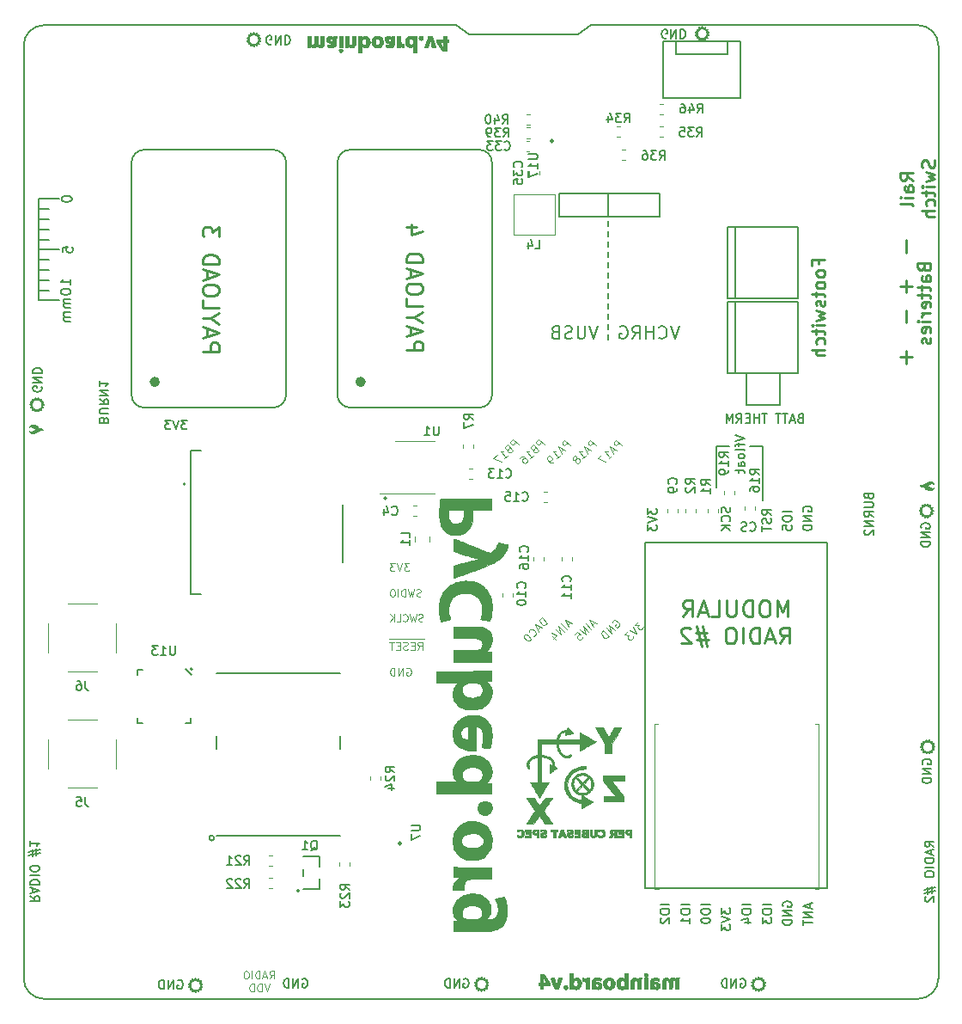
<source format=gbr>
%TF.GenerationSoftware,KiCad,Pcbnew,(5.1.5)-3*%
%TF.CreationDate,2020-03-14T11:42:48-07:00*%
%TF.ProjectId,mainboard,6d61696e-626f-4617-9264-2e6b69636164,rev?*%
%TF.SameCoordinates,PXb3c5ff4PY8d80254*%
%TF.FileFunction,Legend,Bot*%
%TF.FilePolarity,Positive*%
%FSLAX46Y46*%
G04 Gerber Fmt 4.6, Leading zero omitted, Abs format (unit mm)*
G04 Created by KiCad (PCBNEW (5.1.5)-3) date 2020-03-14 11:42:48*
%MOMM*%
%LPD*%
G04 APERTURE LIST*
%ADD10C,0.127000*%
%ADD11C,0.203200*%
%ADD12C,0.152400*%
%ADD13C,0.121920*%
%ADD14C,0.150000*%
%ADD15C,0.251460*%
%ADD16C,0.254000*%
%ADD17C,0.200000*%
%ADD18C,0.120000*%
%ADD19C,0.250000*%
%ADD20C,0.010000*%
%ADD21C,0.100000*%
%ADD22C,0.508000*%
G04 APERTURE END LIST*
D10*
X-32550100Y64935100D02*
X-32550100Y65443100D01*
X-32550100Y65951100D02*
X-32550100Y66459100D01*
X-32550100Y66967100D02*
X-32550100Y67475100D01*
X-32550100Y75095100D02*
X-32550100Y75603100D01*
X-32550100Y76619100D02*
X-32550100Y76111100D01*
X-32550100Y74587100D02*
X-32550100Y74079100D01*
X-32550100Y72047100D02*
X-32550100Y72555100D01*
X-32550100Y73571100D02*
X-32550100Y73063100D01*
X-32550100Y71539100D02*
X-32550100Y71031100D01*
X-32550100Y70523100D02*
X-32550100Y70015100D01*
X-32550100Y68999100D02*
X-32550100Y69507100D01*
X-32550100Y68491100D02*
X-32550100Y67983100D01*
X-32550100Y79286100D02*
X-32550100Y77000100D01*
D11*
X-33565133Y66265577D02*
X-33988466Y64995577D01*
X-34411800Y66265577D01*
X-34835133Y66265577D02*
X-34835133Y65237481D01*
X-34895609Y65116529D01*
X-34956085Y65056053D01*
X-35077038Y64995577D01*
X-35318942Y64995577D01*
X-35439895Y65056053D01*
X-35500371Y65116529D01*
X-35560847Y65237481D01*
X-35560847Y66265577D01*
X-36105133Y65056053D02*
X-36286561Y64995577D01*
X-36588942Y64995577D01*
X-36709895Y65056053D01*
X-36770371Y65116529D01*
X-36830847Y65237481D01*
X-36830847Y65358434D01*
X-36770371Y65479386D01*
X-36709895Y65539862D01*
X-36588942Y65600339D01*
X-36347038Y65660815D01*
X-36226085Y65721291D01*
X-36165609Y65781767D01*
X-36105133Y65902720D01*
X-36105133Y66023672D01*
X-36165609Y66144624D01*
X-36226085Y66205100D01*
X-36347038Y66265577D01*
X-36649419Y66265577D01*
X-36830847Y66205100D01*
X-37798466Y65660815D02*
X-37979895Y65600339D01*
X-38040371Y65539862D01*
X-38100847Y65418910D01*
X-38100847Y65237481D01*
X-38040371Y65116529D01*
X-37979895Y65056053D01*
X-37858942Y64995577D01*
X-37375133Y64995577D01*
X-37375133Y66265577D01*
X-37798466Y66265577D01*
X-37919419Y66205100D01*
X-37979895Y66144624D01*
X-38040371Y66023672D01*
X-38040371Y65902720D01*
X-37979895Y65781767D01*
X-37919419Y65721291D01*
X-37798466Y65660815D01*
X-37375133Y65660815D01*
X-25564133Y66265577D02*
X-25987466Y64995577D01*
X-26410800Y66265577D01*
X-27559847Y65116529D02*
X-27499371Y65056053D01*
X-27317942Y64995577D01*
X-27196990Y64995577D01*
X-27015561Y65056053D01*
X-26894609Y65177005D01*
X-26834133Y65297958D01*
X-26773657Y65539862D01*
X-26773657Y65721291D01*
X-26834133Y65963196D01*
X-26894609Y66084148D01*
X-27015561Y66205100D01*
X-27196990Y66265577D01*
X-27317942Y66265577D01*
X-27499371Y66205100D01*
X-27559847Y66144624D01*
X-28104133Y64995577D02*
X-28104133Y66265577D01*
X-28104133Y65660815D02*
X-28829847Y65660815D01*
X-28829847Y64995577D02*
X-28829847Y66265577D01*
X-30160323Y64995577D02*
X-29736990Y65600339D01*
X-29434609Y64995577D02*
X-29434609Y66265577D01*
X-29918419Y66265577D01*
X-30039371Y66205100D01*
X-30099847Y66144624D01*
X-30160323Y66023672D01*
X-30160323Y65842243D01*
X-30099847Y65721291D01*
X-30039371Y65660815D01*
X-29918419Y65600339D01*
X-29434609Y65600339D01*
X-31369847Y66205100D02*
X-31248895Y66265577D01*
X-31067466Y66265577D01*
X-30886038Y66205100D01*
X-30765085Y66084148D01*
X-30704609Y65963196D01*
X-30644133Y65721291D01*
X-30644133Y65539862D01*
X-30704609Y65297958D01*
X-30765085Y65177005D01*
X-30886038Y65056053D01*
X-31067466Y64995577D01*
X-31188419Y64995577D01*
X-31369847Y65056053D01*
X-31430323Y65116529D01*
X-31430323Y65539862D01*
X-31188419Y65539862D01*
D10*
X-27470100Y79286100D02*
X-37376100Y79286100D01*
X-27470100Y77000100D02*
X-27470100Y79286100D01*
X-37376100Y77000100D02*
X-27470100Y77000100D01*
X-37376100Y79286100D02*
X-37376100Y77000100D01*
X-21882100Y54394100D02*
X-21882100Y50330100D01*
X-20612100Y54394100D02*
X-21882100Y54394100D01*
X-17310100Y54394100D02*
X-18580100Y54394100D01*
X-17310100Y49060100D02*
X-17310100Y54394100D01*
D12*
X-20019434Y55480374D02*
X-19130434Y55184040D01*
X-20019434Y54887707D01*
X-19723100Y54718374D02*
X-19723100Y54379707D01*
X-19130434Y54591374D02*
X-19892434Y54591374D01*
X-19977100Y54549040D01*
X-20019434Y54464374D01*
X-20019434Y54379707D01*
X-19130434Y53956374D02*
X-19172767Y54041040D01*
X-19257434Y54083374D01*
X-20019434Y54083374D01*
X-19130434Y53490707D02*
X-19172767Y53575374D01*
X-19215100Y53617707D01*
X-19299767Y53660040D01*
X-19553767Y53660040D01*
X-19638434Y53617707D01*
X-19680767Y53575374D01*
X-19723100Y53490707D01*
X-19723100Y53363707D01*
X-19680767Y53279040D01*
X-19638434Y53236707D01*
X-19553767Y53194374D01*
X-19299767Y53194374D01*
X-19215100Y53236707D01*
X-19172767Y53279040D01*
X-19130434Y53363707D01*
X-19130434Y53490707D01*
X-19130434Y52432374D02*
X-19596100Y52432374D01*
X-19680767Y52474707D01*
X-19723100Y52559374D01*
X-19723100Y52728707D01*
X-19680767Y52813374D01*
X-19172767Y52432374D02*
X-19130434Y52517040D01*
X-19130434Y52728707D01*
X-19172767Y52813374D01*
X-19257434Y52855707D01*
X-19342100Y52855707D01*
X-19426767Y52813374D01*
X-19469100Y52728707D01*
X-19469100Y52517040D01*
X-19511434Y52432374D01*
X-19723100Y52136040D02*
X-19723100Y51797374D01*
X-20019434Y52009040D02*
X-19257434Y52009040D01*
X-19172767Y51966707D01*
X-19130434Y51882040D01*
X-19130434Y51797374D01*
D10*
X-62693550Y1943100D02*
X-62608884Y1985434D01*
X-62481884Y1985434D01*
X-62354884Y1943100D01*
X-62270217Y1858434D01*
X-62227884Y1773767D01*
X-62185550Y1604434D01*
X-62185550Y1477434D01*
X-62227884Y1308100D01*
X-62270217Y1223434D01*
X-62354884Y1138767D01*
X-62481884Y1096434D01*
X-62566550Y1096434D01*
X-62693550Y1138767D01*
X-62735884Y1181100D01*
X-62735884Y1477434D01*
X-62566550Y1477434D01*
X-63116884Y1096434D02*
X-63116884Y1985434D01*
X-63624884Y1096434D01*
X-63624884Y1985434D01*
X-64048217Y1096434D02*
X-64048217Y1985434D01*
X-64259884Y1985434D01*
X-64386884Y1943100D01*
X-64471550Y1858434D01*
X-64513884Y1773767D01*
X-64556217Y1604434D01*
X-64556217Y1477434D01*
X-64513884Y1308100D01*
X-64471550Y1223434D01*
X-64386884Y1138767D01*
X-64259884Y1096434D01*
X-64048217Y1096434D01*
D13*
X-65914815Y1974306D02*
X-65660815Y2337163D01*
X-65479386Y1974306D02*
X-65479386Y2736306D01*
X-65769672Y2736306D01*
X-65842243Y2700020D01*
X-65878529Y2663735D01*
X-65914815Y2591163D01*
X-65914815Y2482306D01*
X-65878529Y2409735D01*
X-65842243Y2373449D01*
X-65769672Y2337163D01*
X-65479386Y2337163D01*
X-66205100Y2192020D02*
X-66567958Y2192020D01*
X-66132529Y1974306D02*
X-66386529Y2736306D01*
X-66640529Y1974306D01*
X-66894529Y1974306D02*
X-66894529Y2736306D01*
X-67075958Y2736306D01*
X-67184815Y2700020D01*
X-67257386Y2627449D01*
X-67293672Y2554878D01*
X-67329958Y2409735D01*
X-67329958Y2300878D01*
X-67293672Y2155735D01*
X-67257386Y2083163D01*
X-67184815Y2010592D01*
X-67075958Y1974306D01*
X-66894529Y1974306D01*
X-67656529Y1974306D02*
X-67656529Y2736306D01*
X-68164529Y2736306D02*
X-68309672Y2736306D01*
X-68382243Y2700020D01*
X-68454815Y2627449D01*
X-68491100Y2482306D01*
X-68491100Y2228306D01*
X-68454815Y2083163D01*
X-68382243Y2010592D01*
X-68309672Y1974306D01*
X-68164529Y1974306D01*
X-68091958Y2010592D01*
X-68019386Y2083163D01*
X-67983100Y2228306D01*
X-67983100Y2482306D01*
X-68019386Y2627449D01*
X-68091958Y2700020D01*
X-68164529Y2736306D01*
X-65951100Y1471386D02*
X-66205100Y709386D01*
X-66459100Y1471386D01*
X-66713100Y709386D02*
X-66713100Y1471386D01*
X-66894529Y1471386D01*
X-67003386Y1435100D01*
X-67075958Y1362529D01*
X-67112243Y1289958D01*
X-67148529Y1144815D01*
X-67148529Y1035958D01*
X-67112243Y890815D01*
X-67075958Y818243D01*
X-67003386Y745672D01*
X-66894529Y709386D01*
X-66713100Y709386D01*
X-67475100Y709386D02*
X-67475100Y1471386D01*
X-67656529Y1471386D01*
X-67765386Y1435100D01*
X-67837958Y1362529D01*
X-67874243Y1289958D01*
X-67910529Y1144815D01*
X-67910529Y1035958D01*
X-67874243Y890815D01*
X-67837958Y818243D01*
X-67765386Y745672D01*
X-67656529Y709386D01*
X-67475100Y709386D01*
X-52422915Y32560260D02*
X-52349376Y32597030D01*
X-52239068Y32597030D01*
X-52128759Y32560260D01*
X-52055220Y32486721D01*
X-52018451Y32413182D01*
X-51981681Y32266104D01*
X-51981681Y32155796D01*
X-52018451Y32008718D01*
X-52055220Y31935179D01*
X-52128759Y31861640D01*
X-52239068Y31824870D01*
X-52312607Y31824870D01*
X-52422915Y31861640D01*
X-52459685Y31898409D01*
X-52459685Y32155796D01*
X-52312607Y32155796D01*
X-52790611Y31824870D02*
X-52790611Y32597030D01*
X-53231845Y31824870D01*
X-53231845Y32597030D01*
X-53599540Y31824870D02*
X-53599540Y32597030D01*
X-53783388Y32597030D01*
X-53893696Y32560260D01*
X-53967235Y32486721D01*
X-54004005Y32413182D01*
X-54040774Y32266104D01*
X-54040774Y32155796D01*
X-54004005Y32008718D01*
X-53967235Y31935179D01*
X-53893696Y31861640D01*
X-53783388Y31824870D01*
X-53599540Y31824870D01*
X-51038252Y39658968D02*
X-51139852Y39625101D01*
X-51309186Y39625101D01*
X-51376919Y39658968D01*
X-51410786Y39692834D01*
X-51444652Y39760568D01*
X-51444652Y39828301D01*
X-51410786Y39896034D01*
X-51376919Y39929901D01*
X-51309186Y39963768D01*
X-51173719Y39997634D01*
X-51105986Y40031501D01*
X-51072119Y40065368D01*
X-51038252Y40133101D01*
X-51038252Y40200834D01*
X-51072119Y40268568D01*
X-51105986Y40302434D01*
X-51173719Y40336301D01*
X-51343052Y40336301D01*
X-51444652Y40302434D01*
X-51681719Y40336301D02*
X-51851052Y39625101D01*
X-51986519Y40133101D01*
X-52121986Y39625101D01*
X-52291319Y40336301D01*
X-52562252Y39625101D02*
X-52562252Y40336301D01*
X-52731586Y40336301D01*
X-52833186Y40302434D01*
X-52900919Y40234701D01*
X-52934786Y40166968D01*
X-52968652Y40031501D01*
X-52968652Y39929901D01*
X-52934786Y39794434D01*
X-52900919Y39726701D01*
X-52833186Y39658968D01*
X-52731586Y39625101D01*
X-52562252Y39625101D01*
X-53273452Y39625101D02*
X-53273452Y40336301D01*
X-53747586Y40336301D02*
X-53883052Y40336301D01*
X-53950786Y40302434D01*
X-54018519Y40234701D01*
X-54052386Y40099234D01*
X-54052386Y39862168D01*
X-54018519Y39726701D01*
X-53950786Y39658968D01*
X-53883052Y39625101D01*
X-53747586Y39625101D01*
X-53679852Y39658968D01*
X-53612119Y39726701D01*
X-53578252Y39862168D01*
X-53578252Y40099234D01*
X-53612119Y40234701D01*
X-53679852Y40302434D01*
X-53747586Y40336301D01*
X-52165529Y42884030D02*
X-52643532Y42884030D01*
X-52386146Y42589874D01*
X-52496454Y42589874D01*
X-52569993Y42553104D01*
X-52606763Y42516335D01*
X-52643532Y42442796D01*
X-52643532Y42258948D01*
X-52606763Y42185409D01*
X-52569993Y42148640D01*
X-52496454Y42111870D01*
X-52275837Y42111870D01*
X-52202298Y42148640D01*
X-52165529Y42185409D01*
X-52864150Y42884030D02*
X-53121536Y42111870D01*
X-53378923Y42884030D01*
X-53562771Y42884030D02*
X-54040774Y42884030D01*
X-53783388Y42589874D01*
X-53893696Y42589874D01*
X-53967235Y42553104D01*
X-54004005Y42516335D01*
X-54040774Y42442796D01*
X-54040774Y42258948D01*
X-54004005Y42185409D01*
X-53967235Y42148640D01*
X-53893696Y42111870D01*
X-53673079Y42111870D01*
X-53599540Y42148640D01*
X-53562771Y42185409D01*
X-50835052Y37192171D02*
X-50936652Y37158304D01*
X-51105986Y37158304D01*
X-51173719Y37192171D01*
X-51207586Y37226037D01*
X-51241452Y37293771D01*
X-51241452Y37361504D01*
X-51207586Y37429237D01*
X-51173719Y37463104D01*
X-51105986Y37496971D01*
X-50970519Y37530837D01*
X-50902786Y37564704D01*
X-50868919Y37598571D01*
X-50835052Y37666304D01*
X-50835052Y37734037D01*
X-50868919Y37801771D01*
X-50902786Y37835637D01*
X-50970519Y37869504D01*
X-51139852Y37869504D01*
X-51241452Y37835637D01*
X-51478519Y37869504D02*
X-51647852Y37158304D01*
X-51783319Y37666304D01*
X-51918786Y37158304D01*
X-52088119Y37869504D01*
X-52765452Y37226037D02*
X-52731586Y37192171D01*
X-52629986Y37158304D01*
X-52562252Y37158304D01*
X-52460652Y37192171D01*
X-52392919Y37259904D01*
X-52359052Y37327637D01*
X-52325186Y37463104D01*
X-52325186Y37564704D01*
X-52359052Y37700171D01*
X-52392919Y37767904D01*
X-52460652Y37835637D01*
X-52562252Y37869504D01*
X-52629986Y37869504D01*
X-52731586Y37835637D01*
X-52765452Y37801771D01*
X-53408919Y37158304D02*
X-53070252Y37158304D01*
X-53070252Y37869504D01*
X-53645986Y37158304D02*
X-53645986Y37869504D01*
X-54052386Y37158304D02*
X-53747586Y37564704D01*
X-54052386Y37869504D02*
X-53645986Y37463104D01*
X-50694748Y35446870D02*
X-51466908Y35446870D01*
X-51319830Y34383108D02*
X-51062443Y34750803D01*
X-50878595Y34383108D02*
X-50878595Y35155268D01*
X-51172752Y35155268D01*
X-51246291Y35118498D01*
X-51283060Y35081729D01*
X-51319830Y35008190D01*
X-51319830Y34897881D01*
X-51283060Y34824342D01*
X-51246291Y34787573D01*
X-51172752Y34750803D01*
X-50878595Y34750803D01*
X-51466908Y35446870D02*
X-52165529Y35446870D01*
X-51650755Y34787573D02*
X-51908142Y34787573D01*
X-52018451Y34383108D02*
X-51650755Y34383108D01*
X-51650755Y35155268D01*
X-52018451Y35155268D01*
X-52165529Y35446870D02*
X-52900919Y35446870D01*
X-52312607Y34419878D02*
X-52422915Y34383108D01*
X-52606763Y34383108D01*
X-52680302Y34419878D01*
X-52717072Y34456647D01*
X-52753841Y34530186D01*
X-52753841Y34603725D01*
X-52717072Y34677264D01*
X-52680302Y34714034D01*
X-52606763Y34750803D01*
X-52459685Y34787573D01*
X-52386146Y34824342D01*
X-52349376Y34861112D01*
X-52312607Y34934651D01*
X-52312607Y35008190D01*
X-52349376Y35081729D01*
X-52386146Y35118498D01*
X-52459685Y35155268D01*
X-52643532Y35155268D01*
X-52753841Y35118498D01*
X-52900919Y35446870D02*
X-53599540Y35446870D01*
X-53084767Y34787573D02*
X-53342153Y34787573D01*
X-53452462Y34383108D02*
X-53084767Y34383108D01*
X-53084767Y35155268D01*
X-53452462Y35155268D01*
X-53599540Y35446870D02*
X-54187852Y35446870D01*
X-53673079Y35155268D02*
X-54114313Y35155268D01*
X-53893696Y34383108D02*
X-53893696Y35155268D01*
X-38571065Y36995136D02*
X-39117065Y37541135D01*
X-39247065Y37411135D01*
X-39299065Y37307136D01*
X-39299065Y37203136D01*
X-39273065Y37125136D01*
X-39195065Y36995136D01*
X-39117065Y36917136D01*
X-38987065Y36839136D01*
X-38909065Y36813136D01*
X-38805065Y36813136D01*
X-38701065Y36865136D01*
X-38571065Y36995136D01*
X-39247065Y36631136D02*
X-39507064Y36371136D01*
X-39039065Y36527136D02*
X-39767064Y36891136D01*
X-39403065Y36163136D01*
X-39949064Y35721137D02*
X-39897064Y35721137D01*
X-39793064Y35773137D01*
X-39741064Y35825137D01*
X-39689064Y35929137D01*
X-39689064Y36033137D01*
X-39715064Y36111136D01*
X-39793064Y36241136D01*
X-39871064Y36319136D01*
X-40001064Y36397136D01*
X-40079064Y36423136D01*
X-40183064Y36423136D01*
X-40287064Y36371136D01*
X-40339064Y36319136D01*
X-40391064Y36215136D01*
X-40391064Y36163136D01*
X-40781063Y35877137D02*
X-40833063Y35825137D01*
X-40859063Y35747137D01*
X-40859063Y35695137D01*
X-40833063Y35617137D01*
X-40755063Y35487137D01*
X-40625064Y35357137D01*
X-40495064Y35279137D01*
X-40417064Y35253137D01*
X-40365064Y35253137D01*
X-40287064Y35279137D01*
X-40235064Y35331137D01*
X-40209064Y35409137D01*
X-40209064Y35461137D01*
X-40235064Y35539137D01*
X-40313064Y35669137D01*
X-40443064Y35799137D01*
X-40573064Y35877137D01*
X-40651064Y35903137D01*
X-40703064Y35903137D01*
X-40781063Y35877137D01*
X-33881065Y37069536D02*
X-34141065Y36809536D01*
X-33673065Y36965536D02*
X-34401064Y37329536D01*
X-34037065Y36601536D01*
X-34219065Y36419536D02*
X-34765064Y36965536D01*
X-34479064Y36159537D02*
X-35025064Y36705536D01*
X-34791064Y35847537D01*
X-35337064Y36393536D01*
X-35857063Y35873537D02*
X-35597064Y36133537D01*
X-35311064Y35899537D01*
X-35363064Y35899537D01*
X-35441064Y35873537D01*
X-35571064Y35743537D01*
X-35597064Y35665537D01*
X-35597064Y35613537D01*
X-35571064Y35535537D01*
X-35441064Y35405537D01*
X-35363064Y35379537D01*
X-35311064Y35379537D01*
X-35233064Y35405537D01*
X-35103064Y35535537D01*
X-35077064Y35613537D01*
X-35077064Y35665537D01*
X-36294065Y37069536D02*
X-36554065Y36809536D01*
X-36086065Y36965536D02*
X-36814064Y37329536D01*
X-36450065Y36601536D01*
X-36632065Y36419536D02*
X-37178064Y36965536D01*
X-36892064Y36159537D02*
X-37438064Y36705536D01*
X-37204064Y35847537D01*
X-37750064Y36393536D01*
X-38062064Y35717537D02*
X-37698064Y35353537D01*
X-38140063Y36055537D02*
X-37620064Y35795537D01*
X-37958064Y35457537D01*
X-29604064Y37173536D02*
X-29942064Y36835536D01*
X-29552064Y36809536D01*
X-29630064Y36731536D01*
X-29656064Y36653536D01*
X-29656064Y36601536D01*
X-29630064Y36523536D01*
X-29500064Y36393536D01*
X-29422065Y36367536D01*
X-29370065Y36367536D01*
X-29292065Y36393536D01*
X-29136065Y36549536D01*
X-29110065Y36627536D01*
X-29110065Y36679536D01*
X-30098064Y36679536D02*
X-29734064Y35951537D01*
X-30462064Y36315536D01*
X-30592064Y36185537D02*
X-30930063Y35847537D01*
X-30540064Y35821537D01*
X-30618064Y35743537D01*
X-30644064Y35665537D01*
X-30644064Y35613537D01*
X-30618064Y35535537D01*
X-30488064Y35405537D01*
X-30410064Y35379537D01*
X-30358064Y35379537D01*
X-30280064Y35405537D01*
X-30124064Y35561537D01*
X-30098064Y35639537D01*
X-30098064Y35691537D01*
X-32173064Y37067136D02*
X-32147064Y37145136D01*
X-32069064Y37223136D01*
X-31965064Y37275136D01*
X-31861064Y37275136D01*
X-31783065Y37249136D01*
X-31653065Y37171136D01*
X-31575065Y37093136D01*
X-31497065Y36963136D01*
X-31471065Y36885136D01*
X-31471065Y36781136D01*
X-31523065Y36677136D01*
X-31575065Y36625136D01*
X-31679065Y36573136D01*
X-31731065Y36573136D01*
X-31913064Y36755136D01*
X-31809065Y36859136D01*
X-31913064Y36287137D02*
X-32459064Y36833136D01*
X-32225064Y35975137D01*
X-32771064Y36521136D01*
X-32485064Y35715137D02*
X-33031064Y36261137D01*
X-33161063Y36131137D01*
X-33213063Y36027137D01*
X-33213063Y35923137D01*
X-33187063Y35845137D01*
X-33109064Y35715137D01*
X-33031064Y35637137D01*
X-32901064Y35559137D01*
X-32823064Y35533137D01*
X-32719064Y35533137D01*
X-32615064Y35585137D01*
X-32485064Y35715137D01*
X-31209777Y54495136D02*
X-31755777Y55041135D01*
X-31963777Y54833136D01*
X-31989777Y54755136D01*
X-31989777Y54703136D01*
X-31963777Y54625136D01*
X-31885777Y54547136D01*
X-31807777Y54521136D01*
X-31755777Y54521136D01*
X-31677777Y54547136D01*
X-31469777Y54755136D01*
X-31885777Y54131136D02*
X-32145776Y53871136D01*
X-31677777Y54027136D02*
X-32405776Y54391136D01*
X-32041777Y53663136D01*
X-32509776Y53195137D02*
X-32197776Y53507137D01*
X-32353776Y53351137D02*
X-32899776Y53897136D01*
X-32769776Y53871136D01*
X-32665776Y53871136D01*
X-32587776Y53897136D01*
X-33237776Y53559137D02*
X-33601775Y53195137D01*
X-32821776Y52883137D01*
X-33759527Y54495136D02*
X-34305527Y55041135D01*
X-34513527Y54833136D01*
X-34539527Y54755136D01*
X-34539527Y54703136D01*
X-34513527Y54625136D01*
X-34435527Y54547136D01*
X-34357527Y54521136D01*
X-34305527Y54521136D01*
X-34227527Y54547136D01*
X-34019527Y54755136D01*
X-34435527Y54131136D02*
X-34695526Y53871136D01*
X-34227527Y54027136D02*
X-34955526Y54391136D01*
X-34591527Y53663136D01*
X-35059526Y53195137D02*
X-34747526Y53507137D01*
X-34903526Y53351137D02*
X-35449526Y53897136D01*
X-35319526Y53871136D01*
X-35215526Y53871136D01*
X-35137526Y53897136D01*
X-35683526Y53195137D02*
X-35657526Y53273137D01*
X-35657526Y53325137D01*
X-35683526Y53403137D01*
X-35709526Y53429137D01*
X-35787526Y53455137D01*
X-35839526Y53455137D01*
X-35917525Y53429137D01*
X-36021525Y53325137D01*
X-36047525Y53247137D01*
X-36047525Y53195137D01*
X-36021525Y53117137D01*
X-35995525Y53091137D01*
X-35917525Y53065137D01*
X-35865526Y53065137D01*
X-35787526Y53091137D01*
X-35683526Y53195137D01*
X-35605526Y53221137D01*
X-35553526Y53221137D01*
X-35475526Y53195137D01*
X-35371526Y53091137D01*
X-35345526Y53013137D01*
X-35345526Y52961137D01*
X-35371526Y52883137D01*
X-35475526Y52779137D01*
X-35553526Y52753137D01*
X-35605526Y52753137D01*
X-35683526Y52779137D01*
X-35787526Y52883137D01*
X-35813526Y52961137D01*
X-35813526Y53013137D01*
X-35787526Y53091137D01*
X-36309277Y54495136D02*
X-36855277Y55041135D01*
X-37063277Y54833136D01*
X-37089277Y54755136D01*
X-37089277Y54703136D01*
X-37063277Y54625136D01*
X-36985277Y54547136D01*
X-36907277Y54521136D01*
X-36855277Y54521136D01*
X-36777277Y54547136D01*
X-36569277Y54755136D01*
X-36985277Y54131136D02*
X-37245276Y53871136D01*
X-36777277Y54027136D02*
X-37505276Y54391136D01*
X-37141277Y53663136D01*
X-37609276Y53195137D02*
X-37297276Y53507137D01*
X-37453276Y53351137D02*
X-37999276Y53897136D01*
X-37869276Y53871136D01*
X-37765276Y53871136D01*
X-37687276Y53897136D01*
X-37869276Y52935137D02*
X-37973276Y52831137D01*
X-38051276Y52805137D01*
X-38103276Y52805137D01*
X-38233276Y52831137D01*
X-38363276Y52909137D01*
X-38571275Y53117137D01*
X-38597275Y53195137D01*
X-38597275Y53247137D01*
X-38571275Y53325137D01*
X-38467275Y53429137D01*
X-38389276Y53455137D01*
X-38337276Y53455137D01*
X-38259276Y53429137D01*
X-38129276Y53299137D01*
X-38103276Y53221137D01*
X-38103276Y53169137D01*
X-38129276Y53091137D01*
X-38233276Y52987137D01*
X-38311276Y52961137D01*
X-38363276Y52961137D01*
X-38441276Y52987137D01*
X-38862086Y54573136D02*
X-39408086Y55119135D01*
X-39616086Y54911135D01*
X-39642086Y54833136D01*
X-39642086Y54781136D01*
X-39616086Y54703136D01*
X-39538086Y54625136D01*
X-39460086Y54599136D01*
X-39408086Y54599136D01*
X-39330086Y54625136D01*
X-39122086Y54833136D01*
X-39876085Y54131136D02*
X-39928085Y54027136D01*
X-39928085Y53975136D01*
X-39902085Y53897136D01*
X-39824085Y53819136D01*
X-39746086Y53793136D01*
X-39694086Y53793136D01*
X-39616086Y53819136D01*
X-39408086Y54027136D01*
X-39954085Y54573136D01*
X-40136085Y54391136D01*
X-40162085Y54313136D01*
X-40162085Y54261136D01*
X-40136085Y54183136D01*
X-40084085Y54131136D01*
X-40006085Y54105136D01*
X-39954085Y54105136D01*
X-39876085Y54131136D01*
X-39694086Y54313136D01*
X-40240085Y53195137D02*
X-39928085Y53507137D01*
X-40084085Y53351137D02*
X-40630085Y53897136D01*
X-40500085Y53871136D01*
X-40396085Y53871136D01*
X-40318085Y53897136D01*
X-41254084Y53273137D02*
X-41150084Y53377137D01*
X-41072085Y53403137D01*
X-41020085Y53403137D01*
X-40890085Y53377137D01*
X-40760085Y53299137D01*
X-40552085Y53091137D01*
X-40526085Y53013137D01*
X-40526085Y52961137D01*
X-40552085Y52883137D01*
X-40656085Y52779137D01*
X-40734085Y52753137D01*
X-40786085Y52753137D01*
X-40864085Y52779137D01*
X-40994085Y52909137D01*
X-41020085Y52987137D01*
X-41020085Y53039137D01*
X-40994085Y53117137D01*
X-40890085Y53221137D01*
X-40812085Y53247137D01*
X-40760085Y53247137D01*
X-40682085Y53221137D01*
X-41402086Y54573136D02*
X-41948086Y55119135D01*
X-42156086Y54911135D01*
X-42182086Y54833136D01*
X-42182086Y54781136D01*
X-42156086Y54703136D01*
X-42078086Y54625136D01*
X-42000086Y54599136D01*
X-41948086Y54599136D01*
X-41870086Y54625136D01*
X-41662086Y54833136D01*
X-42416085Y54131136D02*
X-42468085Y54027136D01*
X-42468085Y53975136D01*
X-42442085Y53897136D01*
X-42364085Y53819136D01*
X-42286086Y53793136D01*
X-42234086Y53793136D01*
X-42156086Y53819136D01*
X-41948086Y54027136D01*
X-42494085Y54573136D01*
X-42676085Y54391136D01*
X-42702085Y54313136D01*
X-42702085Y54261136D01*
X-42676085Y54183136D01*
X-42624085Y54131136D01*
X-42546085Y54105136D01*
X-42494085Y54105136D01*
X-42416085Y54131136D01*
X-42234086Y54313136D01*
X-42780085Y53195137D02*
X-42468085Y53507137D01*
X-42624085Y53351137D02*
X-43170085Y53897136D01*
X-43040085Y53871136D01*
X-42936085Y53871136D01*
X-42858085Y53897136D01*
X-43508085Y53559137D02*
X-43872084Y53195137D01*
X-43092085Y52883137D01*
D14*
X-18924100Y58459100D02*
X-15622100Y58459100D01*
D15*
X-3178992Y73506835D02*
X-3178992Y74720229D01*
X-3771527Y63188470D02*
X-2558132Y63188470D01*
X-3164830Y63795167D02*
X-3164830Y62581773D01*
X-3771527Y70190401D02*
X-2558132Y70190401D01*
X-3164830Y70797098D02*
X-3164830Y69583704D01*
X-3178992Y66569935D02*
X-3178992Y67783329D01*
D10*
X-14482234Y47968203D02*
X-15371234Y47968203D01*
X-15371234Y47375536D02*
X-15371234Y47206203D01*
X-15328900Y47121536D01*
X-15244234Y47036870D01*
X-15074900Y46994536D01*
X-14778567Y46994536D01*
X-14609234Y47036870D01*
X-14524567Y47121536D01*
X-14482234Y47206203D01*
X-14482234Y47375536D01*
X-14524567Y47460203D01*
X-14609234Y47544870D01*
X-14778567Y47587203D01*
X-15074900Y47587203D01*
X-15244234Y47544870D01*
X-15328900Y47460203D01*
X-15371234Y47375536D01*
X-15371234Y46190203D02*
X-15371234Y46613536D01*
X-14947900Y46655870D01*
X-14990234Y46613536D01*
X-15032567Y46528870D01*
X-15032567Y46317203D01*
X-14990234Y46232536D01*
X-14947900Y46190203D01*
X-14863234Y46147870D01*
X-14651567Y46147870D01*
X-14566900Y46190203D01*
X-14524567Y46232536D01*
X-14482234Y46317203D01*
X-14482234Y46528870D01*
X-14524567Y46613536D01*
X-14566900Y46655870D01*
X-20544367Y48433870D02*
X-20502034Y48306870D01*
X-20502034Y48095203D01*
X-20544367Y48010536D01*
X-20586700Y47968203D01*
X-20671367Y47925870D01*
X-20756034Y47925870D01*
X-20840700Y47968203D01*
X-20883034Y48010536D01*
X-20925367Y48095203D01*
X-20967700Y48264536D01*
X-21010034Y48349203D01*
X-21052367Y48391536D01*
X-21137034Y48433870D01*
X-21221700Y48433870D01*
X-21306367Y48391536D01*
X-21348700Y48349203D01*
X-21391034Y48264536D01*
X-21391034Y48052870D01*
X-21348700Y47925870D01*
X-20586700Y47036870D02*
X-20544367Y47079203D01*
X-20502034Y47206203D01*
X-20502034Y47290870D01*
X-20544367Y47417870D01*
X-20629034Y47502536D01*
X-20713700Y47544870D01*
X-20883034Y47587203D01*
X-21010034Y47587203D01*
X-21179367Y47544870D01*
X-21264034Y47502536D01*
X-21348700Y47417870D01*
X-21391034Y47290870D01*
X-21391034Y47206203D01*
X-21348700Y47079203D01*
X-21306367Y47036870D01*
X-20502034Y46655870D02*
X-21391034Y46655870D01*
X-20502034Y46147870D02*
X-21010034Y46528870D01*
X-21391034Y46147870D02*
X-20883034Y46655870D01*
X-18573750Y46139100D02*
X-18531417Y46096767D01*
X-18404417Y46054434D01*
X-18319750Y46054434D01*
X-18192750Y46096767D01*
X-18108084Y46181434D01*
X-18065750Y46266100D01*
X-18023417Y46435434D01*
X-18023417Y46562434D01*
X-18065750Y46731767D01*
X-18108084Y46816434D01*
X-18192750Y46901100D01*
X-18319750Y46943434D01*
X-18404417Y46943434D01*
X-18531417Y46901100D01*
X-18573750Y46858767D01*
X-18912417Y46096767D02*
X-19039417Y46054434D01*
X-19251084Y46054434D01*
X-19335750Y46096767D01*
X-19378084Y46139100D01*
X-19420417Y46223767D01*
X-19420417Y46308434D01*
X-19378084Y46393100D01*
X-19335750Y46435434D01*
X-19251084Y46477767D01*
X-19081750Y46520100D01*
X-18997084Y46562434D01*
X-18954750Y46604767D01*
X-18912417Y46689434D01*
X-18912417Y46774100D01*
X-18954750Y46858767D01*
X-18997084Y46901100D01*
X-19081750Y46943434D01*
X-19293417Y46943434D01*
X-19420417Y46901100D01*
X-16488834Y47671870D02*
X-16912167Y47968203D01*
X-16488834Y48179870D02*
X-17377834Y48179870D01*
X-17377834Y47841203D01*
X-17335500Y47756536D01*
X-17293167Y47714203D01*
X-17208500Y47671870D01*
X-17081500Y47671870D01*
X-16996834Y47714203D01*
X-16954500Y47756536D01*
X-16912167Y47841203D01*
X-16912167Y48179870D01*
X-16531167Y47333203D02*
X-16488834Y47206203D01*
X-16488834Y46994536D01*
X-16531167Y46909870D01*
X-16573500Y46867536D01*
X-16658167Y46825203D01*
X-16742834Y46825203D01*
X-16827500Y46867536D01*
X-16869834Y46909870D01*
X-16912167Y46994536D01*
X-16954500Y47163870D01*
X-16996834Y47248536D01*
X-17039167Y47290870D01*
X-17123834Y47333203D01*
X-17208500Y47333203D01*
X-17293167Y47290870D01*
X-17335500Y47248536D01*
X-17377834Y47163870D01*
X-17377834Y46952203D01*
X-17335500Y46825203D01*
X-17377834Y46571203D02*
X-17377834Y46063203D01*
X-16488834Y46317203D02*
X-17377834Y46317203D01*
X-28655434Y48295984D02*
X-28655434Y47745650D01*
X-28316767Y48041984D01*
X-28316767Y47914984D01*
X-28274434Y47830317D01*
X-28232100Y47787984D01*
X-28147434Y47745650D01*
X-27935767Y47745650D01*
X-27851100Y47787984D01*
X-27808767Y47830317D01*
X-27766434Y47914984D01*
X-27766434Y48168984D01*
X-27808767Y48253650D01*
X-27851100Y48295984D01*
X-28655434Y47491650D02*
X-27766434Y47195317D01*
X-28655434Y46898984D01*
X-28655434Y46687317D02*
X-28655434Y46136984D01*
X-28316767Y46433317D01*
X-28316767Y46306317D01*
X-28274434Y46221650D01*
X-28232100Y46179317D01*
X-28147434Y46136984D01*
X-27935767Y46136984D01*
X-27851100Y46179317D01*
X-27808767Y46221650D01*
X-27766434Y46306317D01*
X-27766434Y46560317D01*
X-27808767Y46644984D01*
X-27851100Y46687317D01*
X-13322300Y48010536D02*
X-13364634Y48095203D01*
X-13364634Y48222203D01*
X-13322300Y48349203D01*
X-13237634Y48433870D01*
X-13152967Y48476203D01*
X-12983634Y48518536D01*
X-12856634Y48518536D01*
X-12687300Y48476203D01*
X-12602634Y48433870D01*
X-12517967Y48349203D01*
X-12475634Y48222203D01*
X-12475634Y48137536D01*
X-12517967Y48010536D01*
X-12560300Y47968203D01*
X-12856634Y47968203D01*
X-12856634Y48137536D01*
X-12475634Y47587203D02*
X-13364634Y47587203D01*
X-12475634Y47079203D01*
X-13364634Y47079203D01*
X-12475634Y46655870D02*
X-13364634Y46655870D01*
X-13364634Y46444203D01*
X-13322300Y46317203D01*
X-13237634Y46232536D01*
X-13152967Y46190203D01*
X-12983634Y46147870D01*
X-12856634Y46147870D01*
X-12687300Y46190203D01*
X-12602634Y46232536D01*
X-12517967Y46317203D01*
X-12475634Y46444203D01*
X-12475634Y46655870D01*
X-21391034Y8951384D02*
X-21391034Y8401050D01*
X-21052367Y8697384D01*
X-21052367Y8570384D01*
X-21010034Y8485717D01*
X-20967700Y8443384D01*
X-20883034Y8401050D01*
X-20671367Y8401050D01*
X-20586700Y8443384D01*
X-20544367Y8485717D01*
X-20502034Y8570384D01*
X-20502034Y8824384D01*
X-20544367Y8909050D01*
X-20586700Y8951384D01*
X-21391034Y8147050D02*
X-20502034Y7850717D01*
X-21391034Y7554384D01*
X-21391034Y7342717D02*
X-21391034Y6792384D01*
X-21052367Y7088717D01*
X-21052367Y6961717D01*
X-21010034Y6877050D01*
X-20967700Y6834717D01*
X-20883034Y6792384D01*
X-20671367Y6792384D01*
X-20586700Y6834717D01*
X-20544367Y6877050D01*
X-20502034Y6961717D01*
X-20502034Y7215717D01*
X-20544367Y7300384D01*
X-20586700Y7342717D01*
X-22501378Y9273117D02*
X-23390378Y9273117D01*
X-23390378Y8680450D02*
X-23390378Y8511117D01*
X-23348044Y8426450D01*
X-23263378Y8341784D01*
X-23094044Y8299450D01*
X-22797711Y8299450D01*
X-22628378Y8341784D01*
X-22543711Y8426450D01*
X-22501378Y8511117D01*
X-22501378Y8680450D01*
X-22543711Y8765117D01*
X-22628378Y8849784D01*
X-22797711Y8892117D01*
X-23094044Y8892117D01*
X-23263378Y8849784D01*
X-23348044Y8765117D01*
X-23390378Y8680450D01*
X-23390378Y7749117D02*
X-23390378Y7664450D01*
X-23348044Y7579784D01*
X-23305711Y7537450D01*
X-23221044Y7495117D01*
X-23051711Y7452784D01*
X-22840044Y7452784D01*
X-22670711Y7495117D01*
X-22586044Y7537450D01*
X-22543711Y7579784D01*
X-22501378Y7664450D01*
X-22501378Y7749117D01*
X-22543711Y7833784D01*
X-22586044Y7876117D01*
X-22670711Y7918450D01*
X-22840044Y7960784D01*
X-23051711Y7960784D01*
X-23221044Y7918450D01*
X-23305711Y7876117D01*
X-23348044Y7833784D01*
X-23390378Y7749117D01*
X-16470694Y9273117D02*
X-17359694Y9273117D01*
X-17359694Y8680450D02*
X-17359694Y8511117D01*
X-17317360Y8426450D01*
X-17232694Y8341784D01*
X-17063360Y8299450D01*
X-16767027Y8299450D01*
X-16597694Y8341784D01*
X-16513027Y8426450D01*
X-16470694Y8511117D01*
X-16470694Y8680450D01*
X-16513027Y8765117D01*
X-16597694Y8849784D01*
X-16767027Y8892117D01*
X-17063360Y8892117D01*
X-17232694Y8849784D01*
X-17317360Y8765117D01*
X-17359694Y8680450D01*
X-17359694Y8003117D02*
X-17359694Y7452784D01*
X-17021027Y7749117D01*
X-17021027Y7622117D01*
X-16978694Y7537450D01*
X-16936360Y7495117D01*
X-16851694Y7452784D01*
X-16640027Y7452784D01*
X-16555360Y7495117D01*
X-16513027Y7537450D01*
X-16470694Y7622117D01*
X-16470694Y7876117D01*
X-16513027Y7960784D01*
X-16555360Y8003117D01*
X-24511606Y9273117D02*
X-25400606Y9273117D01*
X-25400606Y8680450D02*
X-25400606Y8511117D01*
X-25358272Y8426450D01*
X-25273606Y8341784D01*
X-25104272Y8299450D01*
X-24807939Y8299450D01*
X-24638606Y8341784D01*
X-24553939Y8426450D01*
X-24511606Y8511117D01*
X-24511606Y8680450D01*
X-24553939Y8765117D01*
X-24638606Y8849784D01*
X-24807939Y8892117D01*
X-25104272Y8892117D01*
X-25273606Y8849784D01*
X-25358272Y8765117D01*
X-25400606Y8680450D01*
X-24511606Y7452784D02*
X-24511606Y7960784D01*
X-24511606Y7706784D02*
X-25400606Y7706784D01*
X-25273606Y7791450D01*
X-25188939Y7876117D01*
X-25146606Y7960784D01*
X-18480922Y9273117D02*
X-19369922Y9273117D01*
X-19369922Y8680450D02*
X-19369922Y8511117D01*
X-19327588Y8426450D01*
X-19242922Y8341784D01*
X-19073588Y8299450D01*
X-18777255Y8299450D01*
X-18607922Y8341784D01*
X-18523255Y8426450D01*
X-18480922Y8511117D01*
X-18480922Y8680450D01*
X-18523255Y8765117D01*
X-18607922Y8849784D01*
X-18777255Y8892117D01*
X-19073588Y8892117D01*
X-19242922Y8849784D01*
X-19327588Y8765117D01*
X-19369922Y8680450D01*
X-19073588Y7537450D02*
X-18480922Y7537450D01*
X-19412255Y7749117D02*
X-18777255Y7960784D01*
X-18777255Y7410450D01*
X-26521834Y9273117D02*
X-27410834Y9273117D01*
X-27410834Y8680450D02*
X-27410834Y8511117D01*
X-27368500Y8426450D01*
X-27283834Y8341784D01*
X-27114500Y8299450D01*
X-26818167Y8299450D01*
X-26648834Y8341784D01*
X-26564167Y8426450D01*
X-26521834Y8511117D01*
X-26521834Y8680450D01*
X-26564167Y8765117D01*
X-26648834Y8849784D01*
X-26818167Y8892117D01*
X-27114500Y8892117D01*
X-27283834Y8849784D01*
X-27368500Y8765117D01*
X-27410834Y8680450D01*
X-27326167Y7960784D02*
X-27368500Y7918450D01*
X-27410834Y7833784D01*
X-27410834Y7622117D01*
X-27368500Y7537450D01*
X-27326167Y7495117D01*
X-27241500Y7452784D01*
X-27156834Y7452784D01*
X-27029834Y7495117D01*
X-26521834Y8003117D01*
X-26521834Y7452784D01*
X-15328900Y9086850D02*
X-15371234Y9171517D01*
X-15371234Y9298517D01*
X-15328900Y9425517D01*
X-15244234Y9510184D01*
X-15159567Y9552517D01*
X-14990234Y9594850D01*
X-14863234Y9594850D01*
X-14693900Y9552517D01*
X-14609234Y9510184D01*
X-14524567Y9425517D01*
X-14482234Y9298517D01*
X-14482234Y9213850D01*
X-14524567Y9086850D01*
X-14566900Y9044517D01*
X-14863234Y9044517D01*
X-14863234Y9213850D01*
X-14482234Y8663517D02*
X-15371234Y8663517D01*
X-14482234Y8155517D01*
X-15371234Y8155517D01*
X-14482234Y7732184D02*
X-15371234Y7732184D01*
X-15371234Y7520517D01*
X-15328900Y7393517D01*
X-15244234Y7308850D01*
X-15159567Y7266517D01*
X-14990234Y7224184D01*
X-14863234Y7224184D01*
X-14693900Y7266517D01*
X-14609234Y7308850D01*
X-14524567Y7393517D01*
X-14482234Y7520517D01*
X-14482234Y7732184D01*
X-12704234Y9339641D02*
X-12704234Y8916307D01*
X-12450234Y9424307D02*
X-13339234Y9127974D01*
X-12450234Y8831641D01*
X-12450234Y8535307D02*
X-13339234Y8535307D01*
X-12450234Y8027307D01*
X-13339234Y8027307D01*
X-13339234Y7730974D02*
X-13339234Y7222974D01*
X-12450234Y7476974D02*
X-13339234Y7476974D01*
D14*
X-15622100Y61634100D02*
X-18924100Y61634100D01*
X-15622100Y58459100D02*
X-15622100Y61634100D01*
X-18924100Y61634100D02*
X-18924100Y58459100D01*
D11*
X-13632180Y57188100D02*
X-13759180Y57145767D01*
X-13801514Y57103434D01*
X-13843847Y57018767D01*
X-13843847Y56891767D01*
X-13801514Y56807100D01*
X-13759180Y56764767D01*
X-13674514Y56722434D01*
X-13335847Y56722434D01*
X-13335847Y57611434D01*
X-13632180Y57611434D01*
X-13716847Y57569100D01*
X-13759180Y57526767D01*
X-13801514Y57442100D01*
X-13801514Y57357434D01*
X-13759180Y57272767D01*
X-13716847Y57230434D01*
X-13632180Y57188100D01*
X-13335847Y57188100D01*
X-14182514Y56976434D02*
X-14605847Y56976434D01*
X-14097847Y56722434D02*
X-14394180Y57611434D01*
X-14690514Y56722434D01*
X-14859847Y57611434D02*
X-15367847Y57611434D01*
X-15113847Y56722434D02*
X-15113847Y57611434D01*
X-15537180Y57611434D02*
X-16045180Y57611434D01*
X-15791180Y56722434D02*
X-15791180Y57611434D01*
X-16891847Y57611434D02*
X-17399847Y57611434D01*
X-17145847Y56722434D02*
X-17145847Y57611434D01*
X-17696180Y56722434D02*
X-17696180Y57611434D01*
X-17696180Y57188100D02*
X-18204180Y57188100D01*
X-18204180Y56722434D02*
X-18204180Y57611434D01*
X-18627514Y57188100D02*
X-18923847Y57188100D01*
X-19050847Y56722434D02*
X-18627514Y56722434D01*
X-18627514Y57611434D01*
X-19050847Y57611434D01*
X-19939847Y56722434D02*
X-19643514Y57145767D01*
X-19431847Y56722434D02*
X-19431847Y57611434D01*
X-19770514Y57611434D01*
X-19855180Y57569100D01*
X-19897514Y57526767D01*
X-19939847Y57442100D01*
X-19939847Y57315100D01*
X-19897514Y57230434D01*
X-19855180Y57188100D01*
X-19770514Y57145767D01*
X-19431847Y57145767D01*
X-20320847Y56722434D02*
X-20320847Y57611434D01*
X-20617180Y56976434D01*
X-20913514Y57611434D01*
X-20913514Y56722434D01*
D10*
X-6896100Y49485550D02*
X-6853767Y49358550D01*
X-6811434Y49316217D01*
X-6726767Y49273884D01*
X-6599767Y49273884D01*
X-6515100Y49316217D01*
X-6472767Y49358550D01*
X-6430434Y49443217D01*
X-6430434Y49781884D01*
X-7319434Y49781884D01*
X-7319434Y49485550D01*
X-7277100Y49400884D01*
X-7234767Y49358550D01*
X-7150100Y49316217D01*
X-7065434Y49316217D01*
X-6980767Y49358550D01*
X-6938434Y49400884D01*
X-6896100Y49485550D01*
X-6896100Y49781884D01*
X-7319434Y48892884D02*
X-6599767Y48892884D01*
X-6515100Y48850550D01*
X-6472767Y48808217D01*
X-6430434Y48723550D01*
X-6430434Y48554217D01*
X-6472767Y48469550D01*
X-6515100Y48427217D01*
X-6599767Y48384884D01*
X-7319434Y48384884D01*
X-6430434Y47453550D02*
X-6853767Y47749884D01*
X-6430434Y47961550D02*
X-7319434Y47961550D01*
X-7319434Y47622884D01*
X-7277100Y47538217D01*
X-7234767Y47495884D01*
X-7150100Y47453550D01*
X-7023100Y47453550D01*
X-6938434Y47495884D01*
X-6896100Y47538217D01*
X-6853767Y47622884D01*
X-6853767Y47961550D01*
X-6430434Y47072550D02*
X-7319434Y47072550D01*
X-6430434Y46564550D01*
X-7319434Y46564550D01*
X-7234767Y46183550D02*
X-7277100Y46141217D01*
X-7319434Y46056550D01*
X-7319434Y45844884D01*
X-7277100Y45760217D01*
X-7234767Y45717884D01*
X-7150100Y45675550D01*
X-7065434Y45675550D01*
X-6938434Y45717884D01*
X-6430434Y46225884D01*
X-6430434Y45675550D01*
X-26790650Y94602300D02*
X-26875317Y94559967D01*
X-27002317Y94559967D01*
X-27129317Y94602300D01*
X-27213984Y94686967D01*
X-27256317Y94771634D01*
X-27298650Y94940967D01*
X-27298650Y95067967D01*
X-27256317Y95237300D01*
X-27213984Y95321967D01*
X-27129317Y95406634D01*
X-27002317Y95448967D01*
X-26917650Y95448967D01*
X-26790650Y95406634D01*
X-26748317Y95364300D01*
X-26748317Y95067967D01*
X-26917650Y95067967D01*
X-26367317Y95448967D02*
X-26367317Y94559967D01*
X-25859317Y95448967D01*
X-25859317Y94559967D01*
X-25435984Y95448967D02*
X-25435984Y94559967D01*
X-25224317Y94559967D01*
X-25097317Y94602300D01*
X-25012650Y94686967D01*
X-24970317Y94771634D01*
X-24927984Y94940967D01*
X-24927984Y95067967D01*
X-24970317Y95237300D01*
X-25012650Y95321967D01*
X-25097317Y95406634D01*
X-25224317Y95448967D01*
X-25435984Y95448967D01*
X-1562100Y23107650D02*
X-1604434Y23192317D01*
X-1604434Y23319317D01*
X-1562100Y23446317D01*
X-1477434Y23530984D01*
X-1392767Y23573317D01*
X-1223434Y23615650D01*
X-1096434Y23615650D01*
X-927100Y23573317D01*
X-842434Y23530984D01*
X-757767Y23446317D01*
X-715434Y23319317D01*
X-715434Y23234650D01*
X-757767Y23107650D01*
X-800100Y23065317D01*
X-1096434Y23065317D01*
X-1096434Y23234650D01*
X-715434Y22684317D02*
X-1604434Y22684317D01*
X-715434Y22176317D01*
X-1604434Y22176317D01*
X-715434Y21752984D02*
X-1604434Y21752984D01*
X-1604434Y21541317D01*
X-1562100Y21414317D01*
X-1477434Y21329650D01*
X-1392767Y21287317D01*
X-1223434Y21244984D01*
X-1096434Y21244984D01*
X-927100Y21287317D01*
X-842434Y21329650D01*
X-757767Y21414317D01*
X-715434Y21541317D01*
X-715434Y21752984D01*
X-19513550Y1943100D02*
X-19428884Y1985434D01*
X-19301884Y1985434D01*
X-19174884Y1943100D01*
X-19090217Y1858434D01*
X-19047884Y1773767D01*
X-19005550Y1604434D01*
X-19005550Y1477434D01*
X-19047884Y1308100D01*
X-19090217Y1223434D01*
X-19174884Y1138767D01*
X-19301884Y1096434D01*
X-19386550Y1096434D01*
X-19513550Y1138767D01*
X-19555884Y1181100D01*
X-19555884Y1477434D01*
X-19386550Y1477434D01*
X-19936884Y1096434D02*
X-19936884Y1985434D01*
X-20444884Y1096434D01*
X-20444884Y1985434D01*
X-20868217Y1096434D02*
X-20868217Y1985434D01*
X-21079884Y1985434D01*
X-21206884Y1943100D01*
X-21291550Y1858434D01*
X-21333884Y1773767D01*
X-21376217Y1604434D01*
X-21376217Y1477434D01*
X-21333884Y1308100D01*
X-21291550Y1223434D01*
X-21206884Y1138767D01*
X-21079884Y1096434D01*
X-20868217Y1096434D01*
X-46818550Y1943100D02*
X-46733884Y1985434D01*
X-46606884Y1985434D01*
X-46479884Y1943100D01*
X-46395217Y1858434D01*
X-46352884Y1773767D01*
X-46310550Y1604434D01*
X-46310550Y1477434D01*
X-46352884Y1308100D01*
X-46395217Y1223434D01*
X-46479884Y1138767D01*
X-46606884Y1096434D01*
X-46691550Y1096434D01*
X-46818550Y1138767D01*
X-46860884Y1181100D01*
X-46860884Y1477434D01*
X-46691550Y1477434D01*
X-47241884Y1096434D02*
X-47241884Y1985434D01*
X-47749884Y1096434D01*
X-47749884Y1985434D01*
X-48173217Y1096434D02*
X-48173217Y1985434D01*
X-48384884Y1985434D01*
X-48511884Y1943100D01*
X-48596550Y1858434D01*
X-48638884Y1773767D01*
X-48681217Y1604434D01*
X-48681217Y1477434D01*
X-48638884Y1308100D01*
X-48596550Y1223434D01*
X-48511884Y1138767D01*
X-48384884Y1096434D01*
X-48173217Y1096434D01*
X-75012550Y1816100D02*
X-74927884Y1858434D01*
X-74800884Y1858434D01*
X-74673884Y1816100D01*
X-74589217Y1731434D01*
X-74546884Y1646767D01*
X-74504550Y1477434D01*
X-74504550Y1350434D01*
X-74546884Y1181100D01*
X-74589217Y1096434D01*
X-74673884Y1011767D01*
X-74800884Y969434D01*
X-74885550Y969434D01*
X-75012550Y1011767D01*
X-75054884Y1054100D01*
X-75054884Y1350434D01*
X-74885550Y1350434D01*
X-75435884Y969434D02*
X-75435884Y1858434D01*
X-75943884Y969434D01*
X-75943884Y1858434D01*
X-76367217Y969434D02*
X-76367217Y1858434D01*
X-76578884Y1858434D01*
X-76705884Y1816100D01*
X-76790550Y1731434D01*
X-76832884Y1646767D01*
X-76875217Y1477434D01*
X-76875217Y1350434D01*
X-76832884Y1181100D01*
X-76790550Y1096434D01*
X-76705884Y1011767D01*
X-76578884Y969434D01*
X-76367217Y969434D01*
X-65779650Y94018100D02*
X-65864317Y93975767D01*
X-65991317Y93975767D01*
X-66118317Y94018100D01*
X-66202984Y94102767D01*
X-66245317Y94187434D01*
X-66287650Y94356767D01*
X-66287650Y94483767D01*
X-66245317Y94653100D01*
X-66202984Y94737767D01*
X-66118317Y94822434D01*
X-65991317Y94864767D01*
X-65906650Y94864767D01*
X-65779650Y94822434D01*
X-65737317Y94780100D01*
X-65737317Y94483767D01*
X-65906650Y94483767D01*
X-65356317Y94864767D02*
X-65356317Y93975767D01*
X-64848317Y94864767D01*
X-64848317Y93975767D01*
X-64424984Y94864767D02*
X-64424984Y93975767D01*
X-64213317Y93975767D01*
X-64086317Y94018100D01*
X-64001650Y94102767D01*
X-63959317Y94187434D01*
X-63916984Y94356767D01*
X-63916984Y94483767D01*
X-63959317Y94653100D01*
X-64001650Y94737767D01*
X-64086317Y94822434D01*
X-64213317Y94864767D01*
X-64424984Y94864767D01*
X-1689100Y46348650D02*
X-1731434Y46433317D01*
X-1731434Y46560317D01*
X-1689100Y46687317D01*
X-1604434Y46771984D01*
X-1519767Y46814317D01*
X-1350434Y46856650D01*
X-1223434Y46856650D01*
X-1054100Y46814317D01*
X-969434Y46771984D01*
X-884767Y46687317D01*
X-842434Y46560317D01*
X-842434Y46475650D01*
X-884767Y46348650D01*
X-927100Y46306317D01*
X-1223434Y46306317D01*
X-1223434Y46475650D01*
X-842434Y45925317D02*
X-1731434Y45925317D01*
X-842434Y45417317D01*
X-1731434Y45417317D01*
X-842434Y44993984D02*
X-1731434Y44993984D01*
X-1731434Y44782317D01*
X-1689100Y44655317D01*
X-1604434Y44570650D01*
X-1519767Y44528317D01*
X-1350434Y44485984D01*
X-1223434Y44485984D01*
X-1054100Y44528317D01*
X-969434Y44570650D01*
X-884767Y44655317D01*
X-842434Y44782317D01*
X-842434Y44993984D01*
X-88430100Y60280550D02*
X-88387767Y60195884D01*
X-88387767Y60068884D01*
X-88430100Y59941884D01*
X-88514767Y59857217D01*
X-88599434Y59814884D01*
X-88768767Y59772550D01*
X-88895767Y59772550D01*
X-89065100Y59814884D01*
X-89149767Y59857217D01*
X-89234434Y59941884D01*
X-89276767Y60068884D01*
X-89276767Y60153550D01*
X-89234434Y60280550D01*
X-89192100Y60322884D01*
X-88895767Y60322884D01*
X-88895767Y60153550D01*
X-89276767Y60703884D02*
X-88387767Y60703884D01*
X-89276767Y61211884D01*
X-88387767Y61211884D01*
X-89276767Y61635217D02*
X-88387767Y61635217D01*
X-88387767Y61846884D01*
X-88430100Y61973884D01*
X-88514767Y62058550D01*
X-88599434Y62100884D01*
X-88768767Y62143217D01*
X-88895767Y62143217D01*
X-89065100Y62100884D01*
X-89149767Y62058550D01*
X-89234434Y61973884D01*
X-89276767Y61846884D01*
X-89276767Y61635217D01*
X-82257900Y57016650D02*
X-82300234Y57143650D01*
X-82342567Y57185984D01*
X-82427234Y57228317D01*
X-82554234Y57228317D01*
X-82638900Y57185984D01*
X-82681234Y57143650D01*
X-82723567Y57058984D01*
X-82723567Y56720317D01*
X-81834567Y56720317D01*
X-81834567Y57016650D01*
X-81876900Y57101317D01*
X-81919234Y57143650D01*
X-82003900Y57185984D01*
X-82088567Y57185984D01*
X-82173234Y57143650D01*
X-82215567Y57101317D01*
X-82257900Y57016650D01*
X-82257900Y56720317D01*
X-81834567Y57609317D02*
X-82554234Y57609317D01*
X-82638900Y57651650D01*
X-82681234Y57693984D01*
X-82723567Y57778650D01*
X-82723567Y57947984D01*
X-82681234Y58032650D01*
X-82638900Y58074984D01*
X-82554234Y58117317D01*
X-81834567Y58117317D01*
X-82723567Y59048650D02*
X-82300234Y58752317D01*
X-82723567Y58540650D02*
X-81834567Y58540650D01*
X-81834567Y58879317D01*
X-81876900Y58963984D01*
X-81919234Y59006317D01*
X-82003900Y59048650D01*
X-82130900Y59048650D01*
X-82215567Y59006317D01*
X-82257900Y58963984D01*
X-82300234Y58879317D01*
X-82300234Y58540650D01*
X-82723567Y59429650D02*
X-81834567Y59429650D01*
X-82723567Y59937650D01*
X-81834567Y59937650D01*
X-82723567Y60826650D02*
X-82723567Y60318650D01*
X-82723567Y60572650D02*
X-81834567Y60572650D01*
X-81961567Y60487984D01*
X-82046234Y60403317D01*
X-82088567Y60318650D01*
X-74049769Y56976434D02*
X-74600102Y56976434D01*
X-74303769Y56637767D01*
X-74430769Y56637767D01*
X-74515436Y56595434D01*
X-74557769Y56553100D01*
X-74600102Y56468434D01*
X-74600102Y56256767D01*
X-74557769Y56172100D01*
X-74515436Y56129767D01*
X-74430769Y56087434D01*
X-74176769Y56087434D01*
X-74092102Y56129767D01*
X-74049769Y56172100D01*
X-74854102Y56976434D02*
X-75150436Y56087434D01*
X-75446769Y56976434D01*
X-75658436Y56976434D02*
X-76208769Y56976434D01*
X-75912436Y56637767D01*
X-76039436Y56637767D01*
X-76124102Y56595434D01*
X-76166436Y56553100D01*
X-76208769Y56468434D01*
X-76208769Y56256767D01*
X-76166436Y56172100D01*
X-76124102Y56129767D01*
X-76039436Y56087434D01*
X-75785436Y56087434D01*
X-75700769Y56129767D01*
X-75658436Y56172100D01*
X-461434Y14979650D02*
X-884767Y15275984D01*
X-461434Y15487650D02*
X-1350434Y15487650D01*
X-1350434Y15148984D01*
X-1308100Y15064317D01*
X-1265767Y15021984D01*
X-1181100Y14979650D01*
X-1054100Y14979650D01*
X-969434Y15021984D01*
X-927100Y15064317D01*
X-884767Y15148984D01*
X-884767Y15487650D01*
X-715434Y14640984D02*
X-715434Y14217650D01*
X-461434Y14725650D02*
X-1350434Y14429317D01*
X-461434Y14132984D01*
X-461434Y13836650D02*
X-1350434Y13836650D01*
X-1350434Y13624984D01*
X-1308100Y13497984D01*
X-1223434Y13413317D01*
X-1138767Y13370984D01*
X-969434Y13328650D01*
X-842434Y13328650D01*
X-673100Y13370984D01*
X-588434Y13413317D01*
X-503767Y13497984D01*
X-461434Y13624984D01*
X-461434Y13836650D01*
X-461434Y12947650D02*
X-1350434Y12947650D01*
X-1350434Y12354984D02*
X-1350434Y12185650D01*
X-1308100Y12100984D01*
X-1223434Y12016317D01*
X-1054100Y11973984D01*
X-757767Y11973984D01*
X-588434Y12016317D01*
X-503767Y12100984D01*
X-461434Y12185650D01*
X-461434Y12354984D01*
X-503767Y12439650D01*
X-588434Y12524317D01*
X-757767Y12566650D01*
X-1054100Y12566650D01*
X-1223434Y12524317D01*
X-1308100Y12439650D01*
X-1350434Y12354984D01*
X-1054100Y10957984D02*
X-1054100Y10322984D01*
X-1435100Y10703984D02*
X-292100Y10957984D01*
X-673100Y10407650D02*
X-673100Y11042650D01*
X-292100Y10661650D02*
X-1435100Y10407650D01*
X-1265767Y10068984D02*
X-1308100Y10026650D01*
X-1350434Y9941984D01*
X-1350434Y9730317D01*
X-1308100Y9645650D01*
X-1265767Y9603317D01*
X-1181100Y9560984D01*
X-1096434Y9560984D01*
X-969434Y9603317D01*
X-461434Y10111317D01*
X-461434Y9560984D01*
D16*
X-1443688Y72045286D02*
X-1383212Y71863858D01*
X-1322735Y71803381D01*
X-1201783Y71742905D01*
X-1020354Y71742905D01*
X-899402Y71803381D01*
X-838926Y71863858D01*
X-778450Y71984810D01*
X-778450Y72468620D01*
X-2048450Y72468620D01*
X-2048450Y72045286D01*
X-1987973Y71924334D01*
X-1927497Y71863858D01*
X-1806545Y71803381D01*
X-1685593Y71803381D01*
X-1564640Y71863858D01*
X-1504164Y71924334D01*
X-1443688Y72045286D01*
X-1443688Y72468620D01*
X-778450Y70654334D02*
X-1443688Y70654334D01*
X-1564640Y70714810D01*
X-1625116Y70835762D01*
X-1625116Y71077667D01*
X-1564640Y71198620D01*
X-838926Y70654334D02*
X-778450Y70775286D01*
X-778450Y71077667D01*
X-838926Y71198620D01*
X-959878Y71259096D01*
X-1080831Y71259096D01*
X-1201783Y71198620D01*
X-1262259Y71077667D01*
X-1262259Y70775286D01*
X-1322735Y70654334D01*
X-1625116Y70231000D02*
X-1625116Y69747191D01*
X-2048450Y70049572D02*
X-959878Y70049572D01*
X-838926Y69989096D01*
X-778450Y69868143D01*
X-778450Y69747191D01*
X-1625116Y69505286D02*
X-1625116Y69021477D01*
X-2048450Y69323858D02*
X-959878Y69323858D01*
X-838926Y69263381D01*
X-778450Y69142429D01*
X-778450Y69021477D01*
X-838926Y68114334D02*
X-778450Y68235286D01*
X-778450Y68477191D01*
X-838926Y68598143D01*
X-959878Y68658620D01*
X-1443688Y68658620D01*
X-1564640Y68598143D01*
X-1625116Y68477191D01*
X-1625116Y68235286D01*
X-1564640Y68114334D01*
X-1443688Y68053858D01*
X-1322735Y68053858D01*
X-1201783Y68658620D01*
X-778450Y67509572D02*
X-1625116Y67509572D01*
X-1383212Y67509572D02*
X-1504164Y67449096D01*
X-1564640Y67388620D01*
X-1625116Y67267667D01*
X-1625116Y67146715D01*
X-778450Y66723381D02*
X-1625116Y66723381D01*
X-2048450Y66723381D02*
X-1987973Y66783858D01*
X-1927497Y66723381D01*
X-1987973Y66662905D01*
X-2048450Y66723381D01*
X-1927497Y66723381D01*
X-838926Y65634810D02*
X-778450Y65755762D01*
X-778450Y65997667D01*
X-838926Y66118620D01*
X-959878Y66179096D01*
X-1443688Y66179096D01*
X-1564640Y66118620D01*
X-1625116Y65997667D01*
X-1625116Y65755762D01*
X-1564640Y65634810D01*
X-1443688Y65574334D01*
X-1322735Y65574334D01*
X-1201783Y66179096D01*
X-838926Y65090524D02*
X-778450Y64969572D01*
X-778450Y64727667D01*
X-838926Y64606715D01*
X-959878Y64546239D01*
X-1020354Y64546239D01*
X-1141307Y64606715D01*
X-1201783Y64727667D01*
X-1201783Y64909096D01*
X-1262259Y65030048D01*
X-1383212Y65090524D01*
X-1443688Y65090524D01*
X-1564640Y65030048D01*
X-1625116Y64909096D01*
X-1625116Y64727667D01*
X-1564640Y64606715D01*
X-2511577Y80610529D02*
X-3116339Y81033862D01*
X-2511577Y81336243D02*
X-3781577Y81336243D01*
X-3781577Y80852434D01*
X-3721100Y80731481D01*
X-3660624Y80671005D01*
X-3539672Y80610529D01*
X-3358243Y80610529D01*
X-3237291Y80671005D01*
X-3176815Y80731481D01*
X-3116339Y80852434D01*
X-3116339Y81336243D01*
X-2511577Y79521958D02*
X-3176815Y79521958D01*
X-3297767Y79582434D01*
X-3358243Y79703386D01*
X-3358243Y79945291D01*
X-3297767Y80066243D01*
X-2572053Y79521958D02*
X-2511577Y79642910D01*
X-2511577Y79945291D01*
X-2572053Y80066243D01*
X-2693005Y80126720D01*
X-2813958Y80126720D01*
X-2934910Y80066243D01*
X-2995386Y79945291D01*
X-2995386Y79642910D01*
X-3055862Y79521958D01*
X-2511577Y78917196D02*
X-3358243Y78917196D01*
X-3781577Y78917196D02*
X-3721100Y78977672D01*
X-3660624Y78917196D01*
X-3721100Y78856720D01*
X-3781577Y78917196D01*
X-3660624Y78917196D01*
X-2511577Y78131005D02*
X-2572053Y78251958D01*
X-2693005Y78312434D01*
X-3781577Y78312434D01*
X-413053Y82606243D02*
X-352577Y82424815D01*
X-352577Y82122434D01*
X-413053Y82001481D01*
X-473529Y81941005D01*
X-594481Y81880529D01*
X-715434Y81880529D01*
X-836386Y81941005D01*
X-896862Y82001481D01*
X-957339Y82122434D01*
X-1017815Y82364339D01*
X-1078291Y82485291D01*
X-1138767Y82545767D01*
X-1259720Y82606243D01*
X-1380672Y82606243D01*
X-1501624Y82545767D01*
X-1562100Y82485291D01*
X-1622577Y82364339D01*
X-1622577Y82061958D01*
X-1562100Y81880529D01*
X-1199243Y81457196D02*
X-352577Y81215291D01*
X-957339Y80973386D01*
X-352577Y80731481D01*
X-1199243Y80489577D01*
X-352577Y80005767D02*
X-1199243Y80005767D01*
X-1622577Y80005767D02*
X-1562100Y80066243D01*
X-1501624Y80005767D01*
X-1562100Y79945291D01*
X-1622577Y80005767D01*
X-1501624Y80005767D01*
X-1199243Y79582434D02*
X-1199243Y79098624D01*
X-1622577Y79401005D02*
X-534005Y79401005D01*
X-413053Y79340529D01*
X-352577Y79219577D01*
X-352577Y79098624D01*
X-413053Y78131005D02*
X-352577Y78251958D01*
X-352577Y78493862D01*
X-413053Y78614815D01*
X-473529Y78675291D01*
X-594481Y78735767D01*
X-957339Y78735767D01*
X-1078291Y78675291D01*
X-1138767Y78614815D01*
X-1199243Y78493862D01*
X-1199243Y78251958D01*
X-1138767Y78131005D01*
X-352577Y77586720D02*
X-1622577Y77586720D01*
X-352577Y77042434D02*
X-1017815Y77042434D01*
X-1138767Y77102910D01*
X-1199243Y77223862D01*
X-1199243Y77405291D01*
X-1138767Y77526243D01*
X-1078291Y77586720D01*
X-14858093Y37637358D02*
X-14858093Y39229938D01*
X-15388953Y38092380D01*
X-15919813Y39229938D01*
X-15919813Y37637358D01*
X-16981533Y39229938D02*
X-17284882Y39229938D01*
X-17436556Y39154100D01*
X-17588230Y39002426D01*
X-17664068Y38699078D01*
X-17664068Y38168218D01*
X-17588230Y37864869D01*
X-17436556Y37713195D01*
X-17284882Y37637358D01*
X-16981533Y37637358D01*
X-16829859Y37713195D01*
X-16678185Y37864869D01*
X-16602348Y38168218D01*
X-16602348Y38699078D01*
X-16678185Y39002426D01*
X-16829859Y39154100D01*
X-16981533Y39229938D01*
X-18346602Y37637358D02*
X-18346602Y39229938D01*
X-18725788Y39229938D01*
X-18953299Y39154100D01*
X-19104973Y39002426D01*
X-19180810Y38850752D01*
X-19256648Y38547403D01*
X-19256648Y38319892D01*
X-19180810Y38016543D01*
X-19104973Y37864869D01*
X-18953299Y37713195D01*
X-18725788Y37637358D01*
X-18346602Y37637358D01*
X-19939182Y39229938D02*
X-19939182Y37940706D01*
X-20015019Y37789032D01*
X-20090856Y37713195D01*
X-20242530Y37637358D01*
X-20545879Y37637358D01*
X-20697553Y37713195D01*
X-20773390Y37789032D01*
X-20849228Y37940706D01*
X-20849228Y39229938D01*
X-22365970Y37637358D02*
X-21607599Y37637358D01*
X-21607599Y39229938D01*
X-22820993Y38092380D02*
X-23579365Y38092380D01*
X-22669319Y37637358D02*
X-23200179Y39229938D01*
X-23731039Y37637358D01*
X-25171945Y37637358D02*
X-24641085Y38395729D01*
X-24261899Y37637358D02*
X-24261899Y39229938D01*
X-24868596Y39229938D01*
X-25020270Y39154100D01*
X-25096108Y39078263D01*
X-25171945Y38926589D01*
X-25171945Y38699078D01*
X-25096108Y38547403D01*
X-25020270Y38471566D01*
X-24868596Y38395729D01*
X-24261899Y38395729D01*
X-15616465Y34994488D02*
X-15085605Y35752859D01*
X-14706419Y34994488D02*
X-14706419Y36587068D01*
X-15313116Y36587068D01*
X-15464790Y36511230D01*
X-15540628Y36435393D01*
X-15616465Y36283719D01*
X-15616465Y36056208D01*
X-15540628Y35904533D01*
X-15464790Y35828696D01*
X-15313116Y35752859D01*
X-14706419Y35752859D01*
X-16223162Y35449510D02*
X-16981533Y35449510D01*
X-16071488Y34994488D02*
X-16602348Y36587068D01*
X-17133208Y34994488D01*
X-17664068Y34994488D02*
X-17664068Y36587068D01*
X-18043253Y36587068D01*
X-18270765Y36511230D01*
X-18422439Y36359556D01*
X-18498276Y36207882D01*
X-18574113Y35904533D01*
X-18574113Y35677022D01*
X-18498276Y35373673D01*
X-18422439Y35221999D01*
X-18270765Y35070325D01*
X-18043253Y34994488D01*
X-17664068Y34994488D01*
X-19256648Y34994488D02*
X-19256648Y36587068D01*
X-20318368Y36587068D02*
X-20621716Y36587068D01*
X-20773390Y36511230D01*
X-20925065Y36359556D01*
X-21000902Y36056208D01*
X-21000902Y35525348D01*
X-20925065Y35221999D01*
X-20773390Y35070325D01*
X-20621716Y34994488D01*
X-20318368Y34994488D01*
X-20166693Y35070325D01*
X-20015019Y35221999D01*
X-19939182Y35525348D01*
X-19939182Y36056208D01*
X-20015019Y36359556D01*
X-20166693Y36511230D01*
X-20318368Y36587068D01*
X-22820993Y36056208D02*
X-23958550Y36056208D01*
X-23276016Y36738742D02*
X-22820993Y34691139D01*
X-23806876Y35373673D02*
X-22669319Y35373673D01*
X-23351853Y34691139D02*
X-23806876Y36738742D01*
X-24413573Y36435393D02*
X-24489410Y36511230D01*
X-24641085Y36587068D01*
X-25020270Y36587068D01*
X-25171945Y36511230D01*
X-25247782Y36435393D01*
X-25323619Y36283719D01*
X-25323619Y36132045D01*
X-25247782Y35904533D01*
X-24337736Y34994488D01*
X-25323619Y34994488D01*
D17*
X-54394100Y49314100D02*
G75*
G03X-54394100Y49314100I-127000J0D01*
G01*
D14*
X-90170000Y93885000D02*
X-90170000Y2000000D01*
X-88170000Y0D02*
G75*
G02X-90170000Y2000000I0J2000000D01*
G01*
X-88170000Y0D02*
X-2000000Y0D01*
X0Y2000000D02*
G75*
G02X-2000000Y0I-2000000J0D01*
G01*
X0Y2000000D02*
X0Y93885000D01*
X-2000000Y95885000D02*
G75*
G02X0Y93885000I0J-2000000D01*
G01*
X-2000000Y95885000D02*
X-34230000Y95875004D01*
X-34230000Y95875004D02*
X-35500000Y94986004D01*
X-35500000Y94986004D02*
X-46295000Y94986004D01*
X-46295000Y94986004D02*
X-47574997Y95885000D01*
X-47574997Y95885000D02*
X-88170000Y95885000D01*
X-90170000Y93885000D02*
G75*
G02X-88170000Y95885000I2000000J0D01*
G01*
D10*
X-89530767Y10115550D02*
X-89107434Y9819217D01*
X-89530767Y9607550D02*
X-88641767Y9607550D01*
X-88641767Y9946217D01*
X-88684100Y10030884D01*
X-88726434Y10073217D01*
X-88811100Y10115550D01*
X-88938100Y10115550D01*
X-89022767Y10073217D01*
X-89065100Y10030884D01*
X-89107434Y9946217D01*
X-89107434Y9607550D01*
X-89276767Y10454217D02*
X-89276767Y10877550D01*
X-89530767Y10369550D02*
X-88641767Y10665884D01*
X-89530767Y10962217D01*
X-89530767Y11258550D02*
X-88641767Y11258550D01*
X-88641767Y11470217D01*
X-88684100Y11597217D01*
X-88768767Y11681884D01*
X-88853434Y11724217D01*
X-89022767Y11766550D01*
X-89149767Y11766550D01*
X-89319100Y11724217D01*
X-89403767Y11681884D01*
X-89488434Y11597217D01*
X-89530767Y11470217D01*
X-89530767Y11258550D01*
X-89530767Y12147550D02*
X-88641767Y12147550D01*
X-88641767Y12740217D02*
X-88641767Y12909550D01*
X-88684100Y12994217D01*
X-88768767Y13078884D01*
X-88938100Y13121217D01*
X-89234434Y13121217D01*
X-89403767Y13078884D01*
X-89488434Y12994217D01*
X-89530767Y12909550D01*
X-89530767Y12740217D01*
X-89488434Y12655550D01*
X-89403767Y12570884D01*
X-89234434Y12528550D01*
X-88938100Y12528550D01*
X-88768767Y12570884D01*
X-88684100Y12655550D01*
X-88641767Y12740217D01*
X-88938100Y14137217D02*
X-88938100Y14772217D01*
X-88557100Y14391217D02*
X-89700100Y14137217D01*
X-89319100Y14687550D02*
X-89319100Y14052550D01*
X-89700100Y14433550D02*
X-88557100Y14687550D01*
X-89530767Y15534217D02*
X-89530767Y15026217D01*
X-89530767Y15280217D02*
X-88641767Y15280217D01*
X-88768767Y15195550D01*
X-88853434Y15110884D01*
X-88895767Y15026217D01*
D16*
X-11850915Y72375486D02*
X-11850915Y72798820D01*
X-11185677Y72798820D02*
X-12455677Y72798820D01*
X-12455677Y72194058D01*
X-11185677Y71528820D02*
X-11246153Y71649772D01*
X-11306629Y71710248D01*
X-11427581Y71770724D01*
X-11790439Y71770724D01*
X-11911391Y71710248D01*
X-11971867Y71649772D01*
X-12032343Y71528820D01*
X-12032343Y71347391D01*
X-11971867Y71226439D01*
X-11911391Y71165962D01*
X-11790439Y71105486D01*
X-11427581Y71105486D01*
X-11306629Y71165962D01*
X-11246153Y71226439D01*
X-11185677Y71347391D01*
X-11185677Y71528820D01*
X-11185677Y70379772D02*
X-11246153Y70500724D01*
X-11306629Y70561200D01*
X-11427581Y70621677D01*
X-11790439Y70621677D01*
X-11911391Y70561200D01*
X-11971867Y70500724D01*
X-12032343Y70379772D01*
X-12032343Y70198343D01*
X-11971867Y70077391D01*
X-11911391Y70016915D01*
X-11790439Y69956439D01*
X-11427581Y69956439D01*
X-11306629Y70016915D01*
X-11246153Y70077391D01*
X-11185677Y70198343D01*
X-11185677Y70379772D01*
X-12032343Y69593581D02*
X-12032343Y69109772D01*
X-12455677Y69412153D02*
X-11367105Y69412153D01*
X-11246153Y69351677D01*
X-11185677Y69230724D01*
X-11185677Y69109772D01*
X-11246153Y68746915D02*
X-11185677Y68625962D01*
X-11185677Y68384058D01*
X-11246153Y68263105D01*
X-11367105Y68202629D01*
X-11427581Y68202629D01*
X-11548534Y68263105D01*
X-11609010Y68384058D01*
X-11609010Y68565486D01*
X-11669486Y68686439D01*
X-11790439Y68746915D01*
X-11850915Y68746915D01*
X-11971867Y68686439D01*
X-12032343Y68565486D01*
X-12032343Y68384058D01*
X-11971867Y68263105D01*
X-12032343Y67779296D02*
X-11185677Y67537391D01*
X-11790439Y67295486D01*
X-11185677Y67053581D01*
X-12032343Y66811677D01*
X-11185677Y66327867D02*
X-12032343Y66327867D01*
X-12455677Y66327867D02*
X-12395200Y66388343D01*
X-12334724Y66327867D01*
X-12395200Y66267391D01*
X-12455677Y66327867D01*
X-12334724Y66327867D01*
X-12032343Y65904534D02*
X-12032343Y65420724D01*
X-12455677Y65723105D02*
X-11367105Y65723105D01*
X-11246153Y65662629D01*
X-11185677Y65541677D01*
X-11185677Y65420724D01*
X-11246153Y64453105D02*
X-11185677Y64574058D01*
X-11185677Y64815962D01*
X-11246153Y64936915D01*
X-11306629Y64997391D01*
X-11427581Y65057867D01*
X-11790439Y65057867D01*
X-11911391Y64997391D01*
X-11971867Y64936915D01*
X-12032343Y64815962D01*
X-12032343Y64574058D01*
X-11971867Y64453105D01*
X-11185677Y63908820D02*
X-12455677Y63908820D01*
X-11185677Y63364534D02*
X-11850915Y63364534D01*
X-11971867Y63425010D01*
X-12032343Y63545962D01*
X-12032343Y63727391D01*
X-11971867Y63848343D01*
X-11911391Y63908820D01*
X-72547843Y63738035D02*
X-70955263Y63738035D01*
X-70955263Y64344732D01*
X-71031100Y64496406D01*
X-71106938Y64572243D01*
X-71258612Y64648080D01*
X-71486123Y64648080D01*
X-71637798Y64572243D01*
X-71713635Y64496406D01*
X-71789472Y64344732D01*
X-71789472Y63738035D01*
X-72092820Y65254778D02*
X-72092820Y66013149D01*
X-72547843Y65103103D02*
X-70955263Y65633963D01*
X-72547843Y66164823D01*
X-71789472Y66999032D02*
X-72547843Y66999032D01*
X-70955263Y66468172D02*
X-71789472Y66999032D01*
X-70955263Y67529892D01*
X-72547843Y68819123D02*
X-72547843Y68060752D01*
X-70955263Y68060752D01*
X-70955263Y69653332D02*
X-70955263Y69956680D01*
X-71031100Y70108355D01*
X-71182775Y70260029D01*
X-71486123Y70335866D01*
X-72016983Y70335866D01*
X-72320332Y70260029D01*
X-72472006Y70108355D01*
X-72547843Y69956680D01*
X-72547843Y69653332D01*
X-72472006Y69501658D01*
X-72320332Y69349983D01*
X-72016983Y69274146D01*
X-71486123Y69274146D01*
X-71182775Y69349983D01*
X-71031100Y69501658D01*
X-70955263Y69653332D01*
X-72092820Y70942563D02*
X-72092820Y71700935D01*
X-72547843Y70790889D02*
X-70955263Y71321749D01*
X-72547843Y71852609D01*
X-72547843Y72383469D02*
X-70955263Y72383469D01*
X-70955263Y72762655D01*
X-71031100Y72990166D01*
X-71182775Y73141840D01*
X-71334449Y73217678D01*
X-71637798Y73293515D01*
X-71865309Y73293515D01*
X-72168658Y73217678D01*
X-72320332Y73141840D01*
X-72472006Y72990166D01*
X-72547843Y72762655D01*
X-72547843Y72383469D01*
X-70955263Y75037769D02*
X-70955263Y76023652D01*
X-71561960Y75492792D01*
X-71561960Y75720303D01*
X-71637798Y75871978D01*
X-71713635Y75947815D01*
X-71865309Y76023652D01*
X-72244495Y76023652D01*
X-72396169Y75947815D01*
X-72472006Y75871978D01*
X-72547843Y75720303D01*
X-72547843Y75265280D01*
X-72472006Y75113606D01*
X-72396169Y75037769D01*
X-52481843Y63865035D02*
X-50889263Y63865035D01*
X-50889263Y64471732D01*
X-50965100Y64623406D01*
X-51040938Y64699243D01*
X-51192612Y64775080D01*
X-51420123Y64775080D01*
X-51571798Y64699243D01*
X-51647635Y64623406D01*
X-51723472Y64471732D01*
X-51723472Y63865035D01*
X-52026820Y65381778D02*
X-52026820Y66140149D01*
X-52481843Y65230103D02*
X-50889263Y65760963D01*
X-52481843Y66291823D01*
X-51723472Y67126032D02*
X-52481843Y67126032D01*
X-50889263Y66595172D02*
X-51723472Y67126032D01*
X-50889263Y67656892D01*
X-52481843Y68946123D02*
X-52481843Y68187752D01*
X-50889263Y68187752D01*
X-50889263Y69780332D02*
X-50889263Y70083680D01*
X-50965100Y70235355D01*
X-51116775Y70387029D01*
X-51420123Y70462866D01*
X-51950983Y70462866D01*
X-52254332Y70387029D01*
X-52406006Y70235355D01*
X-52481843Y70083680D01*
X-52481843Y69780332D01*
X-52406006Y69628658D01*
X-52254332Y69476983D01*
X-51950983Y69401146D01*
X-51420123Y69401146D01*
X-51116775Y69476983D01*
X-50965100Y69628658D01*
X-50889263Y69780332D01*
X-52026820Y71069563D02*
X-52026820Y71827935D01*
X-52481843Y70917889D02*
X-50889263Y71448749D01*
X-52481843Y71979609D01*
X-52481843Y72510469D02*
X-50889263Y72510469D01*
X-50889263Y72889655D01*
X-50965100Y73117166D01*
X-51116775Y73268840D01*
X-51268449Y73344678D01*
X-51571798Y73420515D01*
X-51799309Y73420515D01*
X-52102658Y73344678D01*
X-52254332Y73268840D01*
X-52406006Y73117166D01*
X-52481843Y72889655D01*
X-52481843Y72510469D01*
X-51420123Y75998978D02*
X-52481843Y75998978D01*
X-50813426Y75619792D02*
X-51950983Y75240606D01*
X-51950983Y76226489D01*
D18*
X-27116821Y87094600D02*
X-27442379Y87094600D01*
X-27116821Y88114600D02*
X-27442379Y88114600D01*
D19*
X-37981100Y84480100D02*
G75*
G03X-37981100Y84480100I-125000J0D01*
G01*
D20*
G36*
X-31527242Y26720474D02*
G01*
X-31442773Y26719550D01*
X-31370444Y26718113D01*
X-31313365Y26716249D01*
X-31274647Y26714042D01*
X-31257397Y26711576D01*
X-31256817Y26710893D01*
X-31263903Y26698635D01*
X-31283034Y26666369D01*
X-31313160Y26615848D01*
X-31353230Y26548827D01*
X-31402191Y26467060D01*
X-31458995Y26372302D01*
X-31522588Y26266307D01*
X-31591921Y26150829D01*
X-31665942Y26027624D01*
X-31727775Y25924762D01*
X-32194500Y25148538D01*
X-32194500Y24168100D01*
X-32867600Y24168100D01*
X-32867600Y25130059D01*
X-33337500Y25914008D01*
X-33414629Y26042841D01*
X-33487814Y26165394D01*
X-33556022Y26279915D01*
X-33618219Y26384654D01*
X-33673369Y26477859D01*
X-33720440Y26557781D01*
X-33758397Y26622667D01*
X-33786206Y26670767D01*
X-33802832Y26700331D01*
X-33807400Y26709568D01*
X-33795104Y26712664D01*
X-33759815Y26715146D01*
X-33703936Y26716959D01*
X-33629869Y26718051D01*
X-33540014Y26718369D01*
X-33436774Y26717861D01*
X-33431468Y26717814D01*
X-33055536Y26714450D01*
X-32787835Y26235687D01*
X-32731387Y26135204D01*
X-32678593Y26042128D01*
X-32630757Y25958691D01*
X-32589181Y25887125D01*
X-32555170Y25829663D01*
X-32530026Y25788537D01*
X-32515053Y25765978D01*
X-32511416Y25762311D01*
X-32503728Y25774289D01*
X-32485319Y25806319D01*
X-32457473Y25856070D01*
X-32421476Y25921212D01*
X-32378612Y25999414D01*
X-32330165Y26088345D01*
X-32277421Y26185673D01*
X-32245800Y26244250D01*
X-31988900Y26720800D01*
X-31620742Y26720800D01*
X-31527242Y26720474D01*
G37*
X-31527242Y26720474D02*
X-31442773Y26719550D01*
X-31370444Y26718113D01*
X-31313365Y26716249D01*
X-31274647Y26714042D01*
X-31257397Y26711576D01*
X-31256817Y26710893D01*
X-31263903Y26698635D01*
X-31283034Y26666369D01*
X-31313160Y26615848D01*
X-31353230Y26548827D01*
X-31402191Y26467060D01*
X-31458995Y26372302D01*
X-31522588Y26266307D01*
X-31591921Y26150829D01*
X-31665942Y26027624D01*
X-31727775Y25924762D01*
X-32194500Y25148538D01*
X-32194500Y24168100D01*
X-32867600Y24168100D01*
X-32867600Y25130059D01*
X-33337500Y25914008D01*
X-33414629Y26042841D01*
X-33487814Y26165394D01*
X-33556022Y26279915D01*
X-33618219Y26384654D01*
X-33673369Y26477859D01*
X-33720440Y26557781D01*
X-33758397Y26622667D01*
X-33786206Y26670767D01*
X-33802832Y26700331D01*
X-33807400Y26709568D01*
X-33795104Y26712664D01*
X-33759815Y26715146D01*
X-33703936Y26716959D01*
X-33629869Y26718051D01*
X-33540014Y26718369D01*
X-33436774Y26717861D01*
X-33431468Y26717814D01*
X-33055536Y26714450D01*
X-32787835Y26235687D01*
X-32731387Y26135204D01*
X-32678593Y26042128D01*
X-32630757Y25958691D01*
X-32589181Y25887125D01*
X-32555170Y25829663D01*
X-32530026Y25788537D01*
X-32515053Y25765978D01*
X-32511416Y25762311D01*
X-32503728Y25774289D01*
X-32485319Y25806319D01*
X-32457473Y25856070D01*
X-32421476Y25921212D01*
X-32378612Y25999414D01*
X-32330165Y26088345D01*
X-32277421Y26185673D01*
X-32245800Y26244250D01*
X-31988900Y26720800D01*
X-31620742Y26720800D01*
X-31527242Y26720474D01*
G36*
X-35064700Y22221092D02*
G01*
X-34963470Y22215210D01*
X-34879772Y22205089D01*
X-34805850Y22188875D01*
X-34733951Y22164713D01*
X-34656317Y22130748D01*
X-34626550Y22116297D01*
X-34484655Y22032552D01*
X-34360204Y21931129D01*
X-34254264Y21813763D01*
X-34167899Y21682189D01*
X-34102175Y21538143D01*
X-34058157Y21383359D01*
X-34036909Y21219571D01*
X-34035024Y21152709D01*
X-34039763Y21031815D01*
X-34055198Y20924732D01*
X-34083159Y20821469D01*
X-34107988Y20753977D01*
X-34147941Y20662913D01*
X-34191095Y20584897D01*
X-34242633Y20512137D01*
X-34307738Y20436840D01*
X-34344612Y20398242D01*
X-34464895Y20293014D01*
X-34598940Y20207837D01*
X-34743762Y20143660D01*
X-34896380Y20101433D01*
X-35053813Y20082106D01*
X-35213076Y20086629D01*
X-35288963Y20097490D01*
X-35449481Y20138978D01*
X-35598806Y20202290D01*
X-35735177Y20285806D01*
X-35856829Y20387905D01*
X-35919447Y20458794D01*
X-35667950Y20458794D01*
X-35636200Y20434120D01*
X-35570453Y20391096D01*
X-35487844Y20349123D01*
X-35396787Y20311763D01*
X-35305696Y20282577D01*
X-35245505Y20268750D01*
X-35170712Y20261244D01*
X-35081836Y20261822D01*
X-34988619Y20269757D01*
X-34900801Y20284323D01*
X-34846178Y20298572D01*
X-34774221Y20325466D01*
X-34697600Y20360766D01*
X-34625562Y20399785D01*
X-34567355Y20437841D01*
X-34559846Y20443604D01*
X-34531242Y20466204D01*
X-34813951Y20748703D01*
X-35096660Y21031203D01*
X-35382305Y20744998D01*
X-35667950Y20458794D01*
X-35919447Y20458794D01*
X-35962001Y20506967D01*
X-36048930Y20641372D01*
X-36115852Y20789500D01*
X-36145898Y20885150D01*
X-36164122Y20979863D01*
X-36173761Y21088271D01*
X-36174394Y21158200D01*
X-35996524Y21158200D01*
X-35985329Y21006762D01*
X-35950951Y20865061D01*
X-35892843Y20731311D01*
X-35838548Y20642611D01*
X-35798018Y20583703D01*
X-35223591Y21158130D01*
X-35230221Y21164765D01*
X-34963103Y21164765D01*
X-34686985Y20888433D01*
X-34618204Y20819905D01*
X-34555047Y20757568D01*
X-34499770Y20703602D01*
X-34454630Y20660190D01*
X-34421886Y20629511D01*
X-34403793Y20613749D01*
X-34401076Y20612100D01*
X-34389758Y20621999D01*
X-34369664Y20647897D01*
X-34346168Y20682630D01*
X-34279598Y20808174D01*
X-34236132Y20941442D01*
X-34215105Y21084802D01*
X-34212787Y21157571D01*
X-34224461Y21307511D01*
X-34259324Y21447859D01*
X-34318039Y21580761D01*
X-34369521Y21664482D01*
X-34407524Y21719913D01*
X-34685314Y21442339D01*
X-34963103Y21164765D01*
X-35230221Y21164765D01*
X-35508674Y21443423D01*
X-35793756Y21728717D01*
X-35836406Y21668884D01*
X-35911056Y21544405D01*
X-35962074Y21412774D01*
X-35990136Y21271838D01*
X-35996524Y21158200D01*
X-36174394Y21158200D01*
X-36174786Y21201340D01*
X-36167171Y21310038D01*
X-36150888Y21405331D01*
X-36147525Y21418550D01*
X-36092211Y21578251D01*
X-36016502Y21723833D01*
X-35921772Y21853950D01*
X-35917729Y21858027D01*
X-35655250Y21858027D01*
X-35375959Y21577964D01*
X-35306950Y21508968D01*
X-35243726Y21446146D01*
X-35188496Y21391662D01*
X-35143471Y21347683D01*
X-35110861Y21316374D01*
X-35092878Y21299902D01*
X-35090098Y21297900D01*
X-35079835Y21306553D01*
X-35053924Y21331050D01*
X-35014603Y21369200D01*
X-34964108Y21418812D01*
X-34904676Y21477695D01*
X-34838545Y21543657D01*
X-34810590Y21571663D01*
X-34537650Y21845425D01*
X-34575750Y21877060D01*
X-34619381Y21907039D01*
X-34679649Y21940243D01*
X-34748735Y21973042D01*
X-34818819Y22001805D01*
X-34882083Y22022900D01*
X-34899600Y22027436D01*
X-34991701Y22041883D01*
X-35096304Y22046694D01*
X-35202461Y22041991D01*
X-35299226Y22027897D01*
X-35321567Y22022691D01*
X-35389665Y22001538D01*
X-35462683Y21972727D01*
X-35532687Y21939898D01*
X-35591744Y21906688D01*
X-35623500Y21884200D01*
X-35655250Y21858027D01*
X-35917729Y21858027D01*
X-35809394Y21967260D01*
X-35680741Y22062417D01*
X-35537187Y22138078D01*
X-35380106Y22192898D01*
X-35347928Y22201066D01*
X-35295547Y22212496D01*
X-35248374Y22219654D01*
X-35198698Y22223085D01*
X-35138811Y22223334D01*
X-35064700Y22221092D01*
G37*
X-35064700Y22221092D02*
X-34963470Y22215210D01*
X-34879772Y22205089D01*
X-34805850Y22188875D01*
X-34733951Y22164713D01*
X-34656317Y22130748D01*
X-34626550Y22116297D01*
X-34484655Y22032552D01*
X-34360204Y21931129D01*
X-34254264Y21813763D01*
X-34167899Y21682189D01*
X-34102175Y21538143D01*
X-34058157Y21383359D01*
X-34036909Y21219571D01*
X-34035024Y21152709D01*
X-34039763Y21031815D01*
X-34055198Y20924732D01*
X-34083159Y20821469D01*
X-34107988Y20753977D01*
X-34147941Y20662913D01*
X-34191095Y20584897D01*
X-34242633Y20512137D01*
X-34307738Y20436840D01*
X-34344612Y20398242D01*
X-34464895Y20293014D01*
X-34598940Y20207837D01*
X-34743762Y20143660D01*
X-34896380Y20101433D01*
X-35053813Y20082106D01*
X-35213076Y20086629D01*
X-35288963Y20097490D01*
X-35449481Y20138978D01*
X-35598806Y20202290D01*
X-35735177Y20285806D01*
X-35856829Y20387905D01*
X-35919447Y20458794D01*
X-35667950Y20458794D01*
X-35636200Y20434120D01*
X-35570453Y20391096D01*
X-35487844Y20349123D01*
X-35396787Y20311763D01*
X-35305696Y20282577D01*
X-35245505Y20268750D01*
X-35170712Y20261244D01*
X-35081836Y20261822D01*
X-34988619Y20269757D01*
X-34900801Y20284323D01*
X-34846178Y20298572D01*
X-34774221Y20325466D01*
X-34697600Y20360766D01*
X-34625562Y20399785D01*
X-34567355Y20437841D01*
X-34559846Y20443604D01*
X-34531242Y20466204D01*
X-34813951Y20748703D01*
X-35096660Y21031203D01*
X-35382305Y20744998D01*
X-35667950Y20458794D01*
X-35919447Y20458794D01*
X-35962001Y20506967D01*
X-36048930Y20641372D01*
X-36115852Y20789500D01*
X-36145898Y20885150D01*
X-36164122Y20979863D01*
X-36173761Y21088271D01*
X-36174394Y21158200D01*
X-35996524Y21158200D01*
X-35985329Y21006762D01*
X-35950951Y20865061D01*
X-35892843Y20731311D01*
X-35838548Y20642611D01*
X-35798018Y20583703D01*
X-35223591Y21158130D01*
X-35230221Y21164765D01*
X-34963103Y21164765D01*
X-34686985Y20888433D01*
X-34618204Y20819905D01*
X-34555047Y20757568D01*
X-34499770Y20703602D01*
X-34454630Y20660190D01*
X-34421886Y20629511D01*
X-34403793Y20613749D01*
X-34401076Y20612100D01*
X-34389758Y20621999D01*
X-34369664Y20647897D01*
X-34346168Y20682630D01*
X-34279598Y20808174D01*
X-34236132Y20941442D01*
X-34215105Y21084802D01*
X-34212787Y21157571D01*
X-34224461Y21307511D01*
X-34259324Y21447859D01*
X-34318039Y21580761D01*
X-34369521Y21664482D01*
X-34407524Y21719913D01*
X-34685314Y21442339D01*
X-34963103Y21164765D01*
X-35230221Y21164765D01*
X-35508674Y21443423D01*
X-35793756Y21728717D01*
X-35836406Y21668884D01*
X-35911056Y21544405D01*
X-35962074Y21412774D01*
X-35990136Y21271838D01*
X-35996524Y21158200D01*
X-36174394Y21158200D01*
X-36174786Y21201340D01*
X-36167171Y21310038D01*
X-36150888Y21405331D01*
X-36147525Y21418550D01*
X-36092211Y21578251D01*
X-36016502Y21723833D01*
X-35921772Y21853950D01*
X-35917729Y21858027D01*
X-35655250Y21858027D01*
X-35375959Y21577964D01*
X-35306950Y21508968D01*
X-35243726Y21446146D01*
X-35188496Y21391662D01*
X-35143471Y21347683D01*
X-35110861Y21316374D01*
X-35092878Y21299902D01*
X-35090098Y21297900D01*
X-35079835Y21306553D01*
X-35053924Y21331050D01*
X-35014603Y21369200D01*
X-34964108Y21418812D01*
X-34904676Y21477695D01*
X-34838545Y21543657D01*
X-34810590Y21571663D01*
X-34537650Y21845425D01*
X-34575750Y21877060D01*
X-34619381Y21907039D01*
X-34679649Y21940243D01*
X-34748735Y21973042D01*
X-34818819Y22001805D01*
X-34882083Y22022900D01*
X-34899600Y22027436D01*
X-34991701Y22041883D01*
X-35096304Y22046694D01*
X-35202461Y22041991D01*
X-35299226Y22027897D01*
X-35321567Y22022691D01*
X-35389665Y22001538D01*
X-35462683Y21972727D01*
X-35532687Y21939898D01*
X-35591744Y21906688D01*
X-35623500Y21884200D01*
X-35655250Y21858027D01*
X-35917729Y21858027D01*
X-35809394Y21967260D01*
X-35680741Y22062417D01*
X-35537187Y22138078D01*
X-35380106Y22192898D01*
X-35347928Y22201066D01*
X-35295547Y22212496D01*
X-35248374Y22219654D01*
X-35198698Y22223085D01*
X-35138811Y22223334D01*
X-35064700Y22221092D01*
G36*
X-36532780Y26744440D02*
G01*
X-36507834Y26717498D01*
X-36471879Y26676911D01*
X-36427282Y26625500D01*
X-36376414Y26566088D01*
X-36321641Y26501500D01*
X-36265335Y26434559D01*
X-36209862Y26368087D01*
X-36157592Y26304909D01*
X-36110894Y26247847D01*
X-36072136Y26199724D01*
X-36043687Y26163365D01*
X-36027915Y26141591D01*
X-36025582Y26136600D01*
X-36039160Y26132792D01*
X-36074011Y26125358D01*
X-36126498Y26114957D01*
X-36192986Y26102242D01*
X-36269837Y26087872D01*
X-36353415Y26072502D01*
X-36440082Y26056788D01*
X-36526203Y26041387D01*
X-36608141Y26026954D01*
X-36682258Y26014146D01*
X-36744919Y26003619D01*
X-36792486Y25996029D01*
X-36821323Y25992032D01*
X-36828437Y25991738D01*
X-36826213Y26004546D01*
X-36816573Y26036236D01*
X-36801095Y26081936D01*
X-36782776Y26132920D01*
X-36732328Y26269950D01*
X-36787283Y26273812D01*
X-36895659Y26269059D01*
X-37000789Y26240565D01*
X-37100072Y26189978D01*
X-37190909Y26118950D01*
X-37270701Y26029130D01*
X-37334666Y25926424D01*
X-37371636Y25845012D01*
X-37407027Y25749659D01*
X-37436972Y25651723D01*
X-37456547Y25568275D01*
X-37464365Y25527000D01*
X-35344100Y25527000D01*
X-35344100Y25883659D01*
X-35343690Y25988762D01*
X-35342505Y26077885D01*
X-35340610Y26149055D01*
X-35338073Y26200302D01*
X-35334961Y26229652D01*
X-35332196Y26236084D01*
X-35317874Y26228598D01*
X-35284067Y26209718D01*
X-35232915Y26180687D01*
X-35166559Y26142747D01*
X-35087139Y26097139D01*
X-34996796Y26045107D01*
X-34897670Y25987892D01*
X-34791902Y25926737D01*
X-34681633Y25862885D01*
X-34569002Y25797577D01*
X-34456152Y25732056D01*
X-34345221Y25667564D01*
X-34238351Y25605343D01*
X-34137682Y25546636D01*
X-34045355Y25492685D01*
X-33963511Y25444733D01*
X-33894289Y25404021D01*
X-33839831Y25371792D01*
X-33802277Y25349289D01*
X-33783767Y25337753D01*
X-33782172Y25336500D01*
X-33792818Y25329481D01*
X-33823328Y25311018D01*
X-33871561Y25282354D01*
X-33935377Y25244731D01*
X-34012635Y25199392D01*
X-34101195Y25147579D01*
X-34198916Y25090536D01*
X-34303656Y25029505D01*
X-34413276Y24965728D01*
X-34525635Y24900448D01*
X-34638592Y24834907D01*
X-34750006Y24770348D01*
X-34857736Y24708015D01*
X-34959643Y24649148D01*
X-35053585Y24594992D01*
X-35137421Y24546788D01*
X-35209011Y24505779D01*
X-35266214Y24473208D01*
X-35306890Y24450317D01*
X-35328898Y24438349D01*
X-35331938Y24436917D01*
X-35335655Y24447960D01*
X-35338765Y24482831D01*
X-35341214Y24539963D01*
X-35342947Y24617791D01*
X-35343912Y24714749D01*
X-35344100Y24789342D01*
X-35344100Y25146000D01*
X-37477700Y25146000D01*
X-37477700Y25096463D01*
X-37474186Y25042542D01*
X-37464525Y24971018D01*
X-37450037Y24888567D01*
X-37432043Y24801862D01*
X-37411864Y24717578D01*
X-37390820Y24642389D01*
X-37383030Y24618063D01*
X-37328410Y24473056D01*
X-37267907Y24349064D01*
X-37199050Y24241932D01*
X-37119368Y24147507D01*
X-37080119Y24108800D01*
X-36990754Y24036674D01*
X-36898530Y23986515D01*
X-36797276Y23955108D01*
X-36777812Y23951235D01*
X-36680043Y23945340D01*
X-36571780Y23961282D01*
X-36454869Y23998697D01*
X-36387860Y24028147D01*
X-36341236Y24050363D01*
X-36304255Y24067691D01*
X-36282139Y24077697D01*
X-36278229Y24079200D01*
X-36267335Y24068773D01*
X-36250412Y24042512D01*
X-36231391Y24007949D01*
X-36214203Y23972616D01*
X-36202780Y23944045D01*
X-36200610Y23930501D01*
X-36214595Y23917437D01*
X-36246209Y23897623D01*
X-36289792Y23874448D01*
X-36312375Y23863557D01*
X-36457906Y23806918D01*
X-36598620Y23775215D01*
X-36734527Y23768452D01*
X-36865640Y23786628D01*
X-36991968Y23829744D01*
X-37113524Y23897801D01*
X-37159367Y23930894D01*
X-37250159Y24014414D01*
X-37335466Y24119712D01*
X-37413817Y24243486D01*
X-37483743Y24382433D01*
X-37543776Y24533251D01*
X-37592446Y24692637D01*
X-37628286Y24857290D01*
X-37649824Y25023908D01*
X-37650759Y25035572D01*
X-37659248Y25146000D01*
X-39141400Y25146000D01*
X-39141400Y24006748D01*
X-39030972Y23998259D01*
X-38857152Y23976642D01*
X-38689623Y23939712D01*
X-38531394Y23888777D01*
X-38385475Y23825145D01*
X-38254876Y23750123D01*
X-38142606Y23665017D01*
X-38053865Y23573825D01*
X-37977975Y23462796D01*
X-37925423Y23343245D01*
X-37896033Y23214410D01*
X-37889624Y23075530D01*
X-37904333Y22935502D01*
X-37912020Y22890353D01*
X-37758360Y22818216D01*
X-37701845Y22791271D01*
X-37654687Y22768001D01*
X-37621115Y22750553D01*
X-37605360Y22741073D01*
X-37604700Y22740220D01*
X-37614708Y22731911D01*
X-37642705Y22711449D01*
X-37685650Y22680927D01*
X-37740502Y22642438D01*
X-37804220Y22598073D01*
X-37873765Y22549925D01*
X-37946094Y22500087D01*
X-38018167Y22450651D01*
X-38086945Y22403709D01*
X-38149385Y22361354D01*
X-38202447Y22325678D01*
X-38243090Y22298774D01*
X-38268274Y22282735D01*
X-38274625Y22279224D01*
X-38287381Y22284382D01*
X-38290881Y22303017D01*
X-38291955Y22322923D01*
X-38294809Y22364726D01*
X-38299188Y22425005D01*
X-38304838Y22500339D01*
X-38311505Y22587306D01*
X-38318935Y22682485D01*
X-38321419Y22713950D01*
X-38328871Y22809431D01*
X-38335454Y22896365D01*
X-38340947Y22971627D01*
X-38345130Y23032094D01*
X-38347783Y23074643D01*
X-38348685Y23096150D01*
X-38348532Y23098148D01*
X-38336654Y23094188D01*
X-38306660Y23081025D01*
X-38263182Y23060762D01*
X-38214710Y23037391D01*
X-38162415Y23012722D01*
X-38118719Y22993811D01*
X-38088427Y22982624D01*
X-38076513Y22980855D01*
X-38073296Y22996035D01*
X-38070871Y23030524D01*
X-38069582Y23078231D01*
X-38069471Y23105111D01*
X-38071611Y23174526D01*
X-38078492Y23228363D01*
X-38091584Y23276235D01*
X-38098491Y23294854D01*
X-38154000Y23401547D01*
X-38232474Y23498055D01*
X-38333452Y23584000D01*
X-38456469Y23659006D01*
X-38601062Y23722697D01*
X-38643527Y23737832D01*
X-38706969Y23756883D01*
X-38783346Y23775938D01*
X-38865645Y23793629D01*
X-38946849Y23808590D01*
X-39019944Y23819453D01*
X-39077913Y23824851D01*
X-39091863Y23825200D01*
X-39141400Y23825200D01*
X-39141400Y21348700D01*
X-38784742Y21348700D01*
X-38692785Y21348333D01*
X-38609916Y21347294D01*
X-38539293Y21345680D01*
X-38484073Y21343590D01*
X-38447415Y21341119D01*
X-38432475Y21338364D01*
X-38432317Y21337888D01*
X-38440330Y21322572D01*
X-38459695Y21287873D01*
X-38489169Y21235931D01*
X-38527508Y21168884D01*
X-38573470Y21088873D01*
X-38625812Y20998039D01*
X-38683290Y20898520D01*
X-38744661Y20792458D01*
X-38808682Y20681991D01*
X-38874110Y20569260D01*
X-38939702Y20456404D01*
X-39004214Y20345564D01*
X-39066404Y20238880D01*
X-39125028Y20138491D01*
X-39178843Y20046537D01*
X-39226606Y19965159D01*
X-39267073Y19896496D01*
X-39299002Y19842688D01*
X-39321150Y19805875D01*
X-39332273Y19788197D01*
X-39333322Y19786926D01*
X-39340801Y19797586D01*
X-39359912Y19828504D01*
X-39389623Y19877921D01*
X-39428899Y19944081D01*
X-39476708Y20025223D01*
X-39532014Y20119590D01*
X-39593785Y20225425D01*
X-39660986Y20340968D01*
X-39732584Y20464461D01*
X-39787347Y20559164D01*
X-39861442Y20687556D01*
X-39931690Y20809512D01*
X-39997075Y20923252D01*
X-40056580Y21026995D01*
X-40109186Y21118960D01*
X-40153876Y21197367D01*
X-40189633Y21260435D01*
X-40215440Y21306382D01*
X-40230279Y21333429D01*
X-40233600Y21340214D01*
X-40221436Y21342411D01*
X-40187085Y21344397D01*
X-40133761Y21346095D01*
X-40064677Y21347429D01*
X-39983046Y21348320D01*
X-39892081Y21348694D01*
X-39878000Y21348700D01*
X-39522400Y21348700D01*
X-39522400Y23812984D01*
X-39550975Y23806720D01*
X-39680612Y23776594D01*
X-39789387Y23747189D01*
X-39881734Y23716883D01*
X-39962082Y23684054D01*
X-40034864Y23647080D01*
X-40104510Y23604340D01*
X-40105317Y23603804D01*
X-40210338Y23521120D01*
X-40294449Y23427105D01*
X-40353014Y23329900D01*
X-40370527Y23291390D01*
X-40381848Y23259193D01*
X-40388267Y23225859D01*
X-40391070Y23183941D01*
X-40391546Y23125991D01*
X-40391449Y23107650D01*
X-40390058Y23039174D01*
X-40386020Y22987292D01*
X-40377997Y22943235D01*
X-40364649Y22898230D01*
X-40355585Y22872700D01*
X-40338159Y22824839D01*
X-40323683Y22784373D01*
X-40314819Y22758760D01*
X-40313945Y22756048D01*
X-40316340Y22740861D01*
X-40335176Y22723515D01*
X-40373831Y22701127D01*
X-40385041Y22695385D01*
X-40462814Y22656125D01*
X-40487245Y22713121D01*
X-40535237Y22845389D01*
X-40563393Y22974826D01*
X-40572566Y23069550D01*
X-40570168Y23204361D01*
X-40547327Y23325889D01*
X-40502887Y23437380D01*
X-40435689Y23542083D01*
X-40381407Y23605745D01*
X-40282937Y23698379D01*
X-40172088Y23777781D01*
X-40046466Y23845066D01*
X-39903677Y23901347D01*
X-39741325Y23947738D01*
X-39570025Y23983098D01*
X-39522400Y23991451D01*
X-39522400Y25527000D01*
X-37643951Y25527000D01*
X-37635915Y25574625D01*
X-37608226Y25700910D01*
X-37568276Y25831765D01*
X-37520087Y25954668D01*
X-37500343Y25996900D01*
X-37425776Y26123336D01*
X-37336930Y26230773D01*
X-37235477Y26318174D01*
X-37123085Y26384499D01*
X-37001425Y26428709D01*
X-36872167Y26449765D01*
X-36772449Y26449819D01*
X-36670448Y26443028D01*
X-36613797Y26600997D01*
X-36591967Y26659044D01*
X-36572043Y26706868D01*
X-36555961Y26740177D01*
X-36545659Y26754676D01*
X-36544348Y26754911D01*
X-36532780Y26744440D01*
G37*
X-36532780Y26744440D02*
X-36507834Y26717498D01*
X-36471879Y26676911D01*
X-36427282Y26625500D01*
X-36376414Y26566088D01*
X-36321641Y26501500D01*
X-36265335Y26434559D01*
X-36209862Y26368087D01*
X-36157592Y26304909D01*
X-36110894Y26247847D01*
X-36072136Y26199724D01*
X-36043687Y26163365D01*
X-36027915Y26141591D01*
X-36025582Y26136600D01*
X-36039160Y26132792D01*
X-36074011Y26125358D01*
X-36126498Y26114957D01*
X-36192986Y26102242D01*
X-36269837Y26087872D01*
X-36353415Y26072502D01*
X-36440082Y26056788D01*
X-36526203Y26041387D01*
X-36608141Y26026954D01*
X-36682258Y26014146D01*
X-36744919Y26003619D01*
X-36792486Y25996029D01*
X-36821323Y25992032D01*
X-36828437Y25991738D01*
X-36826213Y26004546D01*
X-36816573Y26036236D01*
X-36801095Y26081936D01*
X-36782776Y26132920D01*
X-36732328Y26269950D01*
X-36787283Y26273812D01*
X-36895659Y26269059D01*
X-37000789Y26240565D01*
X-37100072Y26189978D01*
X-37190909Y26118950D01*
X-37270701Y26029130D01*
X-37334666Y25926424D01*
X-37371636Y25845012D01*
X-37407027Y25749659D01*
X-37436972Y25651723D01*
X-37456547Y25568275D01*
X-37464365Y25527000D01*
X-35344100Y25527000D01*
X-35344100Y25883659D01*
X-35343690Y25988762D01*
X-35342505Y26077885D01*
X-35340610Y26149055D01*
X-35338073Y26200302D01*
X-35334961Y26229652D01*
X-35332196Y26236084D01*
X-35317874Y26228598D01*
X-35284067Y26209718D01*
X-35232915Y26180687D01*
X-35166559Y26142747D01*
X-35087139Y26097139D01*
X-34996796Y26045107D01*
X-34897670Y25987892D01*
X-34791902Y25926737D01*
X-34681633Y25862885D01*
X-34569002Y25797577D01*
X-34456152Y25732056D01*
X-34345221Y25667564D01*
X-34238351Y25605343D01*
X-34137682Y25546636D01*
X-34045355Y25492685D01*
X-33963511Y25444733D01*
X-33894289Y25404021D01*
X-33839831Y25371792D01*
X-33802277Y25349289D01*
X-33783767Y25337753D01*
X-33782172Y25336500D01*
X-33792818Y25329481D01*
X-33823328Y25311018D01*
X-33871561Y25282354D01*
X-33935377Y25244731D01*
X-34012635Y25199392D01*
X-34101195Y25147579D01*
X-34198916Y25090536D01*
X-34303656Y25029505D01*
X-34413276Y24965728D01*
X-34525635Y24900448D01*
X-34638592Y24834907D01*
X-34750006Y24770348D01*
X-34857736Y24708015D01*
X-34959643Y24649148D01*
X-35053585Y24594992D01*
X-35137421Y24546788D01*
X-35209011Y24505779D01*
X-35266214Y24473208D01*
X-35306890Y24450317D01*
X-35328898Y24438349D01*
X-35331938Y24436917D01*
X-35335655Y24447960D01*
X-35338765Y24482831D01*
X-35341214Y24539963D01*
X-35342947Y24617791D01*
X-35343912Y24714749D01*
X-35344100Y24789342D01*
X-35344100Y25146000D01*
X-37477700Y25146000D01*
X-37477700Y25096463D01*
X-37474186Y25042542D01*
X-37464525Y24971018D01*
X-37450037Y24888567D01*
X-37432043Y24801862D01*
X-37411864Y24717578D01*
X-37390820Y24642389D01*
X-37383030Y24618063D01*
X-37328410Y24473056D01*
X-37267907Y24349064D01*
X-37199050Y24241932D01*
X-37119368Y24147507D01*
X-37080119Y24108800D01*
X-36990754Y24036674D01*
X-36898530Y23986515D01*
X-36797276Y23955108D01*
X-36777812Y23951235D01*
X-36680043Y23945340D01*
X-36571780Y23961282D01*
X-36454869Y23998697D01*
X-36387860Y24028147D01*
X-36341236Y24050363D01*
X-36304255Y24067691D01*
X-36282139Y24077697D01*
X-36278229Y24079200D01*
X-36267335Y24068773D01*
X-36250412Y24042512D01*
X-36231391Y24007949D01*
X-36214203Y23972616D01*
X-36202780Y23944045D01*
X-36200610Y23930501D01*
X-36214595Y23917437D01*
X-36246209Y23897623D01*
X-36289792Y23874448D01*
X-36312375Y23863557D01*
X-36457906Y23806918D01*
X-36598620Y23775215D01*
X-36734527Y23768452D01*
X-36865640Y23786628D01*
X-36991968Y23829744D01*
X-37113524Y23897801D01*
X-37159367Y23930894D01*
X-37250159Y24014414D01*
X-37335466Y24119712D01*
X-37413817Y24243486D01*
X-37483743Y24382433D01*
X-37543776Y24533251D01*
X-37592446Y24692637D01*
X-37628286Y24857290D01*
X-37649824Y25023908D01*
X-37650759Y25035572D01*
X-37659248Y25146000D01*
X-39141400Y25146000D01*
X-39141400Y24006748D01*
X-39030972Y23998259D01*
X-38857152Y23976642D01*
X-38689623Y23939712D01*
X-38531394Y23888777D01*
X-38385475Y23825145D01*
X-38254876Y23750123D01*
X-38142606Y23665017D01*
X-38053865Y23573825D01*
X-37977975Y23462796D01*
X-37925423Y23343245D01*
X-37896033Y23214410D01*
X-37889624Y23075530D01*
X-37904333Y22935502D01*
X-37912020Y22890353D01*
X-37758360Y22818216D01*
X-37701845Y22791271D01*
X-37654687Y22768001D01*
X-37621115Y22750553D01*
X-37605360Y22741073D01*
X-37604700Y22740220D01*
X-37614708Y22731911D01*
X-37642705Y22711449D01*
X-37685650Y22680927D01*
X-37740502Y22642438D01*
X-37804220Y22598073D01*
X-37873765Y22549925D01*
X-37946094Y22500087D01*
X-38018167Y22450651D01*
X-38086945Y22403709D01*
X-38149385Y22361354D01*
X-38202447Y22325678D01*
X-38243090Y22298774D01*
X-38268274Y22282735D01*
X-38274625Y22279224D01*
X-38287381Y22284382D01*
X-38290881Y22303017D01*
X-38291955Y22322923D01*
X-38294809Y22364726D01*
X-38299188Y22425005D01*
X-38304838Y22500339D01*
X-38311505Y22587306D01*
X-38318935Y22682485D01*
X-38321419Y22713950D01*
X-38328871Y22809431D01*
X-38335454Y22896365D01*
X-38340947Y22971627D01*
X-38345130Y23032094D01*
X-38347783Y23074643D01*
X-38348685Y23096150D01*
X-38348532Y23098148D01*
X-38336654Y23094188D01*
X-38306660Y23081025D01*
X-38263182Y23060762D01*
X-38214710Y23037391D01*
X-38162415Y23012722D01*
X-38118719Y22993811D01*
X-38088427Y22982624D01*
X-38076513Y22980855D01*
X-38073296Y22996035D01*
X-38070871Y23030524D01*
X-38069582Y23078231D01*
X-38069471Y23105111D01*
X-38071611Y23174526D01*
X-38078492Y23228363D01*
X-38091584Y23276235D01*
X-38098491Y23294854D01*
X-38154000Y23401547D01*
X-38232474Y23498055D01*
X-38333452Y23584000D01*
X-38456469Y23659006D01*
X-38601062Y23722697D01*
X-38643527Y23737832D01*
X-38706969Y23756883D01*
X-38783346Y23775938D01*
X-38865645Y23793629D01*
X-38946849Y23808590D01*
X-39019944Y23819453D01*
X-39077913Y23824851D01*
X-39091863Y23825200D01*
X-39141400Y23825200D01*
X-39141400Y21348700D01*
X-38784742Y21348700D01*
X-38692785Y21348333D01*
X-38609916Y21347294D01*
X-38539293Y21345680D01*
X-38484073Y21343590D01*
X-38447415Y21341119D01*
X-38432475Y21338364D01*
X-38432317Y21337888D01*
X-38440330Y21322572D01*
X-38459695Y21287873D01*
X-38489169Y21235931D01*
X-38527508Y21168884D01*
X-38573470Y21088873D01*
X-38625812Y20998039D01*
X-38683290Y20898520D01*
X-38744661Y20792458D01*
X-38808682Y20681991D01*
X-38874110Y20569260D01*
X-38939702Y20456404D01*
X-39004214Y20345564D01*
X-39066404Y20238880D01*
X-39125028Y20138491D01*
X-39178843Y20046537D01*
X-39226606Y19965159D01*
X-39267073Y19896496D01*
X-39299002Y19842688D01*
X-39321150Y19805875D01*
X-39332273Y19788197D01*
X-39333322Y19786926D01*
X-39340801Y19797586D01*
X-39359912Y19828504D01*
X-39389623Y19877921D01*
X-39428899Y19944081D01*
X-39476708Y20025223D01*
X-39532014Y20119590D01*
X-39593785Y20225425D01*
X-39660986Y20340968D01*
X-39732584Y20464461D01*
X-39787347Y20559164D01*
X-39861442Y20687556D01*
X-39931690Y20809512D01*
X-39997075Y20923252D01*
X-40056580Y21026995D01*
X-40109186Y21118960D01*
X-40153876Y21197367D01*
X-40189633Y21260435D01*
X-40215440Y21306382D01*
X-40230279Y21333429D01*
X-40233600Y21340214D01*
X-40221436Y21342411D01*
X-40187085Y21344397D01*
X-40133761Y21346095D01*
X-40064677Y21347429D01*
X-39983046Y21348320D01*
X-39892081Y21348694D01*
X-39878000Y21348700D01*
X-39522400Y21348700D01*
X-39522400Y23812984D01*
X-39550975Y23806720D01*
X-39680612Y23776594D01*
X-39789387Y23747189D01*
X-39881734Y23716883D01*
X-39962082Y23684054D01*
X-40034864Y23647080D01*
X-40104510Y23604340D01*
X-40105317Y23603804D01*
X-40210338Y23521120D01*
X-40294449Y23427105D01*
X-40353014Y23329900D01*
X-40370527Y23291390D01*
X-40381848Y23259193D01*
X-40388267Y23225859D01*
X-40391070Y23183941D01*
X-40391546Y23125991D01*
X-40391449Y23107650D01*
X-40390058Y23039174D01*
X-40386020Y22987292D01*
X-40377997Y22943235D01*
X-40364649Y22898230D01*
X-40355585Y22872700D01*
X-40338159Y22824839D01*
X-40323683Y22784373D01*
X-40314819Y22758760D01*
X-40313945Y22756048D01*
X-40316340Y22740861D01*
X-40335176Y22723515D01*
X-40373831Y22701127D01*
X-40385041Y22695385D01*
X-40462814Y22656125D01*
X-40487245Y22713121D01*
X-40535237Y22845389D01*
X-40563393Y22974826D01*
X-40572566Y23069550D01*
X-40570168Y23204361D01*
X-40547327Y23325889D01*
X-40502887Y23437380D01*
X-40435689Y23542083D01*
X-40381407Y23605745D01*
X-40282937Y23698379D01*
X-40172088Y23777781D01*
X-40046466Y23845066D01*
X-39903677Y23901347D01*
X-39741325Y23947738D01*
X-39570025Y23983098D01*
X-39522400Y23991451D01*
X-39522400Y25527000D01*
X-37643951Y25527000D01*
X-37635915Y25574625D01*
X-37608226Y25700910D01*
X-37568276Y25831765D01*
X-37520087Y25954668D01*
X-37500343Y25996900D01*
X-37425776Y26123336D01*
X-37336930Y26230773D01*
X-37235477Y26318174D01*
X-37123085Y26384499D01*
X-37001425Y26428709D01*
X-36872167Y26449765D01*
X-36772449Y26449819D01*
X-36670448Y26443028D01*
X-36613797Y26600997D01*
X-36591967Y26659044D01*
X-36572043Y26706868D01*
X-36555961Y26740177D01*
X-36545659Y26754676D01*
X-36544348Y26754911D01*
X-36532780Y26744440D01*
G36*
X-30937200Y21501327D02*
G01*
X-31595431Y21498039D01*
X-32253661Y21494750D01*
X-31633531Y20727605D01*
X-31013400Y19960460D01*
X-31013400Y19456400D01*
X-33020000Y19456400D01*
X-33020000Y19964149D01*
X-32429055Y19967450D01*
X-31838109Y19970750D01*
X-32460805Y20744962D01*
X-33083500Y21519174D01*
X-33083500Y22009100D01*
X-30937200Y22009100D01*
X-30937200Y21501327D01*
G37*
X-30937200Y21501327D02*
X-31595431Y21498039D01*
X-32253661Y21494750D01*
X-31633531Y20727605D01*
X-31013400Y19960460D01*
X-31013400Y19456400D01*
X-33020000Y19456400D01*
X-33020000Y19964149D01*
X-32429055Y19967450D01*
X-31838109Y19970750D01*
X-32460805Y20744962D01*
X-33083500Y21519174D01*
X-33083500Y22009100D01*
X-30937200Y22009100D01*
X-30937200Y21501327D01*
G36*
X-34747200Y22646122D02*
G01*
X-34826575Y22639214D01*
X-34880663Y22634703D01*
X-34945887Y22629541D01*
X-35007550Y22624888D01*
X-35200767Y22599680D01*
X-35395964Y22553195D01*
X-35587167Y22487476D01*
X-35768397Y22404566D01*
X-35928200Y22310195D01*
X-36008225Y22249956D01*
X-36094162Y22173897D01*
X-36179687Y22088458D01*
X-36258474Y22000075D01*
X-36324200Y21915189D01*
X-36342134Y21888752D01*
X-36437251Y21720424D01*
X-36508945Y21545800D01*
X-36557571Y21366906D01*
X-36583488Y21185767D01*
X-36587050Y21004408D01*
X-36568616Y20824855D01*
X-36528543Y20649134D01*
X-36467186Y20479271D01*
X-36384903Y20317290D01*
X-36282051Y20165218D01*
X-36158986Y20025080D01*
X-36016066Y19898901D01*
X-35987852Y19877526D01*
X-35911925Y19826719D01*
X-35820107Y19773599D01*
X-35720978Y19722656D01*
X-35623119Y19678377D01*
X-35560000Y19653761D01*
X-35499446Y19633648D01*
X-35432436Y19613893D01*
X-35365387Y19596125D01*
X-35304713Y19581970D01*
X-35256831Y19573057D01*
X-35232975Y19570789D01*
X-35204400Y19570700D01*
X-35204400Y19812000D01*
X-35203994Y19887141D01*
X-35202862Y19952736D01*
X-35201137Y20004886D01*
X-35198950Y20039690D01*
X-35196432Y20053248D01*
X-35196261Y20053300D01*
X-35183379Y20047145D01*
X-35151250Y20029651D01*
X-35102381Y20002272D01*
X-35039279Y19966464D01*
X-34964448Y19923684D01*
X-34880396Y19875387D01*
X-34789628Y19823028D01*
X-34694651Y19768063D01*
X-34597971Y19711948D01*
X-34502095Y19656138D01*
X-34409527Y19602089D01*
X-34322775Y19551256D01*
X-34244345Y19505096D01*
X-34176742Y19465064D01*
X-34122474Y19432616D01*
X-34084046Y19409206D01*
X-34063964Y19396291D01*
X-34061577Y19394259D01*
X-34072185Y19387041D01*
X-34102291Y19368589D01*
X-34149389Y19340361D01*
X-34210976Y19303818D01*
X-34284548Y19260417D01*
X-34367601Y19211619D01*
X-34457631Y19158883D01*
X-34552134Y19103667D01*
X-34648606Y19047430D01*
X-34744543Y18991633D01*
X-34837440Y18937733D01*
X-34924795Y18887190D01*
X-35004103Y18841464D01*
X-35072860Y18802013D01*
X-35128561Y18770297D01*
X-35168704Y18747774D01*
X-35190784Y18735905D01*
X-35193567Y18734617D01*
X-35196739Y18745427D01*
X-35199544Y18778049D01*
X-35201839Y18828898D01*
X-35203479Y18894388D01*
X-35204320Y18970931D01*
X-35204400Y19004250D01*
X-35203998Y19094707D01*
X-35203771Y19163116D01*
X-35205194Y19212794D01*
X-35209740Y19247061D01*
X-35218881Y19269235D01*
X-35234092Y19282634D01*
X-35256844Y19290577D01*
X-35288612Y19296382D01*
X-35330868Y19303368D01*
X-35337750Y19304637D01*
X-35559658Y19358069D01*
X-35766919Y19432183D01*
X-35959875Y19527155D01*
X-36138871Y19643164D01*
X-36304250Y19780385D01*
X-36354978Y19829433D01*
X-36495618Y19986170D01*
X-36612893Y20151525D01*
X-36707895Y20327544D01*
X-36781714Y20516268D01*
X-36835441Y20719744D01*
X-36838695Y20735673D01*
X-36851587Y20824139D01*
X-36859349Y20929935D01*
X-36862054Y21045529D01*
X-36859772Y21163390D01*
X-36852574Y21275985D01*
X-36840532Y21375782D01*
X-36832203Y21420943D01*
X-36775047Y21629805D01*
X-36696532Y21825869D01*
X-36597690Y22008331D01*
X-36479553Y22176384D01*
X-36343153Y22329223D01*
X-36189523Y22466043D01*
X-36019693Y22586038D01*
X-35834697Y22688402D01*
X-35635567Y22772330D01*
X-35423334Y22837016D01*
X-35199031Y22881654D01*
X-34963690Y22905440D01*
X-34928175Y22907132D01*
X-34747200Y22914531D01*
X-34747200Y22646122D01*
G37*
X-34747200Y22646122D02*
X-34826575Y22639214D01*
X-34880663Y22634703D01*
X-34945887Y22629541D01*
X-35007550Y22624888D01*
X-35200767Y22599680D01*
X-35395964Y22553195D01*
X-35587167Y22487476D01*
X-35768397Y22404566D01*
X-35928200Y22310195D01*
X-36008225Y22249956D01*
X-36094162Y22173897D01*
X-36179687Y22088458D01*
X-36258474Y22000075D01*
X-36324200Y21915189D01*
X-36342134Y21888752D01*
X-36437251Y21720424D01*
X-36508945Y21545800D01*
X-36557571Y21366906D01*
X-36583488Y21185767D01*
X-36587050Y21004408D01*
X-36568616Y20824855D01*
X-36528543Y20649134D01*
X-36467186Y20479271D01*
X-36384903Y20317290D01*
X-36282051Y20165218D01*
X-36158986Y20025080D01*
X-36016066Y19898901D01*
X-35987852Y19877526D01*
X-35911925Y19826719D01*
X-35820107Y19773599D01*
X-35720978Y19722656D01*
X-35623119Y19678377D01*
X-35560000Y19653761D01*
X-35499446Y19633648D01*
X-35432436Y19613893D01*
X-35365387Y19596125D01*
X-35304713Y19581970D01*
X-35256831Y19573057D01*
X-35232975Y19570789D01*
X-35204400Y19570700D01*
X-35204400Y19812000D01*
X-35203994Y19887141D01*
X-35202862Y19952736D01*
X-35201137Y20004886D01*
X-35198950Y20039690D01*
X-35196432Y20053248D01*
X-35196261Y20053300D01*
X-35183379Y20047145D01*
X-35151250Y20029651D01*
X-35102381Y20002272D01*
X-35039279Y19966464D01*
X-34964448Y19923684D01*
X-34880396Y19875387D01*
X-34789628Y19823028D01*
X-34694651Y19768063D01*
X-34597971Y19711948D01*
X-34502095Y19656138D01*
X-34409527Y19602089D01*
X-34322775Y19551256D01*
X-34244345Y19505096D01*
X-34176742Y19465064D01*
X-34122474Y19432616D01*
X-34084046Y19409206D01*
X-34063964Y19396291D01*
X-34061577Y19394259D01*
X-34072185Y19387041D01*
X-34102291Y19368589D01*
X-34149389Y19340361D01*
X-34210976Y19303818D01*
X-34284548Y19260417D01*
X-34367601Y19211619D01*
X-34457631Y19158883D01*
X-34552134Y19103667D01*
X-34648606Y19047430D01*
X-34744543Y18991633D01*
X-34837440Y18937733D01*
X-34924795Y18887190D01*
X-35004103Y18841464D01*
X-35072860Y18802013D01*
X-35128561Y18770297D01*
X-35168704Y18747774D01*
X-35190784Y18735905D01*
X-35193567Y18734617D01*
X-35196739Y18745427D01*
X-35199544Y18778049D01*
X-35201839Y18828898D01*
X-35203479Y18894388D01*
X-35204320Y18970931D01*
X-35204400Y19004250D01*
X-35203998Y19094707D01*
X-35203771Y19163116D01*
X-35205194Y19212794D01*
X-35209740Y19247061D01*
X-35218881Y19269235D01*
X-35234092Y19282634D01*
X-35256844Y19290577D01*
X-35288612Y19296382D01*
X-35330868Y19303368D01*
X-35337750Y19304637D01*
X-35559658Y19358069D01*
X-35766919Y19432183D01*
X-35959875Y19527155D01*
X-36138871Y19643164D01*
X-36304250Y19780385D01*
X-36354978Y19829433D01*
X-36495618Y19986170D01*
X-36612893Y20151525D01*
X-36707895Y20327544D01*
X-36781714Y20516268D01*
X-36835441Y20719744D01*
X-36838695Y20735673D01*
X-36851587Y20824139D01*
X-36859349Y20929935D01*
X-36862054Y21045529D01*
X-36859772Y21163390D01*
X-36852574Y21275985D01*
X-36840532Y21375782D01*
X-36832203Y21420943D01*
X-36775047Y21629805D01*
X-36696532Y21825869D01*
X-36597690Y22008331D01*
X-36479553Y22176384D01*
X-36343153Y22329223D01*
X-36189523Y22466043D01*
X-36019693Y22586038D01*
X-35834697Y22688402D01*
X-35635567Y22772330D01*
X-35423334Y22837016D01*
X-35199031Y22881654D01*
X-34963690Y22905440D01*
X-34928175Y22907132D01*
X-34747200Y22914531D01*
X-34747200Y22646122D01*
G36*
X-38296069Y19811560D02*
G01*
X-38208930Y19810970D01*
X-38142818Y19809798D01*
X-38095549Y19807949D01*
X-38064937Y19805330D01*
X-38048798Y19801846D01*
X-38044946Y19797403D01*
X-38045652Y19796125D01*
X-38065606Y19769273D01*
X-38097080Y19725615D01*
X-38138555Y19667339D01*
X-38188513Y19596631D01*
X-38245434Y19515678D01*
X-38307801Y19426667D01*
X-38374093Y19331784D01*
X-38442794Y19233217D01*
X-38512383Y19133152D01*
X-38581341Y19033776D01*
X-38648151Y18937275D01*
X-38711294Y18845836D01*
X-38769249Y18761647D01*
X-38820500Y18686894D01*
X-38863527Y18623763D01*
X-38896811Y18574441D01*
X-38918834Y18541116D01*
X-38928076Y18525973D01*
X-38928261Y18525329D01*
X-38920517Y18513154D01*
X-38899483Y18482048D01*
X-38866452Y18433877D01*
X-38822717Y18370508D01*
X-38769570Y18293806D01*
X-38708303Y18205637D01*
X-38640211Y18107868D01*
X-38566585Y18002365D01*
X-38499466Y17906354D01*
X-38421928Y17795377D01*
X-38348695Y17690276D01*
X-38281079Y17592951D01*
X-38220388Y17505299D01*
X-38167933Y17429222D01*
X-38125025Y17366617D01*
X-38092972Y17319385D01*
X-38073085Y17289424D01*
X-38066722Y17278947D01*
X-38066811Y17273334D01*
X-38073559Y17268889D01*
X-38089501Y17265479D01*
X-38117173Y17262973D01*
X-38159110Y17261236D01*
X-38217848Y17260136D01*
X-38295921Y17259541D01*
X-38395864Y17259316D01*
X-38441519Y17259300D01*
X-38823856Y17259300D01*
X-39086159Y17652811D01*
X-39348462Y18046321D01*
X-39390428Y17986186D01*
X-39408094Y17960723D01*
X-39437986Y17917466D01*
X-39477942Y17859553D01*
X-39525800Y17790121D01*
X-39579395Y17712307D01*
X-39636566Y17629247D01*
X-39659543Y17595850D01*
X-39886693Y17265650D01*
X-40256997Y17262284D01*
X-40351032Y17261640D01*
X-40436275Y17261462D01*
X-40509578Y17261725D01*
X-40567791Y17262401D01*
X-40607767Y17263465D01*
X-40626356Y17264892D01*
X-40627300Y17265343D01*
X-40620093Y17276528D01*
X-40599330Y17306518D01*
X-40566295Y17353502D01*
X-40522274Y17415674D01*
X-40468554Y17491225D01*
X-40406420Y17578346D01*
X-40337158Y17675229D01*
X-40262054Y17780067D01*
X-40184131Y17888630D01*
X-39740962Y18505491D01*
X-40177895Y19136521D01*
X-40256395Y19249948D01*
X-40330798Y19357564D01*
X-40399808Y19457485D01*
X-40462126Y19547828D01*
X-40516457Y19626711D01*
X-40561504Y19692248D01*
X-40595968Y19742559D01*
X-40618553Y19775759D01*
X-40627959Y19789960D01*
X-40630478Y19796254D01*
X-40628130Y19801208D01*
X-40618379Y19804949D01*
X-40598686Y19807605D01*
X-40566515Y19809305D01*
X-40519330Y19810177D01*
X-40454593Y19810349D01*
X-40369768Y19809949D01*
X-40262317Y19809106D01*
X-40251103Y19809010D01*
X-39861115Y19805650D01*
X-39593669Y19397075D01*
X-39326222Y18988500D01*
X-38779450Y19811322D01*
X-38406420Y19811661D01*
X-38296069Y19811560D01*
G37*
X-38296069Y19811560D02*
X-38208930Y19810970D01*
X-38142818Y19809798D01*
X-38095549Y19807949D01*
X-38064937Y19805330D01*
X-38048798Y19801846D01*
X-38044946Y19797403D01*
X-38045652Y19796125D01*
X-38065606Y19769273D01*
X-38097080Y19725615D01*
X-38138555Y19667339D01*
X-38188513Y19596631D01*
X-38245434Y19515678D01*
X-38307801Y19426667D01*
X-38374093Y19331784D01*
X-38442794Y19233217D01*
X-38512383Y19133152D01*
X-38581341Y19033776D01*
X-38648151Y18937275D01*
X-38711294Y18845836D01*
X-38769249Y18761647D01*
X-38820500Y18686894D01*
X-38863527Y18623763D01*
X-38896811Y18574441D01*
X-38918834Y18541116D01*
X-38928076Y18525973D01*
X-38928261Y18525329D01*
X-38920517Y18513154D01*
X-38899483Y18482048D01*
X-38866452Y18433877D01*
X-38822717Y18370508D01*
X-38769570Y18293806D01*
X-38708303Y18205637D01*
X-38640211Y18107868D01*
X-38566585Y18002365D01*
X-38499466Y17906354D01*
X-38421928Y17795377D01*
X-38348695Y17690276D01*
X-38281079Y17592951D01*
X-38220388Y17505299D01*
X-38167933Y17429222D01*
X-38125025Y17366617D01*
X-38092972Y17319385D01*
X-38073085Y17289424D01*
X-38066722Y17278947D01*
X-38066811Y17273334D01*
X-38073559Y17268889D01*
X-38089501Y17265479D01*
X-38117173Y17262973D01*
X-38159110Y17261236D01*
X-38217848Y17260136D01*
X-38295921Y17259541D01*
X-38395864Y17259316D01*
X-38441519Y17259300D01*
X-38823856Y17259300D01*
X-39086159Y17652811D01*
X-39348462Y18046321D01*
X-39390428Y17986186D01*
X-39408094Y17960723D01*
X-39437986Y17917466D01*
X-39477942Y17859553D01*
X-39525800Y17790121D01*
X-39579395Y17712307D01*
X-39636566Y17629247D01*
X-39659543Y17595850D01*
X-39886693Y17265650D01*
X-40256997Y17262284D01*
X-40351032Y17261640D01*
X-40436275Y17261462D01*
X-40509578Y17261725D01*
X-40567791Y17262401D01*
X-40607767Y17263465D01*
X-40626356Y17264892D01*
X-40627300Y17265343D01*
X-40620093Y17276528D01*
X-40599330Y17306518D01*
X-40566295Y17353502D01*
X-40522274Y17415674D01*
X-40468554Y17491225D01*
X-40406420Y17578346D01*
X-40337158Y17675229D01*
X-40262054Y17780067D01*
X-40184131Y17888630D01*
X-39740962Y18505491D01*
X-40177895Y19136521D01*
X-40256395Y19249948D01*
X-40330798Y19357564D01*
X-40399808Y19457485D01*
X-40462126Y19547828D01*
X-40516457Y19626711D01*
X-40561504Y19692248D01*
X-40595968Y19742559D01*
X-40618553Y19775759D01*
X-40627959Y19789960D01*
X-40630478Y19796254D01*
X-40628130Y19801208D01*
X-40618379Y19804949D01*
X-40598686Y19807605D01*
X-40566515Y19809305D01*
X-40519330Y19810177D01*
X-40454593Y19810349D01*
X-40369768Y19809949D01*
X-40262317Y19809106D01*
X-40251103Y19809010D01*
X-39861115Y19805650D01*
X-39593669Y19397075D01*
X-39326222Y18988500D01*
X-38779450Y19811322D01*
X-38406420Y19811661D01*
X-38296069Y19811560D01*
G36*
X-30276800Y15913100D02*
G01*
X-30480000Y15913100D01*
X-30480000Y16167100D01*
X-30578425Y16167171D01*
X-30655720Y16169947D01*
X-30714964Y16179417D01*
X-30763052Y16197489D01*
X-30806879Y16226069D01*
X-30815016Y16232616D01*
X-30866413Y16289013D01*
X-30898696Y16354395D01*
X-30912138Y16424109D01*
X-30911892Y16427450D01*
X-30695093Y16427450D01*
X-30685296Y16379852D01*
X-30655477Y16346419D01*
X-30604990Y16326704D01*
X-30540325Y16320306D01*
X-30480000Y16319500D01*
X-30480000Y16535400D01*
X-30536324Y16535400D01*
X-30606843Y16528136D01*
X-30657070Y16506534D01*
X-30686585Y16470879D01*
X-30695093Y16427450D01*
X-30911892Y16427450D01*
X-30907009Y16493500D01*
X-30883581Y16557916D01*
X-30842126Y16612704D01*
X-30790694Y16649389D01*
X-30766760Y16660985D01*
X-30743657Y16669509D01*
X-30716851Y16675533D01*
X-30681810Y16679627D01*
X-30633998Y16682361D01*
X-30568883Y16684307D01*
X-30502629Y16685654D01*
X-30276800Y16689857D01*
X-30276800Y15913100D01*
G37*
X-30276800Y15913100D02*
X-30480000Y15913100D01*
X-30480000Y16167100D01*
X-30578425Y16167171D01*
X-30655720Y16169947D01*
X-30714964Y16179417D01*
X-30763052Y16197489D01*
X-30806879Y16226069D01*
X-30815016Y16232616D01*
X-30866413Y16289013D01*
X-30898696Y16354395D01*
X-30912138Y16424109D01*
X-30911892Y16427450D01*
X-30695093Y16427450D01*
X-30685296Y16379852D01*
X-30655477Y16346419D01*
X-30604990Y16326704D01*
X-30540325Y16320306D01*
X-30480000Y16319500D01*
X-30480000Y16535400D01*
X-30536324Y16535400D01*
X-30606843Y16528136D01*
X-30657070Y16506534D01*
X-30686585Y16470879D01*
X-30695093Y16427450D01*
X-30911892Y16427450D01*
X-30907009Y16493500D01*
X-30883581Y16557916D01*
X-30842126Y16612704D01*
X-30790694Y16649389D01*
X-30766760Y16660985D01*
X-30743657Y16669509D01*
X-30716851Y16675533D01*
X-30681810Y16679627D01*
X-30633998Y16682361D01*
X-30568883Y16684307D01*
X-30502629Y16685654D01*
X-30276800Y16689857D01*
X-30276800Y15913100D01*
G36*
X-31038800Y15913100D02*
G01*
X-31597600Y15913100D01*
X-31597600Y16078200D01*
X-31242000Y16078200D01*
X-31242000Y16256000D01*
X-31572200Y16256000D01*
X-31572200Y16408400D01*
X-31242000Y16408400D01*
X-31242000Y16522700D01*
X-31597600Y16522700D01*
X-31597600Y16687800D01*
X-31038800Y16687800D01*
X-31038800Y15913100D01*
G37*
X-31038800Y15913100D02*
X-31597600Y15913100D01*
X-31597600Y16078200D01*
X-31242000Y16078200D01*
X-31242000Y16256000D01*
X-31572200Y16256000D01*
X-31572200Y16408400D01*
X-31242000Y16408400D01*
X-31242000Y16522700D01*
X-31597600Y16522700D01*
X-31597600Y16687800D01*
X-31038800Y16687800D01*
X-31038800Y15913100D01*
G36*
X-31750000Y15913100D02*
G01*
X-31965900Y15913100D01*
X-31965900Y16192500D01*
X-32002673Y16192500D01*
X-32019393Y16190162D01*
X-32036519Y16181050D01*
X-32057222Y16162023D01*
X-32084676Y16129937D01*
X-32122053Y16081650D01*
X-32143700Y16052800D01*
X-32247956Y15913100D01*
X-32373628Y15913100D01*
X-32426637Y15913701D01*
X-32468597Y15915320D01*
X-32494104Y15917682D01*
X-32499300Y15919500D01*
X-32491880Y15931192D01*
X-32471413Y15959240D01*
X-32440590Y16000059D01*
X-32402100Y16050067D01*
X-32378650Y16080174D01*
X-32337074Y16133808D01*
X-32301697Y16180343D01*
X-32275213Y16216163D01*
X-32260316Y16237654D01*
X-32258037Y16242049D01*
X-32267610Y16253310D01*
X-32291157Y16271304D01*
X-32296739Y16275050D01*
X-32348272Y16321807D01*
X-32379403Y16381884D01*
X-32391126Y16457307D01*
X-32391174Y16460705D01*
X-32178681Y16460705D01*
X-32175727Y16424642D01*
X-32148779Y16386217D01*
X-32144677Y16382024D01*
X-32118808Y16359846D01*
X-32092052Y16348726D01*
X-32053984Y16345076D01*
X-32036727Y16344900D01*
X-31965900Y16344900D01*
X-31965900Y16538359D01*
X-32050147Y16532995D01*
X-32099305Y16528237D01*
X-32130475Y16520099D01*
X-32151052Y16506210D01*
X-32158097Y16498359D01*
X-32178681Y16460705D01*
X-32391174Y16460705D01*
X-32391276Y16467794D01*
X-32385381Y16532551D01*
X-32364912Y16582335D01*
X-32325914Y16625248D01*
X-32307033Y16640234D01*
X-32280547Y16656448D01*
X-32247885Y16668646D01*
X-32205337Y16677335D01*
X-32149193Y16683026D01*
X-32075742Y16686228D01*
X-31981275Y16687450D01*
X-31962725Y16687498D01*
X-31750000Y16687800D01*
X-31750000Y15913100D01*
G37*
X-31750000Y15913100D02*
X-31965900Y15913100D01*
X-31965900Y16192500D01*
X-32002673Y16192500D01*
X-32019393Y16190162D01*
X-32036519Y16181050D01*
X-32057222Y16162023D01*
X-32084676Y16129937D01*
X-32122053Y16081650D01*
X-32143700Y16052800D01*
X-32247956Y15913100D01*
X-32373628Y15913100D01*
X-32426637Y15913701D01*
X-32468597Y15915320D01*
X-32494104Y15917682D01*
X-32499300Y15919500D01*
X-32491880Y15931192D01*
X-32471413Y15959240D01*
X-32440590Y16000059D01*
X-32402100Y16050067D01*
X-32378650Y16080174D01*
X-32337074Y16133808D01*
X-32301697Y16180343D01*
X-32275213Y16216163D01*
X-32260316Y16237654D01*
X-32258037Y16242049D01*
X-32267610Y16253310D01*
X-32291157Y16271304D01*
X-32296739Y16275050D01*
X-32348272Y16321807D01*
X-32379403Y16381884D01*
X-32391126Y16457307D01*
X-32391174Y16460705D01*
X-32178681Y16460705D01*
X-32175727Y16424642D01*
X-32148779Y16386217D01*
X-32144677Y16382024D01*
X-32118808Y16359846D01*
X-32092052Y16348726D01*
X-32053984Y16345076D01*
X-32036727Y16344900D01*
X-31965900Y16344900D01*
X-31965900Y16538359D01*
X-32050147Y16532995D01*
X-32099305Y16528237D01*
X-32130475Y16520099D01*
X-32151052Y16506210D01*
X-32158097Y16498359D01*
X-32178681Y16460705D01*
X-32391174Y16460705D01*
X-32391276Y16467794D01*
X-32385381Y16532551D01*
X-32364912Y16582335D01*
X-32325914Y16625248D01*
X-32307033Y16640234D01*
X-32280547Y16656448D01*
X-32247885Y16668646D01*
X-32205337Y16677335D01*
X-32149193Y16683026D01*
X-32075742Y16686228D01*
X-31981275Y16687450D01*
X-31962725Y16687498D01*
X-31750000Y16687800D01*
X-31750000Y15913100D01*
G36*
X-34531300Y15913100D02*
G01*
X-34737675Y15914561D01*
X-34811192Y15915596D01*
X-34879029Y15917497D01*
X-34935662Y15920038D01*
X-34975566Y15922994D01*
X-34988705Y15924779D01*
X-35044353Y15942906D01*
X-35099956Y15972786D01*
X-35145215Y16008398D01*
X-35159328Y16024508D01*
X-35178155Y16065878D01*
X-35188913Y16125574D01*
X-35189591Y16133827D01*
X-35188599Y16161999D01*
X-34975800Y16161999D01*
X-34968477Y16120545D01*
X-34944894Y16091888D01*
X-34902629Y16074541D01*
X-34839263Y16067018D01*
X-34820225Y16066503D01*
X-34747200Y16065500D01*
X-34747200Y16243300D01*
X-34833275Y16243300D01*
X-34898413Y16239378D01*
X-34942008Y16226552D01*
X-34966837Y16203238D01*
X-34975680Y16167851D01*
X-34975800Y16161999D01*
X-35188599Y16161999D01*
X-35187044Y16206135D01*
X-35166922Y16261312D01*
X-35128206Y16301487D01*
X-35102434Y16316204D01*
X-35055135Y16338550D01*
X-35098018Y16386212D01*
X-35132154Y16440437D01*
X-35140981Y16480303D01*
X-34933991Y16480303D01*
X-34933494Y16451507D01*
X-34918539Y16424795D01*
X-34898819Y16404759D01*
X-34869962Y16392639D01*
X-34825546Y16386357D01*
X-34794825Y16384730D01*
X-34747200Y16383000D01*
X-34747200Y16535400D01*
X-34817050Y16535400D01*
X-34865146Y16532474D01*
X-34896444Y16522257D01*
X-34912300Y16510000D01*
X-34933991Y16480303D01*
X-35140981Y16480303D01*
X-35145234Y16499508D01*
X-35138059Y16557837D01*
X-35111430Y16609834D01*
X-35066147Y16649911D01*
X-35059707Y16653542D01*
X-35039173Y16663477D01*
X-35017222Y16670878D01*
X-34989645Y16676208D01*
X-34952233Y16679934D01*
X-34900776Y16682520D01*
X-34831064Y16684431D01*
X-34769425Y16685612D01*
X-34531300Y16689780D01*
X-34531300Y15913100D01*
G37*
X-34531300Y15913100D02*
X-34737675Y15914561D01*
X-34811192Y15915596D01*
X-34879029Y15917497D01*
X-34935662Y15920038D01*
X-34975566Y15922994D01*
X-34988705Y15924779D01*
X-35044353Y15942906D01*
X-35099956Y15972786D01*
X-35145215Y16008398D01*
X-35159328Y16024508D01*
X-35178155Y16065878D01*
X-35188913Y16125574D01*
X-35189591Y16133827D01*
X-35188599Y16161999D01*
X-34975800Y16161999D01*
X-34968477Y16120545D01*
X-34944894Y16091888D01*
X-34902629Y16074541D01*
X-34839263Y16067018D01*
X-34820225Y16066503D01*
X-34747200Y16065500D01*
X-34747200Y16243300D01*
X-34833275Y16243300D01*
X-34898413Y16239378D01*
X-34942008Y16226552D01*
X-34966837Y16203238D01*
X-34975680Y16167851D01*
X-34975800Y16161999D01*
X-35188599Y16161999D01*
X-35187044Y16206135D01*
X-35166922Y16261312D01*
X-35128206Y16301487D01*
X-35102434Y16316204D01*
X-35055135Y16338550D01*
X-35098018Y16386212D01*
X-35132154Y16440437D01*
X-35140981Y16480303D01*
X-34933991Y16480303D01*
X-34933494Y16451507D01*
X-34918539Y16424795D01*
X-34898819Y16404759D01*
X-34869962Y16392639D01*
X-34825546Y16386357D01*
X-34794825Y16384730D01*
X-34747200Y16383000D01*
X-34747200Y16535400D01*
X-34817050Y16535400D01*
X-34865146Y16532474D01*
X-34896444Y16522257D01*
X-34912300Y16510000D01*
X-34933991Y16480303D01*
X-35140981Y16480303D01*
X-35145234Y16499508D01*
X-35138059Y16557837D01*
X-35111430Y16609834D01*
X-35066147Y16649911D01*
X-35059707Y16653542D01*
X-35039173Y16663477D01*
X-35017222Y16670878D01*
X-34989645Y16676208D01*
X-34952233Y16679934D01*
X-34900776Y16682520D01*
X-34831064Y16684431D01*
X-34769425Y16685612D01*
X-34531300Y16689780D01*
X-34531300Y15913100D01*
G36*
X-35331400Y15913100D02*
G01*
X-35890200Y15913100D01*
X-35890200Y16078200D01*
X-35534600Y16078200D01*
X-35534600Y16256000D01*
X-35864800Y16256000D01*
X-35864800Y16408400D01*
X-35534600Y16408400D01*
X-35534600Y16522700D01*
X-35890200Y16522700D01*
X-35890200Y16687800D01*
X-35331400Y16687800D01*
X-35331400Y15913100D01*
G37*
X-35331400Y15913100D02*
X-35890200Y15913100D01*
X-35890200Y16078200D01*
X-35534600Y16078200D01*
X-35534600Y16256000D01*
X-35864800Y16256000D01*
X-35864800Y16408400D01*
X-35534600Y16408400D01*
X-35534600Y16522700D01*
X-35890200Y16522700D01*
X-35890200Y16687800D01*
X-35331400Y16687800D01*
X-35331400Y15913100D01*
G36*
X-37050506Y16687362D02*
G01*
X-37010056Y16686185D01*
X-36986324Y16684475D01*
X-36982400Y16683345D01*
X-36978156Y16670793D01*
X-36966124Y16637305D01*
X-36947357Y16585758D01*
X-36922908Y16519028D01*
X-36893829Y16439991D01*
X-36861173Y16351524D01*
X-36842700Y16301597D01*
X-36808560Y16209223D01*
X-36777439Y16124690D01*
X-36750391Y16050887D01*
X-36728469Y15990700D01*
X-36712726Y15947018D01*
X-36704217Y15922727D01*
X-36703000Y15918702D01*
X-36714719Y15916149D01*
X-36745948Y15914206D01*
X-36790804Y15913183D01*
X-36808940Y15913100D01*
X-36914879Y15913100D01*
X-36938070Y15989697D01*
X-36961262Y16066293D01*
X-37100971Y16062722D01*
X-37240681Y16059150D01*
X-37289317Y15913100D01*
X-37396209Y15913100D01*
X-37444729Y15913991D01*
X-37481747Y15916364D01*
X-37501402Y15919777D01*
X-37503100Y15921218D01*
X-37498851Y15934667D01*
X-37486833Y15968918D01*
X-37468147Y16020968D01*
X-37443891Y16087816D01*
X-37415164Y16166460D01*
X-37396281Y16217900D01*
X-37183990Y16217900D01*
X-37100886Y16217900D01*
X-37054002Y16219312D01*
X-37029193Y16223984D01*
X-37023268Y16232572D01*
X-37023629Y16233775D01*
X-37030063Y16252414D01*
X-37042264Y16288668D01*
X-37058047Y16336030D01*
X-37065196Y16357600D01*
X-37081369Y16402673D01*
X-37095173Y16434188D01*
X-37104608Y16447907D01*
X-37107157Y16446500D01*
X-37113897Y16426251D01*
X-37126452Y16388799D01*
X-37142520Y16341008D01*
X-37148693Y16322675D01*
X-37183990Y16217900D01*
X-37396281Y16217900D01*
X-37383065Y16253899D01*
X-37348692Y16347131D01*
X-37313144Y16443155D01*
X-37277520Y16538970D01*
X-37249209Y16614775D01*
X-37221876Y16687800D01*
X-37102138Y16687800D01*
X-37050506Y16687362D01*
G37*
X-37050506Y16687362D02*
X-37010056Y16686185D01*
X-36986324Y16684475D01*
X-36982400Y16683345D01*
X-36978156Y16670793D01*
X-36966124Y16637305D01*
X-36947357Y16585758D01*
X-36922908Y16519028D01*
X-36893829Y16439991D01*
X-36861173Y16351524D01*
X-36842700Y16301597D01*
X-36808560Y16209223D01*
X-36777439Y16124690D01*
X-36750391Y16050887D01*
X-36728469Y15990700D01*
X-36712726Y15947018D01*
X-36704217Y15922727D01*
X-36703000Y15918702D01*
X-36714719Y15916149D01*
X-36745948Y15914206D01*
X-36790804Y15913183D01*
X-36808940Y15913100D01*
X-36914879Y15913100D01*
X-36938070Y15989697D01*
X-36961262Y16066293D01*
X-37100971Y16062722D01*
X-37240681Y16059150D01*
X-37289317Y15913100D01*
X-37396209Y15913100D01*
X-37444729Y15913991D01*
X-37481747Y15916364D01*
X-37501402Y15919777D01*
X-37503100Y15921218D01*
X-37498851Y15934667D01*
X-37486833Y15968918D01*
X-37468147Y16020968D01*
X-37443891Y16087816D01*
X-37415164Y16166460D01*
X-37396281Y16217900D01*
X-37183990Y16217900D01*
X-37100886Y16217900D01*
X-37054002Y16219312D01*
X-37029193Y16223984D01*
X-37023268Y16232572D01*
X-37023629Y16233775D01*
X-37030063Y16252414D01*
X-37042264Y16288668D01*
X-37058047Y16336030D01*
X-37065196Y16357600D01*
X-37081369Y16402673D01*
X-37095173Y16434188D01*
X-37104608Y16447907D01*
X-37107157Y16446500D01*
X-37113897Y16426251D01*
X-37126452Y16388799D01*
X-37142520Y16341008D01*
X-37148693Y16322675D01*
X-37183990Y16217900D01*
X-37396281Y16217900D01*
X-37383065Y16253899D01*
X-37348692Y16347131D01*
X-37313144Y16443155D01*
X-37277520Y16538970D01*
X-37249209Y16614775D01*
X-37221876Y16687800D01*
X-37102138Y16687800D01*
X-37050506Y16687362D01*
G36*
X-37528500Y16522700D02*
G01*
X-37757100Y16522700D01*
X-37757100Y15913100D01*
X-37973000Y15913100D01*
X-37973000Y16522700D01*
X-38214300Y16522700D01*
X-38214300Y16687800D01*
X-37528500Y16687800D01*
X-37528500Y16522700D01*
G37*
X-37528500Y16522700D02*
X-37757100Y16522700D01*
X-37757100Y15913100D01*
X-37973000Y15913100D01*
X-37973000Y16522700D01*
X-38214300Y16522700D01*
X-38214300Y16687800D01*
X-37528500Y16687800D01*
X-37528500Y16522700D01*
G36*
X-39408100Y15913100D02*
G01*
X-39624000Y15913100D01*
X-39624000Y16167100D01*
X-39728775Y16167225D01*
X-39829031Y16175880D01*
X-39910733Y16201714D01*
X-39974209Y16244913D01*
X-40019787Y16305665D01*
X-40036321Y16343684D01*
X-40049687Y16404992D01*
X-39835709Y16404992D01*
X-39819492Y16372214D01*
X-39790855Y16343274D01*
X-39751222Y16326837D01*
X-39694392Y16320523D01*
X-39684325Y16320306D01*
X-39624000Y16319500D01*
X-39624000Y16538453D01*
X-39702116Y16532803D01*
X-39749144Y16527586D01*
X-39779506Y16518194D01*
X-39801922Y16501368D01*
X-39810066Y16492468D01*
X-39835536Y16448585D01*
X-39835709Y16404992D01*
X-40049687Y16404992D01*
X-40054262Y16425973D01*
X-40048581Y16502164D01*
X-40019639Y16570224D01*
X-39989684Y16607950D01*
X-39958921Y16634943D01*
X-39923309Y16655370D01*
X-39879044Y16670041D01*
X-39822320Y16679768D01*
X-39749333Y16685363D01*
X-39656276Y16687638D01*
X-39615345Y16687800D01*
X-39408100Y16687800D01*
X-39408100Y15913100D01*
G37*
X-39408100Y15913100D02*
X-39624000Y15913100D01*
X-39624000Y16167100D01*
X-39728775Y16167225D01*
X-39829031Y16175880D01*
X-39910733Y16201714D01*
X-39974209Y16244913D01*
X-40019787Y16305665D01*
X-40036321Y16343684D01*
X-40049687Y16404992D01*
X-39835709Y16404992D01*
X-39819492Y16372214D01*
X-39790855Y16343274D01*
X-39751222Y16326837D01*
X-39694392Y16320523D01*
X-39684325Y16320306D01*
X-39624000Y16319500D01*
X-39624000Y16538453D01*
X-39702116Y16532803D01*
X-39749144Y16527586D01*
X-39779506Y16518194D01*
X-39801922Y16501368D01*
X-39810066Y16492468D01*
X-39835536Y16448585D01*
X-39835709Y16404992D01*
X-40049687Y16404992D01*
X-40054262Y16425973D01*
X-40048581Y16502164D01*
X-40019639Y16570224D01*
X-39989684Y16607950D01*
X-39958921Y16634943D01*
X-39923309Y16655370D01*
X-39879044Y16670041D01*
X-39822320Y16679768D01*
X-39749333Y16685363D01*
X-39656276Y16687638D01*
X-39615345Y16687800D01*
X-39408100Y16687800D01*
X-39408100Y15913100D01*
G36*
X-40182800Y15913100D02*
G01*
X-40741600Y15913100D01*
X-40741600Y16078200D01*
X-40386000Y16078200D01*
X-40386000Y16256000D01*
X-40716200Y16256000D01*
X-40716200Y16408400D01*
X-40386000Y16408400D01*
X-40386000Y16522700D01*
X-40741600Y16522700D01*
X-40741600Y16687800D01*
X-40182800Y16687800D01*
X-40182800Y15913100D01*
G37*
X-40182800Y15913100D02*
X-40741600Y15913100D01*
X-40741600Y16078200D01*
X-40386000Y16078200D01*
X-40386000Y16256000D01*
X-40716200Y16256000D01*
X-40716200Y16408400D01*
X-40386000Y16408400D01*
X-40386000Y16522700D01*
X-40741600Y16522700D01*
X-40741600Y16687800D01*
X-40182800Y16687800D01*
X-40182800Y15913100D01*
G36*
X-33212449Y16692927D02*
G01*
X-33143779Y16682742D01*
X-33096058Y16667631D01*
X-33017196Y16617912D01*
X-32956097Y16550807D01*
X-32913758Y16468006D01*
X-32891175Y16371202D01*
X-32887541Y16313369D01*
X-32891840Y16220570D01*
X-32907826Y16144197D01*
X-32937417Y16077231D01*
X-32962766Y16038280D01*
X-33017384Y15980073D01*
X-33085265Y15939357D01*
X-33169184Y15914889D01*
X-33258366Y15905815D01*
X-33311848Y15904749D01*
X-33357880Y15905449D01*
X-33388830Y15907744D01*
X-33394650Y15908881D01*
X-33420661Y15917262D01*
X-33459836Y15931020D01*
X-33486725Y15940872D01*
X-33553400Y15965725D01*
X-33553400Y16060063D01*
X-33551908Y16113927D01*
X-33545171Y16144387D01*
X-33529799Y16153369D01*
X-33502404Y16142802D01*
X-33459596Y16114612D01*
X-33458649Y16113945D01*
X-33399064Y16083348D01*
X-33332510Y16067391D01*
X-33267424Y16067140D01*
X-33213538Y16082980D01*
X-33164794Y16121568D01*
X-33129462Y16176381D01*
X-33108246Y16241654D01*
X-33101849Y16311619D01*
X-33110976Y16380511D01*
X-33136329Y16442562D01*
X-33165112Y16479852D01*
X-33223346Y16522076D01*
X-33288338Y16540516D01*
X-33357834Y16535135D01*
X-33429583Y16505898D01*
X-33462433Y16484638D01*
X-33503348Y16457102D01*
X-33529826Y16447017D01*
X-33544943Y16456340D01*
X-33551776Y16487026D01*
X-33553400Y16541029D01*
X-33553400Y16638429D01*
X-33493075Y16666051D01*
X-33438452Y16682846D01*
X-33367999Y16692946D01*
X-33289926Y16696317D01*
X-33212449Y16692927D01*
G37*
X-33212449Y16692927D02*
X-33143779Y16682742D01*
X-33096058Y16667631D01*
X-33017196Y16617912D01*
X-32956097Y16550807D01*
X-32913758Y16468006D01*
X-32891175Y16371202D01*
X-32887541Y16313369D01*
X-32891840Y16220570D01*
X-32907826Y16144197D01*
X-32937417Y16077231D01*
X-32962766Y16038280D01*
X-33017384Y15980073D01*
X-33085265Y15939357D01*
X-33169184Y15914889D01*
X-33258366Y15905815D01*
X-33311848Y15904749D01*
X-33357880Y15905449D01*
X-33388830Y15907744D01*
X-33394650Y15908881D01*
X-33420661Y15917262D01*
X-33459836Y15931020D01*
X-33486725Y15940872D01*
X-33553400Y15965725D01*
X-33553400Y16060063D01*
X-33551908Y16113927D01*
X-33545171Y16144387D01*
X-33529799Y16153369D01*
X-33502404Y16142802D01*
X-33459596Y16114612D01*
X-33458649Y16113945D01*
X-33399064Y16083348D01*
X-33332510Y16067391D01*
X-33267424Y16067140D01*
X-33213538Y16082980D01*
X-33164794Y16121568D01*
X-33129462Y16176381D01*
X-33108246Y16241654D01*
X-33101849Y16311619D01*
X-33110976Y16380511D01*
X-33136329Y16442562D01*
X-33165112Y16479852D01*
X-33223346Y16522076D01*
X-33288338Y16540516D01*
X-33357834Y16535135D01*
X-33429583Y16505898D01*
X-33462433Y16484638D01*
X-33503348Y16457102D01*
X-33529826Y16447017D01*
X-33544943Y16456340D01*
X-33551776Y16487026D01*
X-33553400Y16541029D01*
X-33553400Y16638429D01*
X-33493075Y16666051D01*
X-33438452Y16682846D01*
X-33367999Y16692946D01*
X-33289926Y16696317D01*
X-33212449Y16692927D01*
G36*
X-34150300Y16421927D02*
G01*
X-34149711Y16340240D01*
X-34148066Y16265456D01*
X-34145549Y16201936D01*
X-34142344Y16154040D01*
X-34138634Y16126126D01*
X-34137681Y16122863D01*
X-34112182Y16088152D01*
X-34071633Y16066704D01*
X-34023096Y16059274D01*
X-33973631Y16066622D01*
X-33930298Y16089505D01*
X-33919601Y16099457D01*
X-33909902Y16110607D01*
X-33902529Y16123018D01*
X-33897103Y16140188D01*
X-33893246Y16165617D01*
X-33890580Y16202801D01*
X-33888726Y16255240D01*
X-33887307Y16326432D01*
X-33886088Y16409395D01*
X-33882226Y16687800D01*
X-33680400Y16687800D01*
X-33680679Y16398875D01*
X-33681230Y16293358D01*
X-33683123Y16209813D01*
X-33687061Y16144818D01*
X-33693746Y16094955D01*
X-33703881Y16056801D01*
X-33718168Y16026939D01*
X-33737310Y16001945D01*
X-33762009Y15978402D01*
X-33768096Y15973213D01*
X-33824849Y15939249D01*
X-33898705Y15915445D01*
X-33983078Y15902798D01*
X-34071380Y15902304D01*
X-34155516Y15914602D01*
X-34231998Y15944060D01*
X-34292526Y15993154D01*
X-34325038Y16038031D01*
X-34359850Y16097250D01*
X-34363870Y16392525D01*
X-34367889Y16687800D01*
X-34150300Y16687800D01*
X-34150300Y16421927D01*
G37*
X-34150300Y16421927D02*
X-34149711Y16340240D01*
X-34148066Y16265456D01*
X-34145549Y16201936D01*
X-34142344Y16154040D01*
X-34138634Y16126126D01*
X-34137681Y16122863D01*
X-34112182Y16088152D01*
X-34071633Y16066704D01*
X-34023096Y16059274D01*
X-33973631Y16066622D01*
X-33930298Y16089505D01*
X-33919601Y16099457D01*
X-33909902Y16110607D01*
X-33902529Y16123018D01*
X-33897103Y16140188D01*
X-33893246Y16165617D01*
X-33890580Y16202801D01*
X-33888726Y16255240D01*
X-33887307Y16326432D01*
X-33886088Y16409395D01*
X-33882226Y16687800D01*
X-33680400Y16687800D01*
X-33680679Y16398875D01*
X-33681230Y16293358D01*
X-33683123Y16209813D01*
X-33687061Y16144818D01*
X-33693746Y16094955D01*
X-33703881Y16056801D01*
X-33718168Y16026939D01*
X-33737310Y16001945D01*
X-33762009Y15978402D01*
X-33768096Y15973213D01*
X-33824849Y15939249D01*
X-33898705Y15915445D01*
X-33983078Y15902798D01*
X-34071380Y15902304D01*
X-34155516Y15914602D01*
X-34231998Y15944060D01*
X-34292526Y15993154D01*
X-34325038Y16038031D01*
X-34359850Y16097250D01*
X-34363870Y16392525D01*
X-34367889Y16687800D01*
X-34150300Y16687800D01*
X-34150300Y16421927D01*
G36*
X-36304618Y16695782D02*
G01*
X-36217955Y16680227D01*
X-36142136Y16653545D01*
X-36082226Y16616887D01*
X-36055648Y16590107D01*
X-36022375Y16529063D01*
X-36010234Y16462072D01*
X-36018191Y16394833D01*
X-36045212Y16333045D01*
X-36090263Y16282407D01*
X-36114509Y16265720D01*
X-36144626Y16252302D01*
X-36191527Y16236077D01*
X-36247194Y16219707D01*
X-36274134Y16212713D01*
X-36344481Y16194409D01*
X-36393482Y16178978D01*
X-36424744Y16164561D01*
X-36441878Y16149299D01*
X-36448492Y16131335D01*
X-36449000Y16122650D01*
X-36437969Y16091613D01*
X-36407581Y16070402D01*
X-36361901Y16059004D01*
X-36304991Y16057410D01*
X-36240913Y16065608D01*
X-36173729Y16083586D01*
X-36107503Y16111335D01*
X-36084789Y16123650D01*
X-36050720Y16141802D01*
X-36024702Y16152843D01*
X-36017580Y16154400D01*
X-36009806Y16142351D01*
X-36006493Y16105957D01*
X-36007141Y16055975D01*
X-36010850Y15957550D01*
X-36080700Y15934623D01*
X-36138450Y15920958D01*
X-36211234Y15911254D01*
X-36289630Y15906072D01*
X-36364217Y15905976D01*
X-36425572Y15911527D01*
X-36435730Y15913428D01*
X-36515431Y15940603D01*
X-36581014Y15983844D01*
X-36629553Y16040025D01*
X-36658125Y16106019D01*
X-36664692Y16158206D01*
X-36655973Y16227274D01*
X-36628403Y16284002D01*
X-36580639Y16329639D01*
X-36511336Y16365428D01*
X-36419152Y16392617D01*
X-36409714Y16394679D01*
X-36340560Y16410202D01*
X-36292289Y16423291D01*
X-36260702Y16435518D01*
X-36241600Y16448452D01*
X-36232042Y16461179D01*
X-36225172Y16484142D01*
X-36236000Y16505260D01*
X-36244878Y16514723D01*
X-36263790Y16529373D01*
X-36288580Y16537651D01*
X-36326485Y16541200D01*
X-36363895Y16541750D01*
X-36419857Y16539756D01*
X-36464147Y16531743D01*
X-36509741Y16514664D01*
X-36539726Y16500475D01*
X-36581468Y16480423D01*
X-36613943Y16465748D01*
X-36630833Y16459289D01*
X-36631534Y16459200D01*
X-36635370Y16470855D01*
X-36638194Y16501648D01*
X-36639474Y16545320D01*
X-36639500Y16552910D01*
X-36638776Y16598586D01*
X-36633824Y16630017D01*
X-36620475Y16651002D01*
X-36594560Y16665337D01*
X-36551910Y16676820D01*
X-36490207Y16688902D01*
X-36397057Y16699058D01*
X-36304618Y16695782D01*
G37*
X-36304618Y16695782D02*
X-36217955Y16680227D01*
X-36142136Y16653545D01*
X-36082226Y16616887D01*
X-36055648Y16590107D01*
X-36022375Y16529063D01*
X-36010234Y16462072D01*
X-36018191Y16394833D01*
X-36045212Y16333045D01*
X-36090263Y16282407D01*
X-36114509Y16265720D01*
X-36144626Y16252302D01*
X-36191527Y16236077D01*
X-36247194Y16219707D01*
X-36274134Y16212713D01*
X-36344481Y16194409D01*
X-36393482Y16178978D01*
X-36424744Y16164561D01*
X-36441878Y16149299D01*
X-36448492Y16131335D01*
X-36449000Y16122650D01*
X-36437969Y16091613D01*
X-36407581Y16070402D01*
X-36361901Y16059004D01*
X-36304991Y16057410D01*
X-36240913Y16065608D01*
X-36173729Y16083586D01*
X-36107503Y16111335D01*
X-36084789Y16123650D01*
X-36050720Y16141802D01*
X-36024702Y16152843D01*
X-36017580Y16154400D01*
X-36009806Y16142351D01*
X-36006493Y16105957D01*
X-36007141Y16055975D01*
X-36010850Y15957550D01*
X-36080700Y15934623D01*
X-36138450Y15920958D01*
X-36211234Y15911254D01*
X-36289630Y15906072D01*
X-36364217Y15905976D01*
X-36425572Y15911527D01*
X-36435730Y15913428D01*
X-36515431Y15940603D01*
X-36581014Y15983844D01*
X-36629553Y16040025D01*
X-36658125Y16106019D01*
X-36664692Y16158206D01*
X-36655973Y16227274D01*
X-36628403Y16284002D01*
X-36580639Y16329639D01*
X-36511336Y16365428D01*
X-36419152Y16392617D01*
X-36409714Y16394679D01*
X-36340560Y16410202D01*
X-36292289Y16423291D01*
X-36260702Y16435518D01*
X-36241600Y16448452D01*
X-36232042Y16461179D01*
X-36225172Y16484142D01*
X-36236000Y16505260D01*
X-36244878Y16514723D01*
X-36263790Y16529373D01*
X-36288580Y16537651D01*
X-36326485Y16541200D01*
X-36363895Y16541750D01*
X-36419857Y16539756D01*
X-36464147Y16531743D01*
X-36509741Y16514664D01*
X-36539726Y16500475D01*
X-36581468Y16480423D01*
X-36613943Y16465748D01*
X-36630833Y16459289D01*
X-36631534Y16459200D01*
X-36635370Y16470855D01*
X-36638194Y16501648D01*
X-36639474Y16545320D01*
X-36639500Y16552910D01*
X-36638776Y16598586D01*
X-36633824Y16630017D01*
X-36620475Y16651002D01*
X-36594560Y16665337D01*
X-36551910Y16676820D01*
X-36490207Y16688902D01*
X-36397057Y16699058D01*
X-36304618Y16695782D01*
G36*
X-38941368Y16691988D02*
G01*
X-38876087Y16687751D01*
X-38823712Y16679993D01*
X-38796859Y16671772D01*
X-38724786Y16627987D01*
X-38672436Y16573217D01*
X-38641240Y16510307D01*
X-38632634Y16442101D01*
X-38646946Y16374302D01*
X-38672482Y16326660D01*
X-38711392Y16287472D01*
X-38766830Y16254786D01*
X-38841950Y16226651D01*
X-38919049Y16205939D01*
X-38994121Y16185156D01*
X-39044648Y16163902D01*
X-39071484Y16141386D01*
X-39075481Y16116815D01*
X-39057493Y16089399D01*
X-39051155Y16083344D01*
X-39030533Y16069919D01*
X-39001406Y16062517D01*
X-38956844Y16059760D01*
X-38931999Y16059656D01*
X-38880569Y16061499D01*
X-38839389Y16068173D01*
X-38797817Y16082375D01*
X-38745212Y16106805D01*
X-38744248Y16107281D01*
X-38699716Y16128862D01*
X-38664261Y16145244D01*
X-38643706Y16153766D01*
X-38641154Y16154400D01*
X-38637526Y16142712D01*
X-38634807Y16111688D01*
X-38633465Y16067388D01*
X-38633400Y16054474D01*
X-38633400Y15954548D01*
X-38712775Y15932158D01*
X-38788082Y15916174D01*
X-38871585Y15906975D01*
X-38954615Y15904881D01*
X-39028503Y15910212D01*
X-39071550Y15918935D01*
X-39109421Y15929526D01*
X-39136908Y15936464D01*
X-39144859Y15937940D01*
X-39158724Y15946230D01*
X-39184803Y15967194D01*
X-39211462Y15990852D01*
X-39261381Y16050504D01*
X-39287024Y16116112D01*
X-39289262Y16190064D01*
X-39287908Y16200229D01*
X-39274451Y16250713D01*
X-39248862Y16292326D01*
X-39208296Y16327095D01*
X-39149910Y16357050D01*
X-39070863Y16384219D01*
X-39005547Y16401720D01*
X-38933864Y16421497D01*
X-38885524Y16440019D01*
X-38858586Y16458498D01*
X-38851112Y16478142D01*
X-38857112Y16494364D01*
X-38890415Y16524981D01*
X-38940494Y16542120D01*
X-39002523Y16545662D01*
X-39071676Y16535487D01*
X-39143126Y16511475D01*
X-39163537Y16501932D01*
X-39202859Y16482383D01*
X-39233092Y16467541D01*
X-39246575Y16461132D01*
X-39250923Y16470624D01*
X-39253357Y16499757D01*
X-39253485Y16542818D01*
X-39253082Y16555861D01*
X-39249350Y16655009D01*
X-39192200Y16673216D01*
X-39144972Y16683318D01*
X-39082778Y16689797D01*
X-39012588Y16692679D01*
X-38941368Y16691988D01*
G37*
X-38941368Y16691988D02*
X-38876087Y16687751D01*
X-38823712Y16679993D01*
X-38796859Y16671772D01*
X-38724786Y16627987D01*
X-38672436Y16573217D01*
X-38641240Y16510307D01*
X-38632634Y16442101D01*
X-38646946Y16374302D01*
X-38672482Y16326660D01*
X-38711392Y16287472D01*
X-38766830Y16254786D01*
X-38841950Y16226651D01*
X-38919049Y16205939D01*
X-38994121Y16185156D01*
X-39044648Y16163902D01*
X-39071484Y16141386D01*
X-39075481Y16116815D01*
X-39057493Y16089399D01*
X-39051155Y16083344D01*
X-39030533Y16069919D01*
X-39001406Y16062517D01*
X-38956844Y16059760D01*
X-38931999Y16059656D01*
X-38880569Y16061499D01*
X-38839389Y16068173D01*
X-38797817Y16082375D01*
X-38745212Y16106805D01*
X-38744248Y16107281D01*
X-38699716Y16128862D01*
X-38664261Y16145244D01*
X-38643706Y16153766D01*
X-38641154Y16154400D01*
X-38637526Y16142712D01*
X-38634807Y16111688D01*
X-38633465Y16067388D01*
X-38633400Y16054474D01*
X-38633400Y15954548D01*
X-38712775Y15932158D01*
X-38788082Y15916174D01*
X-38871585Y15906975D01*
X-38954615Y15904881D01*
X-39028503Y15910212D01*
X-39071550Y15918935D01*
X-39109421Y15929526D01*
X-39136908Y15936464D01*
X-39144859Y15937940D01*
X-39158724Y15946230D01*
X-39184803Y15967194D01*
X-39211462Y15990852D01*
X-39261381Y16050504D01*
X-39287024Y16116112D01*
X-39289262Y16190064D01*
X-39287908Y16200229D01*
X-39274451Y16250713D01*
X-39248862Y16292326D01*
X-39208296Y16327095D01*
X-39149910Y16357050D01*
X-39070863Y16384219D01*
X-39005547Y16401720D01*
X-38933864Y16421497D01*
X-38885524Y16440019D01*
X-38858586Y16458498D01*
X-38851112Y16478142D01*
X-38857112Y16494364D01*
X-38890415Y16524981D01*
X-38940494Y16542120D01*
X-39002523Y16545662D01*
X-39071676Y16535487D01*
X-39143126Y16511475D01*
X-39163537Y16501932D01*
X-39202859Y16482383D01*
X-39233092Y16467541D01*
X-39246575Y16461132D01*
X-39250923Y16470624D01*
X-39253357Y16499757D01*
X-39253485Y16542818D01*
X-39253082Y16555861D01*
X-39249350Y16655009D01*
X-39192200Y16673216D01*
X-39144972Y16683318D01*
X-39082778Y16689797D01*
X-39012588Y16692679D01*
X-38941368Y16691988D01*
G36*
X-41147014Y16691697D02*
G01*
X-41104685Y16682327D01*
X-41024703Y16646421D01*
X-40955425Y16590508D01*
X-40901979Y16519357D01*
X-40880528Y16473715D01*
X-40867486Y16434321D01*
X-40859992Y16396259D01*
X-40857131Y16351266D01*
X-40857991Y16291080D01*
X-40858587Y16275050D01*
X-40864834Y16193217D01*
X-40877940Y16129604D01*
X-40900551Y16077387D01*
X-40935310Y16029740D01*
X-40966072Y15997594D01*
X-41026727Y15954382D01*
X-41103969Y15923289D01*
X-41191467Y15905491D01*
X-41282886Y15902164D01*
X-41371894Y15914481D01*
X-41389300Y15919055D01*
X-41445891Y15935541D01*
X-41482559Y15949185D01*
X-41503620Y15964738D01*
X-41513390Y15986949D01*
X-41516186Y16020569D01*
X-41516300Y16058836D01*
X-41514428Y16115169D01*
X-41508774Y16146736D01*
X-41501537Y16154400D01*
X-41483537Y16147947D01*
X-41452140Y16131238D01*
X-41423176Y16113590D01*
X-41358126Y16082364D01*
X-41289270Y16067150D01*
X-41223649Y16068596D01*
X-41168307Y16087353D01*
X-41164388Y16089713D01*
X-41121293Y16130662D01*
X-41091246Y16187314D01*
X-41074441Y16253705D01*
X-41071070Y16323876D01*
X-41081327Y16391863D01*
X-41105404Y16451706D01*
X-41143495Y16497443D01*
X-41151005Y16503126D01*
X-41215722Y16534348D01*
X-41285284Y16540863D01*
X-41358874Y16522724D01*
X-41428602Y16484873D01*
X-41469288Y16458828D01*
X-41494968Y16449052D01*
X-41509075Y16457799D01*
X-41515042Y16487322D01*
X-41516300Y16539877D01*
X-41516300Y16638429D01*
X-41456555Y16664857D01*
X-41391163Y16685011D01*
X-41311354Y16696521D01*
X-41226759Y16698909D01*
X-41147014Y16691697D01*
G37*
X-41147014Y16691697D02*
X-41104685Y16682327D01*
X-41024703Y16646421D01*
X-40955425Y16590508D01*
X-40901979Y16519357D01*
X-40880528Y16473715D01*
X-40867486Y16434321D01*
X-40859992Y16396259D01*
X-40857131Y16351266D01*
X-40857991Y16291080D01*
X-40858587Y16275050D01*
X-40864834Y16193217D01*
X-40877940Y16129604D01*
X-40900551Y16077387D01*
X-40935310Y16029740D01*
X-40966072Y15997594D01*
X-41026727Y15954382D01*
X-41103969Y15923289D01*
X-41191467Y15905491D01*
X-41282886Y15902164D01*
X-41371894Y15914481D01*
X-41389300Y15919055D01*
X-41445891Y15935541D01*
X-41482559Y15949185D01*
X-41503620Y15964738D01*
X-41513390Y15986949D01*
X-41516186Y16020569D01*
X-41516300Y16058836D01*
X-41514428Y16115169D01*
X-41508774Y16146736D01*
X-41501537Y16154400D01*
X-41483537Y16147947D01*
X-41452140Y16131238D01*
X-41423176Y16113590D01*
X-41358126Y16082364D01*
X-41289270Y16067150D01*
X-41223649Y16068596D01*
X-41168307Y16087353D01*
X-41164388Y16089713D01*
X-41121293Y16130662D01*
X-41091246Y16187314D01*
X-41074441Y16253705D01*
X-41071070Y16323876D01*
X-41081327Y16391863D01*
X-41105404Y16451706D01*
X-41143495Y16497443D01*
X-41151005Y16503126D01*
X-41215722Y16534348D01*
X-41285284Y16540863D01*
X-41358874Y16522724D01*
X-41428602Y16484873D01*
X-41469288Y16458828D01*
X-41494968Y16449052D01*
X-41509075Y16457799D01*
X-41515042Y16487322D01*
X-41516300Y16539877D01*
X-41516300Y16638429D01*
X-41456555Y16664857D01*
X-41391163Y16685011D01*
X-41311354Y16696521D01*
X-41226759Y16698909D01*
X-41147014Y16691697D01*
D14*
X-88684100Y69778880D02*
X-87683340Y69778880D01*
X-88684100Y70777100D02*
X-87683340Y70777100D01*
X-88684100Y71777860D02*
X-87683340Y71777860D01*
X-88684100Y72778620D02*
X-87683340Y72778620D01*
X-88684100Y74777600D02*
X-87683340Y74777600D01*
X-88684100Y75778360D02*
X-87683340Y75778360D01*
X-88684100Y76779120D02*
X-87683340Y76779120D01*
X-88684100Y77777340D02*
X-87683340Y77777340D01*
X-88684100Y73776840D02*
X-86685120Y73776840D01*
X-88684100Y78778100D02*
X-86685120Y78778100D01*
X-88684100Y78778100D02*
X-88684100Y68778120D01*
X-88684100Y68778120D02*
X-86685120Y68778120D01*
D11*
X-20024000Y68630004D02*
X-20024000Y61630004D01*
X-20024000Y61630004D02*
X-13824000Y61630004D01*
X-20824000Y61630004D02*
X-20024000Y61630004D01*
X-20824000Y68630004D02*
X-20824000Y61630004D01*
X-20024000Y68630004D02*
X-20824000Y68630004D01*
X-13824000Y68630004D02*
X-20024000Y68630004D01*
X-13824000Y61630004D02*
X-13824000Y68630004D01*
D18*
X-50153500Y45536752D02*
X-50153500Y45014248D01*
X-51573500Y45536752D02*
X-51573500Y45014248D01*
D20*
G36*
X-28095272Y2071176D02*
G01*
X-28169445Y2051558D01*
X-28233434Y2020172D01*
X-28291871Y1975790D01*
X-28292414Y1975302D01*
X-28326254Y1941957D01*
X-28354366Y1906477D01*
X-28377298Y1866205D01*
X-28395596Y1818482D01*
X-28409808Y1760654D01*
X-28420480Y1690061D01*
X-28428159Y1604048D01*
X-28433392Y1499957D01*
X-28436727Y1375131D01*
X-28438308Y1266448D01*
X-28441650Y964445D01*
X-28289632Y967998D01*
X-28137614Y971550D01*
X-28126900Y1025825D01*
X-28116186Y1080099D01*
X-28064712Y1036039D01*
X-27994125Y990545D01*
X-27909794Y959653D01*
X-27819897Y945143D01*
X-27732615Y948792D01*
X-27698072Y956345D01*
X-27610128Y992913D01*
X-27538969Y1046900D01*
X-27486463Y1115912D01*
X-27454474Y1197555D01*
X-27444770Y1281122D01*
X-27448565Y1314718D01*
X-27783366Y1314718D01*
X-27793720Y1257216D01*
X-27822353Y1214673D01*
X-27865621Y1189218D01*
X-27919881Y1182982D01*
X-27981487Y1198096D01*
X-27982275Y1198424D01*
X-28018242Y1220077D01*
X-28053111Y1250944D01*
X-28058067Y1256548D01*
X-28076012Y1280634D01*
X-28086363Y1304994D01*
X-28091148Y1337705D01*
X-28092392Y1386846D01*
X-28092400Y1393379D01*
X-28092400Y1489408D01*
X-28008188Y1480780D01*
X-27920135Y1465511D01*
X-27854602Y1439686D01*
X-27810723Y1402666D01*
X-27787635Y1353814D01*
X-27783366Y1314718D01*
X-27448565Y1314718D01*
X-27455738Y1378215D01*
X-27488435Y1462500D01*
X-27542926Y1534029D01*
X-27619275Y1592852D01*
X-27717547Y1639022D01*
X-27837806Y1672589D01*
X-27959756Y1691514D01*
X-28087462Y1705470D01*
X-28082125Y1741831D01*
X-28064925Y1780996D01*
X-28029507Y1816348D01*
X-27982953Y1841813D01*
X-27957170Y1849041D01*
X-27893503Y1853557D01*
X-27817468Y1847672D01*
X-27739249Y1832673D01*
X-27678811Y1813785D01*
X-27637885Y1798599D01*
X-27606277Y1788007D01*
X-27592126Y1784514D01*
X-27583420Y1795685D01*
X-27571387Y1824765D01*
X-27558023Y1864828D01*
X-27545328Y1908946D01*
X-27535300Y1950194D01*
X-27529935Y1981644D01*
X-27531055Y1996217D01*
X-27546476Y2004063D01*
X-27579792Y2017396D01*
X-27624769Y2033769D01*
X-27641550Y2039573D01*
X-27695719Y2056281D01*
X-27747508Y2067557D01*
X-27805520Y2074761D01*
X-27878356Y2079250D01*
X-27897846Y2080031D01*
X-28006283Y2080258D01*
X-28095272Y2071176D01*
G37*
X-28095272Y2071176D02*
X-28169445Y2051558D01*
X-28233434Y2020172D01*
X-28291871Y1975790D01*
X-28292414Y1975302D01*
X-28326254Y1941957D01*
X-28354366Y1906477D01*
X-28377298Y1866205D01*
X-28395596Y1818482D01*
X-28409808Y1760654D01*
X-28420480Y1690061D01*
X-28428159Y1604048D01*
X-28433392Y1499957D01*
X-28436727Y1375131D01*
X-28438308Y1266448D01*
X-28441650Y964445D01*
X-28289632Y967998D01*
X-28137614Y971550D01*
X-28126900Y1025825D01*
X-28116186Y1080099D01*
X-28064712Y1036039D01*
X-27994125Y990545D01*
X-27909794Y959653D01*
X-27819897Y945143D01*
X-27732615Y948792D01*
X-27698072Y956345D01*
X-27610128Y992913D01*
X-27538969Y1046900D01*
X-27486463Y1115912D01*
X-27454474Y1197555D01*
X-27444770Y1281122D01*
X-27448565Y1314718D01*
X-27783366Y1314718D01*
X-27793720Y1257216D01*
X-27822353Y1214673D01*
X-27865621Y1189218D01*
X-27919881Y1182982D01*
X-27981487Y1198096D01*
X-27982275Y1198424D01*
X-28018242Y1220077D01*
X-28053111Y1250944D01*
X-28058067Y1256548D01*
X-28076012Y1280634D01*
X-28086363Y1304994D01*
X-28091148Y1337705D01*
X-28092392Y1386846D01*
X-28092400Y1393379D01*
X-28092400Y1489408D01*
X-28008188Y1480780D01*
X-27920135Y1465511D01*
X-27854602Y1439686D01*
X-27810723Y1402666D01*
X-27787635Y1353814D01*
X-27783366Y1314718D01*
X-27448565Y1314718D01*
X-27455738Y1378215D01*
X-27488435Y1462500D01*
X-27542926Y1534029D01*
X-27619275Y1592852D01*
X-27717547Y1639022D01*
X-27837806Y1672589D01*
X-27959756Y1691514D01*
X-28087462Y1705470D01*
X-28082125Y1741831D01*
X-28064925Y1780996D01*
X-28029507Y1816348D01*
X-27982953Y1841813D01*
X-27957170Y1849041D01*
X-27893503Y1853557D01*
X-27817468Y1847672D01*
X-27739249Y1832673D01*
X-27678811Y1813785D01*
X-27637885Y1798599D01*
X-27606277Y1788007D01*
X-27592126Y1784514D01*
X-27583420Y1795685D01*
X-27571387Y1824765D01*
X-27558023Y1864828D01*
X-27545328Y1908946D01*
X-27535300Y1950194D01*
X-27529935Y1981644D01*
X-27531055Y1996217D01*
X-27546476Y2004063D01*
X-27579792Y2017396D01*
X-27624769Y2033769D01*
X-27641550Y2039573D01*
X-27695719Y2056281D01*
X-27747508Y2067557D01*
X-27805520Y2074761D01*
X-27878356Y2079250D01*
X-27897846Y2080031D01*
X-28006283Y2080258D01*
X-28095272Y2071176D01*
G36*
X-30962600Y1928452D02*
G01*
X-30993299Y1964936D01*
X-31021840Y1991566D01*
X-31062532Y2021179D01*
X-31091724Y2038935D01*
X-31124363Y2055972D01*
X-31152919Y2066898D01*
X-31184594Y2073057D01*
X-31226589Y2075793D01*
X-31286103Y2076448D01*
X-31292800Y2076450D01*
X-31355300Y2075812D01*
X-31399605Y2073076D01*
X-31432900Y2067011D01*
X-31462376Y2056388D01*
X-31490159Y2042662D01*
X-31574780Y1983979D01*
X-31643970Y1906408D01*
X-31696690Y1811990D01*
X-31731899Y1702767D01*
X-31748558Y1580779D01*
X-31749812Y1532900D01*
X-31739448Y1406348D01*
X-31709903Y1291206D01*
X-31662684Y1189375D01*
X-31599302Y1102753D01*
X-31521264Y1033241D01*
X-31430079Y982736D01*
X-31327256Y953139D01*
X-31285008Y947732D01*
X-31232846Y946068D01*
X-31181413Y948853D01*
X-31157245Y952427D01*
X-31082929Y975801D01*
X-31018753Y1014738D01*
X-30965775Y1063806D01*
X-30911800Y1121127D01*
X-30911626Y1071739D01*
X-30910913Y1026965D01*
X-30906327Y996907D01*
X-30893640Y978633D01*
X-30868620Y969211D01*
X-30827039Y965711D01*
X-30764668Y965200D01*
X-30619700Y965200D01*
X-30619700Y1527203D01*
X-30962279Y1527203D01*
X-30962686Y1458624D01*
X-30967566Y1397145D01*
X-30977066Y1350721D01*
X-30980085Y1342618D01*
X-31017397Y1285032D01*
X-31069864Y1243879D01*
X-31132124Y1220620D01*
X-31198816Y1216712D01*
X-31264577Y1233615D01*
X-31302193Y1254946D01*
X-31344267Y1299411D01*
X-31374717Y1360944D01*
X-31393476Y1433990D01*
X-31400475Y1512997D01*
X-31395644Y1592413D01*
X-31378916Y1666683D01*
X-31350222Y1730257D01*
X-31309494Y1777580D01*
X-31308660Y1778240D01*
X-31246409Y1812762D01*
X-31180583Y1824466D01*
X-31115877Y1814552D01*
X-31056986Y1784219D01*
X-31008605Y1734664D01*
X-30986471Y1695976D01*
X-30974316Y1653835D01*
X-30966204Y1594925D01*
X-30962279Y1527203D01*
X-30619700Y1527203D01*
X-30619700Y2552700D01*
X-30962600Y2552700D01*
X-30962600Y1928452D01*
G37*
X-30962600Y1928452D02*
X-30993299Y1964936D01*
X-31021840Y1991566D01*
X-31062532Y2021179D01*
X-31091724Y2038935D01*
X-31124363Y2055972D01*
X-31152919Y2066898D01*
X-31184594Y2073057D01*
X-31226589Y2075793D01*
X-31286103Y2076448D01*
X-31292800Y2076450D01*
X-31355300Y2075812D01*
X-31399605Y2073076D01*
X-31432900Y2067011D01*
X-31462376Y2056388D01*
X-31490159Y2042662D01*
X-31574780Y1983979D01*
X-31643970Y1906408D01*
X-31696690Y1811990D01*
X-31731899Y1702767D01*
X-31748558Y1580779D01*
X-31749812Y1532900D01*
X-31739448Y1406348D01*
X-31709903Y1291206D01*
X-31662684Y1189375D01*
X-31599302Y1102753D01*
X-31521264Y1033241D01*
X-31430079Y982736D01*
X-31327256Y953139D01*
X-31285008Y947732D01*
X-31232846Y946068D01*
X-31181413Y948853D01*
X-31157245Y952427D01*
X-31082929Y975801D01*
X-31018753Y1014738D01*
X-30965775Y1063806D01*
X-30911800Y1121127D01*
X-30911626Y1071739D01*
X-30910913Y1026965D01*
X-30906327Y996907D01*
X-30893640Y978633D01*
X-30868620Y969211D01*
X-30827039Y965711D01*
X-30764668Y965200D01*
X-30619700Y965200D01*
X-30619700Y1527203D01*
X-30962279Y1527203D01*
X-30962686Y1458624D01*
X-30967566Y1397145D01*
X-30977066Y1350721D01*
X-30980085Y1342618D01*
X-31017397Y1285032D01*
X-31069864Y1243879D01*
X-31132124Y1220620D01*
X-31198816Y1216712D01*
X-31264577Y1233615D01*
X-31302193Y1254946D01*
X-31344267Y1299411D01*
X-31374717Y1360944D01*
X-31393476Y1433990D01*
X-31400475Y1512997D01*
X-31395644Y1592413D01*
X-31378916Y1666683D01*
X-31350222Y1730257D01*
X-31309494Y1777580D01*
X-31308660Y1778240D01*
X-31246409Y1812762D01*
X-31180583Y1824466D01*
X-31115877Y1814552D01*
X-31056986Y1784219D01*
X-31008605Y1734664D01*
X-30986471Y1695976D01*
X-30974316Y1653835D01*
X-30966204Y1594925D01*
X-30962279Y1527203D01*
X-30619700Y1527203D01*
X-30619700Y2552700D01*
X-30962600Y2552700D01*
X-30962600Y1928452D01*
G36*
X-32589923Y2076744D02*
G01*
X-32638254Y2071219D01*
X-32677782Y2062041D01*
X-32716803Y2047510D01*
X-32743646Y2035411D01*
X-32843128Y1975583D01*
X-32924592Y1898311D01*
X-32986698Y1805227D01*
X-33028109Y1697966D01*
X-33031700Y1683904D01*
X-33046113Y1587396D01*
X-33046346Y1483442D01*
X-33033331Y1379882D01*
X-33008003Y1284553D01*
X-32975533Y1212414D01*
X-32942142Y1165985D01*
X-32895417Y1115145D01*
X-32843362Y1067620D01*
X-32793979Y1031137D01*
X-32778628Y1022314D01*
X-32684922Y983536D01*
X-32582004Y957365D01*
X-32478400Y945226D01*
X-32382635Y948548D01*
X-32359600Y952209D01*
X-32242537Y986176D01*
X-32141013Y1039841D01*
X-32056240Y1111929D01*
X-31989434Y1201162D01*
X-31941809Y1306262D01*
X-31915497Y1419225D01*
X-31910307Y1517657D01*
X-32264484Y1517657D01*
X-32265261Y1455259D01*
X-32268670Y1410106D01*
X-32276091Y1374074D01*
X-32288904Y1339041D01*
X-32298419Y1317959D01*
X-32335411Y1256196D01*
X-32379774Y1216889D01*
X-32435490Y1197319D01*
X-32480250Y1193895D01*
X-32547727Y1203001D01*
X-32585880Y1219581D01*
X-32626476Y1257867D01*
X-32661722Y1317959D01*
X-32677908Y1356223D01*
X-32688003Y1391528D01*
X-32693401Y1432058D01*
X-32695495Y1486000D01*
X-32695733Y1517650D01*
X-32695126Y1579130D01*
X-32692022Y1623217D01*
X-32685013Y1657894D01*
X-32672689Y1691145D01*
X-32660553Y1717018D01*
X-32621522Y1779556D01*
X-32575401Y1819324D01*
X-32518765Y1838687D01*
X-32480250Y1841500D01*
X-32416030Y1832765D01*
X-32364316Y1804982D01*
X-32321685Y1755789D01*
X-32300022Y1717025D01*
X-32283261Y1679977D01*
X-32272758Y1646745D01*
X-32267086Y1609311D01*
X-32264814Y1559659D01*
X-32264484Y1517657D01*
X-31910307Y1517657D01*
X-31909057Y1541360D01*
X-31924000Y1658107D01*
X-31959335Y1765863D01*
X-32014071Y1861021D01*
X-32048517Y1902872D01*
X-32129191Y1976803D01*
X-32216689Y2030064D01*
X-32314469Y2063941D01*
X-32425988Y2079726D01*
X-32524490Y2080316D01*
X-32589923Y2076744D01*
G37*
X-32589923Y2076744D02*
X-32638254Y2071219D01*
X-32677782Y2062041D01*
X-32716803Y2047510D01*
X-32743646Y2035411D01*
X-32843128Y1975583D01*
X-32924592Y1898311D01*
X-32986698Y1805227D01*
X-33028109Y1697966D01*
X-33031700Y1683904D01*
X-33046113Y1587396D01*
X-33046346Y1483442D01*
X-33033331Y1379882D01*
X-33008003Y1284553D01*
X-32975533Y1212414D01*
X-32942142Y1165985D01*
X-32895417Y1115145D01*
X-32843362Y1067620D01*
X-32793979Y1031137D01*
X-32778628Y1022314D01*
X-32684922Y983536D01*
X-32582004Y957365D01*
X-32478400Y945226D01*
X-32382635Y948548D01*
X-32359600Y952209D01*
X-32242537Y986176D01*
X-32141013Y1039841D01*
X-32056240Y1111929D01*
X-31989434Y1201162D01*
X-31941809Y1306262D01*
X-31915497Y1419225D01*
X-31910307Y1517657D01*
X-32264484Y1517657D01*
X-32265261Y1455259D01*
X-32268670Y1410106D01*
X-32276091Y1374074D01*
X-32288904Y1339041D01*
X-32298419Y1317959D01*
X-32335411Y1256196D01*
X-32379774Y1216889D01*
X-32435490Y1197319D01*
X-32480250Y1193895D01*
X-32547727Y1203001D01*
X-32585880Y1219581D01*
X-32626476Y1257867D01*
X-32661722Y1317959D01*
X-32677908Y1356223D01*
X-32688003Y1391528D01*
X-32693401Y1432058D01*
X-32695495Y1486000D01*
X-32695733Y1517650D01*
X-32695126Y1579130D01*
X-32692022Y1623217D01*
X-32685013Y1657894D01*
X-32672689Y1691145D01*
X-32660553Y1717018D01*
X-32621522Y1779556D01*
X-32575401Y1819324D01*
X-32518765Y1838687D01*
X-32480250Y1841500D01*
X-32416030Y1832765D01*
X-32364316Y1804982D01*
X-32321685Y1755789D01*
X-32300022Y1717025D01*
X-32283261Y1679977D01*
X-32272758Y1646745D01*
X-32267086Y1609311D01*
X-32264814Y1559659D01*
X-32264484Y1517657D01*
X-31910307Y1517657D01*
X-31909057Y1541360D01*
X-31924000Y1658107D01*
X-31959335Y1765863D01*
X-32014071Y1861021D01*
X-32048517Y1902872D01*
X-32129191Y1976803D01*
X-32216689Y2030064D01*
X-32314469Y2063941D01*
X-32425988Y2079726D01*
X-32524490Y2080316D01*
X-32589923Y2076744D01*
G36*
X-33752907Y2076279D02*
G01*
X-33805399Y2075180D01*
X-33843792Y2072277D01*
X-33873738Y2066695D01*
X-33900887Y2057559D01*
X-33930890Y2043992D01*
X-33949825Y2034732D01*
X-34028182Y1986094D01*
X-34087458Y1924870D01*
X-34132253Y1846018D01*
X-34140836Y1825254D01*
X-34147537Y1807298D01*
X-34153146Y1789124D01*
X-34157811Y1768251D01*
X-34161683Y1742199D01*
X-34164912Y1708489D01*
X-34167648Y1664641D01*
X-34170040Y1608174D01*
X-34172239Y1536609D01*
X-34174394Y1447466D01*
X-34176656Y1338266D01*
X-34179174Y1206527D01*
X-34179591Y1184275D01*
X-34183685Y965200D01*
X-33883900Y965200D01*
X-33875776Y1016000D01*
X-33869227Y1047721D01*
X-33862699Y1065451D01*
X-33860950Y1066800D01*
X-33847616Y1059790D01*
X-33822218Y1042215D01*
X-33811562Y1034243D01*
X-33728074Y985441D01*
X-33633191Y954994D01*
X-33534503Y944633D01*
X-33454139Y952736D01*
X-33381346Y979063D01*
X-33313045Y1023956D01*
X-33255682Y1081860D01*
X-33215703Y1147225D01*
X-33209357Y1163566D01*
X-33194822Y1236301D01*
X-33195151Y1317721D01*
X-33195250Y1318253D01*
X-33528000Y1318253D01*
X-33534396Y1263614D01*
X-33555680Y1225420D01*
X-33588644Y1200897D01*
X-33635823Y1184131D01*
X-33684960Y1186663D01*
X-33742780Y1208871D01*
X-33744384Y1209675D01*
X-33793506Y1243361D01*
X-33825278Y1288179D01*
X-33841809Y1348276D01*
X-33845480Y1408362D01*
X-33845500Y1489573D01*
X-33764843Y1482042D01*
X-33672750Y1466644D01*
X-33603155Y1439780D01*
X-33556128Y1401498D01*
X-33531742Y1351850D01*
X-33528000Y1318253D01*
X-33195250Y1318253D01*
X-33209798Y1396313D01*
X-33221955Y1430114D01*
X-33267794Y1507214D01*
X-33332808Y1570944D01*
X-33417743Y1621689D01*
X-33523348Y1659837D01*
X-33650368Y1685774D01*
X-33734375Y1695395D01*
X-33788154Y1701337D01*
X-33819647Y1709805D01*
X-33831961Y1724002D01*
X-33828199Y1747126D01*
X-33814020Y1777478D01*
X-33780877Y1815015D01*
X-33729150Y1839589D01*
X-33662133Y1851141D01*
X-33583119Y1849612D01*
X-33495401Y1834945D01*
X-33402272Y1807082D01*
X-33348964Y1785684D01*
X-33337680Y1785481D01*
X-33327076Y1798273D01*
X-33315112Y1827945D01*
X-33299747Y1878383D01*
X-33299090Y1880687D01*
X-33284996Y1931202D01*
X-33277727Y1963000D01*
X-33277047Y1981764D01*
X-33282716Y1993173D01*
X-33293976Y2002529D01*
X-33318056Y2015202D01*
X-33358059Y2031461D01*
X-33405495Y2047866D01*
X-33407350Y2048453D01*
X-33448619Y2060157D01*
X-33489195Y2068159D01*
X-33535408Y2073109D01*
X-33593588Y2075654D01*
X-33670065Y2076443D01*
X-33680667Y2076450D01*
X-33752907Y2076279D01*
G37*
X-33752907Y2076279D02*
X-33805399Y2075180D01*
X-33843792Y2072277D01*
X-33873738Y2066695D01*
X-33900887Y2057559D01*
X-33930890Y2043992D01*
X-33949825Y2034732D01*
X-34028182Y1986094D01*
X-34087458Y1924870D01*
X-34132253Y1846018D01*
X-34140836Y1825254D01*
X-34147537Y1807298D01*
X-34153146Y1789124D01*
X-34157811Y1768251D01*
X-34161683Y1742199D01*
X-34164912Y1708489D01*
X-34167648Y1664641D01*
X-34170040Y1608174D01*
X-34172239Y1536609D01*
X-34174394Y1447466D01*
X-34176656Y1338266D01*
X-34179174Y1206527D01*
X-34179591Y1184275D01*
X-34183685Y965200D01*
X-33883900Y965200D01*
X-33875776Y1016000D01*
X-33869227Y1047721D01*
X-33862699Y1065451D01*
X-33860950Y1066800D01*
X-33847616Y1059790D01*
X-33822218Y1042215D01*
X-33811562Y1034243D01*
X-33728074Y985441D01*
X-33633191Y954994D01*
X-33534503Y944633D01*
X-33454139Y952736D01*
X-33381346Y979063D01*
X-33313045Y1023956D01*
X-33255682Y1081860D01*
X-33215703Y1147225D01*
X-33209357Y1163566D01*
X-33194822Y1236301D01*
X-33195151Y1317721D01*
X-33195250Y1318253D01*
X-33528000Y1318253D01*
X-33534396Y1263614D01*
X-33555680Y1225420D01*
X-33588644Y1200897D01*
X-33635823Y1184131D01*
X-33684960Y1186663D01*
X-33742780Y1208871D01*
X-33744384Y1209675D01*
X-33793506Y1243361D01*
X-33825278Y1288179D01*
X-33841809Y1348276D01*
X-33845480Y1408362D01*
X-33845500Y1489573D01*
X-33764843Y1482042D01*
X-33672750Y1466644D01*
X-33603155Y1439780D01*
X-33556128Y1401498D01*
X-33531742Y1351850D01*
X-33528000Y1318253D01*
X-33195250Y1318253D01*
X-33209798Y1396313D01*
X-33221955Y1430114D01*
X-33267794Y1507214D01*
X-33332808Y1570944D01*
X-33417743Y1621689D01*
X-33523348Y1659837D01*
X-33650368Y1685774D01*
X-33734375Y1695395D01*
X-33788154Y1701337D01*
X-33819647Y1709805D01*
X-33831961Y1724002D01*
X-33828199Y1747126D01*
X-33814020Y1777478D01*
X-33780877Y1815015D01*
X-33729150Y1839589D01*
X-33662133Y1851141D01*
X-33583119Y1849612D01*
X-33495401Y1834945D01*
X-33402272Y1807082D01*
X-33348964Y1785684D01*
X-33337680Y1785481D01*
X-33327076Y1798273D01*
X-33315112Y1827945D01*
X-33299747Y1878383D01*
X-33299090Y1880687D01*
X-33284996Y1931202D01*
X-33277727Y1963000D01*
X-33277047Y1981764D01*
X-33282716Y1993173D01*
X-33293976Y2002529D01*
X-33318056Y2015202D01*
X-33358059Y2031461D01*
X-33405495Y2047866D01*
X-33407350Y2048453D01*
X-33448619Y2060157D01*
X-33489195Y2068159D01*
X-33535408Y2073109D01*
X-33593588Y2075654D01*
X-33670065Y2076443D01*
X-33680667Y2076450D01*
X-33752907Y2076279D01*
G36*
X-36334700Y1970529D02*
G01*
X-36334891Y1841867D01*
X-36335437Y1713188D01*
X-36336298Y1588377D01*
X-36337432Y1471319D01*
X-36338799Y1365899D01*
X-36340358Y1276002D01*
X-36342068Y1205513D01*
X-36343044Y1176779D01*
X-36351388Y965200D01*
X-36042600Y965200D01*
X-36041334Y1019175D01*
X-36038509Y1061161D01*
X-36033107Y1097218D01*
X-36031616Y1103289D01*
X-36023165Y1133428D01*
X-36005219Y1099895D01*
X-35964112Y1048007D01*
X-35904065Y1004955D01*
X-35830537Y972513D01*
X-35748987Y952454D01*
X-35664872Y946551D01*
X-35583652Y956577D01*
X-35572700Y959387D01*
X-35480558Y997352D01*
X-35397151Y1056442D01*
X-35328026Y1132585D01*
X-35318845Y1145803D01*
X-35275776Y1220203D01*
X-35246488Y1296654D01*
X-35228489Y1383209D01*
X-35220665Y1463245D01*
X-35221520Y1536642D01*
X-35561048Y1536642D01*
X-35565861Y1454395D01*
X-35585154Y1377485D01*
X-35617920Y1310933D01*
X-35663152Y1259757D01*
X-35690271Y1241425D01*
X-35746136Y1223034D01*
X-35809991Y1220170D01*
X-35870644Y1232594D01*
X-35898620Y1245880D01*
X-35932078Y1274485D01*
X-35962760Y1313225D01*
X-35969854Y1325255D01*
X-35982409Y1352116D01*
X-35990616Y1380438D01*
X-35995357Y1416441D01*
X-35997510Y1466346D01*
X-35997962Y1524000D01*
X-35997047Y1594450D01*
X-35993842Y1644818D01*
X-35987736Y1680371D01*
X-35978114Y1706373D01*
X-35976308Y1709813D01*
X-35932035Y1768350D01*
X-35877204Y1806506D01*
X-35816219Y1824431D01*
X-35753479Y1822272D01*
X-35693386Y1800179D01*
X-35640341Y1758300D01*
X-35598887Y1697078D01*
X-35571721Y1619209D01*
X-35561048Y1536642D01*
X-35221520Y1536642D01*
X-35222233Y1597726D01*
X-35244984Y1718294D01*
X-35288994Y1825159D01*
X-35354336Y1918536D01*
X-35394453Y1959699D01*
X-35472641Y2021160D01*
X-35552783Y2060254D01*
X-35641457Y2079590D01*
X-35704929Y2082800D01*
X-35802099Y2074945D01*
X-35883553Y2050437D01*
X-35953893Y2007865D01*
X-35956875Y2005498D01*
X-36004500Y1967304D01*
X-36004500Y2552700D01*
X-36334700Y2552700D01*
X-36334700Y1970529D01*
G37*
X-36334700Y1970529D02*
X-36334891Y1841867D01*
X-36335437Y1713188D01*
X-36336298Y1588377D01*
X-36337432Y1471319D01*
X-36338799Y1365899D01*
X-36340358Y1276002D01*
X-36342068Y1205513D01*
X-36343044Y1176779D01*
X-36351388Y965200D01*
X-36042600Y965200D01*
X-36041334Y1019175D01*
X-36038509Y1061161D01*
X-36033107Y1097218D01*
X-36031616Y1103289D01*
X-36023165Y1133428D01*
X-36005219Y1099895D01*
X-35964112Y1048007D01*
X-35904065Y1004955D01*
X-35830537Y972513D01*
X-35748987Y952454D01*
X-35664872Y946551D01*
X-35583652Y956577D01*
X-35572700Y959387D01*
X-35480558Y997352D01*
X-35397151Y1056442D01*
X-35328026Y1132585D01*
X-35318845Y1145803D01*
X-35275776Y1220203D01*
X-35246488Y1296654D01*
X-35228489Y1383209D01*
X-35220665Y1463245D01*
X-35221520Y1536642D01*
X-35561048Y1536642D01*
X-35565861Y1454395D01*
X-35585154Y1377485D01*
X-35617920Y1310933D01*
X-35663152Y1259757D01*
X-35690271Y1241425D01*
X-35746136Y1223034D01*
X-35809991Y1220170D01*
X-35870644Y1232594D01*
X-35898620Y1245880D01*
X-35932078Y1274485D01*
X-35962760Y1313225D01*
X-35969854Y1325255D01*
X-35982409Y1352116D01*
X-35990616Y1380438D01*
X-35995357Y1416441D01*
X-35997510Y1466346D01*
X-35997962Y1524000D01*
X-35997047Y1594450D01*
X-35993842Y1644818D01*
X-35987736Y1680371D01*
X-35978114Y1706373D01*
X-35976308Y1709813D01*
X-35932035Y1768350D01*
X-35877204Y1806506D01*
X-35816219Y1824431D01*
X-35753479Y1822272D01*
X-35693386Y1800179D01*
X-35640341Y1758300D01*
X-35598887Y1697078D01*
X-35571721Y1619209D01*
X-35561048Y1536642D01*
X-35221520Y1536642D01*
X-35222233Y1597726D01*
X-35244984Y1718294D01*
X-35288994Y1825159D01*
X-35354336Y1918536D01*
X-35394453Y1959699D01*
X-35472641Y2021160D01*
X-35552783Y2060254D01*
X-35641457Y2079590D01*
X-35704929Y2082800D01*
X-35802099Y2074945D01*
X-35883553Y2050437D01*
X-35953893Y2007865D01*
X-35956875Y2005498D01*
X-36004500Y1967304D01*
X-36004500Y2552700D01*
X-36334700Y2552700D01*
X-36334700Y1970529D01*
G36*
X-36813930Y1349896D02*
G01*
X-36862822Y1334465D01*
X-36875908Y1326366D01*
X-36928941Y1272858D01*
X-36959627Y1210210D01*
X-36967075Y1142082D01*
X-36950398Y1072136D01*
X-36941999Y1054100D01*
X-36906054Y1006263D01*
X-36856136Y967860D01*
X-36800719Y944411D01*
X-36766500Y939800D01*
X-36735681Y945491D01*
X-36695441Y959883D01*
X-36677115Y968375D01*
X-36626920Y1006161D01*
X-36588219Y1059267D01*
X-36566306Y1119272D01*
X-36563300Y1149350D01*
X-36572155Y1196235D01*
X-36595058Y1248884D01*
X-36626514Y1296836D01*
X-36656306Y1326407D01*
X-36700368Y1345869D01*
X-36756344Y1353698D01*
X-36813930Y1349896D01*
G37*
X-36813930Y1349896D02*
X-36862822Y1334465D01*
X-36875908Y1326366D01*
X-36928941Y1272858D01*
X-36959627Y1210210D01*
X-36967075Y1142082D01*
X-36950398Y1072136D01*
X-36941999Y1054100D01*
X-36906054Y1006263D01*
X-36856136Y967860D01*
X-36800719Y944411D01*
X-36766500Y939800D01*
X-36735681Y945491D01*
X-36695441Y959883D01*
X-36677115Y968375D01*
X-36626920Y1006161D01*
X-36588219Y1059267D01*
X-36566306Y1119272D01*
X-36563300Y1149350D01*
X-36572155Y1196235D01*
X-36595058Y1248884D01*
X-36626514Y1296836D01*
X-36656306Y1326407D01*
X-36700368Y1345869D01*
X-36756344Y1353698D01*
X-36813930Y1349896D01*
G36*
X-26974682Y2072142D02*
G01*
X-27056387Y2040105D01*
X-27124565Y1986598D01*
X-27179348Y1911528D01*
X-27206610Y1854200D01*
X-27214398Y1833673D01*
X-27220648Y1812946D01*
X-27225564Y1788967D01*
X-27229352Y1758682D01*
X-27232218Y1719038D01*
X-27234369Y1666981D01*
X-27236008Y1599458D01*
X-27237343Y1513415D01*
X-27238578Y1405799D01*
X-27238899Y1374775D01*
X-27243092Y965200D01*
X-26912730Y965200D01*
X-26908840Y1330325D01*
X-26907535Y1438342D01*
X-26906053Y1523974D01*
X-26904197Y1590238D01*
X-26901773Y1640148D01*
X-26898584Y1676720D01*
X-26894436Y1702971D01*
X-26889132Y1721915D01*
X-26882510Y1736511D01*
X-26845495Y1781792D01*
X-26798368Y1807193D01*
X-26746202Y1813192D01*
X-26694069Y1800271D01*
X-26647044Y1768908D01*
X-26610200Y1719584D01*
X-26605714Y1710335D01*
X-26598474Y1692343D01*
X-26592831Y1671895D01*
X-26588587Y1645729D01*
X-26585543Y1610580D01*
X-26583499Y1563187D01*
X-26582257Y1500286D01*
X-26581617Y1418614D01*
X-26581381Y1314907D01*
X-26581378Y1311275D01*
X-26581100Y965200D01*
X-26252350Y965200D01*
X-26248450Y1323975D01*
X-26247149Y1430589D01*
X-26245685Y1514940D01*
X-26243844Y1580164D01*
X-26241412Y1629398D01*
X-26238174Y1665780D01*
X-26233914Y1692446D01*
X-26228420Y1712532D01*
X-26221475Y1729176D01*
X-26220612Y1730935D01*
X-26185211Y1778414D01*
X-26139503Y1805933D01*
X-26088407Y1813861D01*
X-26036844Y1802564D01*
X-25989735Y1772412D01*
X-25952002Y1723772D01*
X-25945314Y1710335D01*
X-25938074Y1692343D01*
X-25932431Y1671895D01*
X-25928187Y1645729D01*
X-25925143Y1610580D01*
X-25923099Y1563187D01*
X-25921857Y1500286D01*
X-25921217Y1418614D01*
X-25920981Y1314907D01*
X-25920978Y1311275D01*
X-25920700Y965200D01*
X-25590500Y965200D01*
X-25590389Y1444625D01*
X-25590153Y1555548D01*
X-25589530Y1660987D01*
X-25588568Y1757638D01*
X-25587318Y1842197D01*
X-25585827Y1911361D01*
X-25584145Y1961824D01*
X-25582322Y1990283D01*
X-25582270Y1990725D01*
X-25574262Y2057400D01*
X-25866973Y2057400D01*
X-25875765Y1987028D01*
X-25884558Y1916656D01*
X-25933855Y1967453D01*
X-25996248Y2021446D01*
X-26062920Y2056348D01*
X-26141221Y2075387D01*
X-26190787Y2080199D01*
X-26286751Y2076711D01*
X-26369939Y2054833D01*
X-26437975Y2015635D01*
X-26488489Y1960187D01*
X-26499705Y1940867D01*
X-26518997Y1903559D01*
X-26593603Y1972631D01*
X-26662001Y2027167D01*
X-26730787Y2061606D01*
X-26807960Y2079034D01*
X-26879318Y2082800D01*
X-26974682Y2072142D01*
G37*
X-26974682Y2072142D02*
X-27056387Y2040105D01*
X-27124565Y1986598D01*
X-27179348Y1911528D01*
X-27206610Y1854200D01*
X-27214398Y1833673D01*
X-27220648Y1812946D01*
X-27225564Y1788967D01*
X-27229352Y1758682D01*
X-27232218Y1719038D01*
X-27234369Y1666981D01*
X-27236008Y1599458D01*
X-27237343Y1513415D01*
X-27238578Y1405799D01*
X-27238899Y1374775D01*
X-27243092Y965200D01*
X-26912730Y965200D01*
X-26908840Y1330325D01*
X-26907535Y1438342D01*
X-26906053Y1523974D01*
X-26904197Y1590238D01*
X-26901773Y1640148D01*
X-26898584Y1676720D01*
X-26894436Y1702971D01*
X-26889132Y1721915D01*
X-26882510Y1736511D01*
X-26845495Y1781792D01*
X-26798368Y1807193D01*
X-26746202Y1813192D01*
X-26694069Y1800271D01*
X-26647044Y1768908D01*
X-26610200Y1719584D01*
X-26605714Y1710335D01*
X-26598474Y1692343D01*
X-26592831Y1671895D01*
X-26588587Y1645729D01*
X-26585543Y1610580D01*
X-26583499Y1563187D01*
X-26582257Y1500286D01*
X-26581617Y1418614D01*
X-26581381Y1314907D01*
X-26581378Y1311275D01*
X-26581100Y965200D01*
X-26252350Y965200D01*
X-26248450Y1323975D01*
X-26247149Y1430589D01*
X-26245685Y1514940D01*
X-26243844Y1580164D01*
X-26241412Y1629398D01*
X-26238174Y1665780D01*
X-26233914Y1692446D01*
X-26228420Y1712532D01*
X-26221475Y1729176D01*
X-26220612Y1730935D01*
X-26185211Y1778414D01*
X-26139503Y1805933D01*
X-26088407Y1813861D01*
X-26036844Y1802564D01*
X-25989735Y1772412D01*
X-25952002Y1723772D01*
X-25945314Y1710335D01*
X-25938074Y1692343D01*
X-25932431Y1671895D01*
X-25928187Y1645729D01*
X-25925143Y1610580D01*
X-25923099Y1563187D01*
X-25921857Y1500286D01*
X-25921217Y1418614D01*
X-25920981Y1314907D01*
X-25920978Y1311275D01*
X-25920700Y965200D01*
X-25590500Y965200D01*
X-25590389Y1444625D01*
X-25590153Y1555548D01*
X-25589530Y1660987D01*
X-25588568Y1757638D01*
X-25587318Y1842197D01*
X-25585827Y1911361D01*
X-25584145Y1961824D01*
X-25582322Y1990283D01*
X-25582270Y1990725D01*
X-25574262Y2057400D01*
X-25866973Y2057400D01*
X-25875765Y1987028D01*
X-25884558Y1916656D01*
X-25933855Y1967453D01*
X-25996248Y2021446D01*
X-26062920Y2056348D01*
X-26141221Y2075387D01*
X-26190787Y2080199D01*
X-26286751Y2076711D01*
X-26369939Y2054833D01*
X-26437975Y2015635D01*
X-26488489Y1960187D01*
X-26499705Y1940867D01*
X-26518997Y1903559D01*
X-26593603Y1972631D01*
X-26662001Y2027167D01*
X-26730787Y2061606D01*
X-26807960Y2079034D01*
X-26879318Y2082800D01*
X-26974682Y2072142D01*
G36*
X-29032200Y965200D02*
G01*
X-28702000Y965200D01*
X-28702000Y2057400D01*
X-29032200Y2057400D01*
X-29032200Y965200D01*
G37*
X-29032200Y965200D02*
X-28702000Y965200D01*
X-28702000Y2057400D01*
X-29032200Y2057400D01*
X-29032200Y965200D01*
G36*
X-30063015Y2071550D02*
G01*
X-30146510Y2042465D01*
X-30214778Y1993787D01*
X-30269161Y1924727D01*
X-30287733Y1890385D01*
X-30305649Y1850242D01*
X-30320035Y1809153D01*
X-30331259Y1763815D01*
X-30339689Y1710925D01*
X-30345692Y1647178D01*
X-30349637Y1569272D01*
X-30351890Y1473903D01*
X-30352820Y1357768D01*
X-30352904Y1304925D01*
X-30353000Y965200D01*
X-30011867Y965200D01*
X-30007808Y1323975D01*
X-30006439Y1431009D01*
X-30004894Y1515692D01*
X-30002970Y1581071D01*
X-30000465Y1630196D01*
X-29997177Y1666114D01*
X-29992904Y1691874D01*
X-29987443Y1710524D01*
X-29981260Y1723906D01*
X-29940881Y1775008D01*
X-29889458Y1804244D01*
X-29830397Y1810637D01*
X-29767106Y1793208D01*
X-29757039Y1788261D01*
X-29729002Y1772837D01*
X-29706602Y1757032D01*
X-29689208Y1737944D01*
X-29676188Y1712675D01*
X-29666908Y1678324D01*
X-29660738Y1631990D01*
X-29657045Y1570774D01*
X-29655197Y1491776D01*
X-29654562Y1392095D01*
X-29654500Y1317824D01*
X-29654500Y965200D01*
X-29311600Y965200D01*
X-29311600Y1414134D01*
X-29311364Y1523360D01*
X-29310694Y1628707D01*
X-29309647Y1726425D01*
X-29308280Y1812764D01*
X-29306649Y1883974D01*
X-29304810Y1936306D01*
X-29303350Y1960654D01*
X-29295101Y2058239D01*
X-29446225Y2054645D01*
X-29597350Y2051050D01*
X-29600969Y2000250D01*
X-29605492Y1955677D01*
X-29613596Y1934685D01*
X-29629231Y1935850D01*
X-29656346Y1957752D01*
X-29673495Y1974139D01*
X-29748574Y2031390D01*
X-29834489Y2066879D01*
X-29933393Y2081406D01*
X-29962951Y2081834D01*
X-30063015Y2071550D01*
G37*
X-30063015Y2071550D02*
X-30146510Y2042465D01*
X-30214778Y1993787D01*
X-30269161Y1924727D01*
X-30287733Y1890385D01*
X-30305649Y1850242D01*
X-30320035Y1809153D01*
X-30331259Y1763815D01*
X-30339689Y1710925D01*
X-30345692Y1647178D01*
X-30349637Y1569272D01*
X-30351890Y1473903D01*
X-30352820Y1357768D01*
X-30352904Y1304925D01*
X-30353000Y965200D01*
X-30011867Y965200D01*
X-30007808Y1323975D01*
X-30006439Y1431009D01*
X-30004894Y1515692D01*
X-30002970Y1581071D01*
X-30000465Y1630196D01*
X-29997177Y1666114D01*
X-29992904Y1691874D01*
X-29987443Y1710524D01*
X-29981260Y1723906D01*
X-29940881Y1775008D01*
X-29889458Y1804244D01*
X-29830397Y1810637D01*
X-29767106Y1793208D01*
X-29757039Y1788261D01*
X-29729002Y1772837D01*
X-29706602Y1757032D01*
X-29689208Y1737944D01*
X-29676188Y1712675D01*
X-29666908Y1678324D01*
X-29660738Y1631990D01*
X-29657045Y1570774D01*
X-29655197Y1491776D01*
X-29654562Y1392095D01*
X-29654500Y1317824D01*
X-29654500Y965200D01*
X-29311600Y965200D01*
X-29311600Y1414134D01*
X-29311364Y1523360D01*
X-29310694Y1628707D01*
X-29309647Y1726425D01*
X-29308280Y1812764D01*
X-29306649Y1883974D01*
X-29304810Y1936306D01*
X-29303350Y1960654D01*
X-29295101Y2058239D01*
X-29446225Y2054645D01*
X-29597350Y2051050D01*
X-29600969Y2000250D01*
X-29605492Y1955677D01*
X-29613596Y1934685D01*
X-29629231Y1935850D01*
X-29656346Y1957752D01*
X-29673495Y1974139D01*
X-29748574Y2031390D01*
X-29834489Y2066879D01*
X-29933393Y2081406D01*
X-29962951Y2081834D01*
X-30063015Y2071550D01*
G36*
X-35115500Y1765885D02*
G01*
X-35040836Y1766936D01*
X-34957813Y1761020D01*
X-34893321Y1739717D01*
X-34844691Y1701630D01*
X-34809499Y1645907D01*
X-34802039Y1627109D01*
X-34796308Y1605395D01*
X-34792079Y1577304D01*
X-34789126Y1539375D01*
X-34787223Y1488149D01*
X-34786145Y1420165D01*
X-34785664Y1331962D01*
X-34785578Y1279525D01*
X-34785300Y965200D01*
X-34442400Y965200D01*
X-34442260Y1463675D01*
X-34442029Y1575750D01*
X-34441433Y1681484D01*
X-34440515Y1777804D01*
X-34439322Y1861637D01*
X-34437899Y1929909D01*
X-34436291Y1979545D01*
X-34434544Y2007474D01*
X-34434180Y2010194D01*
X-34426240Y2058237D01*
X-34577195Y2054644D01*
X-34728150Y2051050D01*
X-34740850Y1860550D01*
X-34775525Y1919537D01*
X-34831855Y1994425D01*
X-34899376Y2046531D01*
X-34978031Y2075819D01*
X-35047200Y2082800D01*
X-35115500Y2082800D01*
X-35115500Y1765885D01*
G37*
X-35115500Y1765885D02*
X-35040836Y1766936D01*
X-34957813Y1761020D01*
X-34893321Y1739717D01*
X-34844691Y1701630D01*
X-34809499Y1645907D01*
X-34802039Y1627109D01*
X-34796308Y1605395D01*
X-34792079Y1577304D01*
X-34789126Y1539375D01*
X-34787223Y1488149D01*
X-34786145Y1420165D01*
X-34785664Y1331962D01*
X-34785578Y1279525D01*
X-34785300Y965200D01*
X-34442400Y965200D01*
X-34442260Y1463675D01*
X-34442029Y1575750D01*
X-34441433Y1681484D01*
X-34440515Y1777804D01*
X-34439322Y1861637D01*
X-34437899Y1929909D01*
X-34436291Y1979545D01*
X-34434544Y2007474D01*
X-34434180Y2010194D01*
X-34426240Y2058237D01*
X-34577195Y2054644D01*
X-34728150Y2051050D01*
X-34740850Y1860550D01*
X-34775525Y1919537D01*
X-34831855Y1994425D01*
X-34899376Y2046531D01*
X-34978031Y2075819D01*
X-35047200Y2082800D01*
X-35115500Y2082800D01*
X-35115500Y1765885D01*
G36*
X-37563875Y1736725D02*
G01*
X-37588816Y1648588D01*
X-37611757Y1566759D01*
X-37631671Y1494952D01*
X-37647535Y1436882D01*
X-37658325Y1396263D01*
X-37662800Y1377950D01*
X-37670844Y1341418D01*
X-37677494Y1314763D01*
X-37682840Y1316754D01*
X-37692805Y1341059D01*
X-37706567Y1385179D01*
X-37723306Y1446616D01*
X-37731745Y1479863D01*
X-37753827Y1566772D01*
X-37779850Y1666326D01*
X-37806705Y1766772D01*
X-37831278Y1856353D01*
X-37833340Y1863725D01*
X-37887619Y2057400D01*
X-38064590Y2057400D01*
X-38136789Y2056951D01*
X-38186892Y2055384D01*
X-38218192Y2052374D01*
X-38233983Y2047592D01*
X-38237556Y2040713D01*
X-38237456Y2040237D01*
X-38232290Y2025084D01*
X-38219162Y1988629D01*
X-38198988Y1933366D01*
X-38172687Y1861787D01*
X-38141176Y1776386D01*
X-38105374Y1679659D01*
X-38066198Y1574099D01*
X-38036500Y1494245D01*
X-37839650Y965417D01*
X-37671102Y965309D01*
X-37602785Y965459D01*
X-37555537Y966468D01*
X-37525029Y969017D01*
X-37506932Y973786D01*
X-37496916Y981457D01*
X-37490651Y992712D01*
X-37490188Y993775D01*
X-37482050Y1014487D01*
X-37466813Y1055087D01*
X-37445553Y1112604D01*
X-37419343Y1184064D01*
X-37389258Y1266495D01*
X-37356371Y1356925D01*
X-37321758Y1452380D01*
X-37286491Y1549888D01*
X-37251645Y1646476D01*
X-37218295Y1739172D01*
X-37187515Y1825002D01*
X-37160378Y1900995D01*
X-37137959Y1964178D01*
X-37121332Y2011578D01*
X-37111572Y2040221D01*
X-37109400Y2047557D01*
X-37121349Y2051059D01*
X-37154202Y2054012D01*
X-37203463Y2056172D01*
X-37264635Y2057296D01*
X-37291054Y2057400D01*
X-37472709Y2057400D01*
X-37563875Y1736725D01*
G37*
X-37563875Y1736725D02*
X-37588816Y1648588D01*
X-37611757Y1566759D01*
X-37631671Y1494952D01*
X-37647535Y1436882D01*
X-37658325Y1396263D01*
X-37662800Y1377950D01*
X-37670844Y1341418D01*
X-37677494Y1314763D01*
X-37682840Y1316754D01*
X-37692805Y1341059D01*
X-37706567Y1385179D01*
X-37723306Y1446616D01*
X-37731745Y1479863D01*
X-37753827Y1566772D01*
X-37779850Y1666326D01*
X-37806705Y1766772D01*
X-37831278Y1856353D01*
X-37833340Y1863725D01*
X-37887619Y2057400D01*
X-38064590Y2057400D01*
X-38136789Y2056951D01*
X-38186892Y2055384D01*
X-38218192Y2052374D01*
X-38233983Y2047592D01*
X-38237556Y2040713D01*
X-38237456Y2040237D01*
X-38232290Y2025084D01*
X-38219162Y1988629D01*
X-38198988Y1933366D01*
X-38172687Y1861787D01*
X-38141176Y1776386D01*
X-38105374Y1679659D01*
X-38066198Y1574099D01*
X-38036500Y1494245D01*
X-37839650Y965417D01*
X-37671102Y965309D01*
X-37602785Y965459D01*
X-37555537Y966468D01*
X-37525029Y969017D01*
X-37506932Y973786D01*
X-37496916Y981457D01*
X-37490651Y992712D01*
X-37490188Y993775D01*
X-37482050Y1014487D01*
X-37466813Y1055087D01*
X-37445553Y1112604D01*
X-37419343Y1184064D01*
X-37389258Y1266495D01*
X-37356371Y1356925D01*
X-37321758Y1452380D01*
X-37286491Y1549888D01*
X-37251645Y1646476D01*
X-37218295Y1739172D01*
X-37187515Y1825002D01*
X-37160378Y1900995D01*
X-37137959Y1964178D01*
X-37121332Y2011578D01*
X-37111572Y2040221D01*
X-37109400Y2047557D01*
X-37121349Y2051059D01*
X-37154202Y2054012D01*
X-37203463Y2056172D01*
X-37264635Y2057296D01*
X-37291054Y2057400D01*
X-37472709Y2057400D01*
X-37563875Y1736725D01*
G36*
X-39281100Y1574800D02*
G01*
X-39458900Y1574800D01*
X-39458900Y1321961D01*
X-39373175Y1318206D01*
X-39287450Y1314450D01*
X-39283916Y1139825D01*
X-39280383Y965200D01*
X-38963600Y965200D01*
X-38963600Y1320800D01*
X-38315900Y1320800D01*
X-38315900Y1533976D01*
X-38341205Y1574800D01*
X-38634588Y1574800D01*
X-38961487Y1574800D01*
X-38965898Y1863725D01*
X-38967052Y1946652D01*
X-38967871Y2020675D01*
X-38968330Y2082156D01*
X-38968407Y2127456D01*
X-38968079Y2152936D01*
X-38967732Y2157165D01*
X-38961443Y2148282D01*
X-38946131Y2120773D01*
X-38924022Y2078781D01*
X-38897341Y2026453D01*
X-38894310Y2020419D01*
X-38858481Y1951949D01*
X-38814573Y1872471D01*
X-38768371Y1792255D01*
X-38729027Y1726980D01*
X-38634588Y1574800D01*
X-38341205Y1574800D01*
X-38868350Y2425228D01*
X-39281100Y2425700D01*
X-39281100Y1574800D01*
G37*
X-39281100Y1574800D02*
X-39458900Y1574800D01*
X-39458900Y1321961D01*
X-39373175Y1318206D01*
X-39287450Y1314450D01*
X-39283916Y1139825D01*
X-39280383Y965200D01*
X-38963600Y965200D01*
X-38963600Y1320800D01*
X-38315900Y1320800D01*
X-38315900Y1533976D01*
X-38341205Y1574800D01*
X-38634588Y1574800D01*
X-38961487Y1574800D01*
X-38965898Y1863725D01*
X-38967052Y1946652D01*
X-38967871Y2020675D01*
X-38968330Y2082156D01*
X-38968407Y2127456D01*
X-38968079Y2152936D01*
X-38967732Y2157165D01*
X-38961443Y2148282D01*
X-38946131Y2120773D01*
X-38924022Y2078781D01*
X-38897341Y2026453D01*
X-38894310Y2020419D01*
X-38858481Y1951949D01*
X-38814573Y1872471D01*
X-38768371Y1792255D01*
X-38729027Y1726980D01*
X-38634588Y1574800D01*
X-38341205Y1574800D01*
X-38868350Y2425228D01*
X-39281100Y2425700D01*
X-39281100Y1574800D01*
G36*
X-28913781Y2533918D02*
G01*
X-28968626Y2510761D01*
X-29011402Y2471338D01*
X-29037979Y2418081D01*
X-29044805Y2368550D01*
X-29033613Y2307199D01*
X-29002929Y2257159D01*
X-28957088Y2220945D01*
X-28900422Y2201072D01*
X-28837269Y2200052D01*
X-28781625Y2215929D01*
X-28735475Y2248301D01*
X-28705592Y2294341D01*
X-28691923Y2348253D01*
X-28694415Y2404243D01*
X-28713015Y2456513D01*
X-28747671Y2499271D01*
X-28784420Y2521715D01*
X-28851002Y2538380D01*
X-28913781Y2533918D01*
G37*
X-28913781Y2533918D02*
X-28968626Y2510761D01*
X-29011402Y2471338D01*
X-29037979Y2418081D01*
X-29044805Y2368550D01*
X-29033613Y2307199D01*
X-29002929Y2257159D01*
X-28957088Y2220945D01*
X-28900422Y2201072D01*
X-28837269Y2200052D01*
X-28781625Y2215929D01*
X-28735475Y2248301D01*
X-28705592Y2294341D01*
X-28691923Y2348253D01*
X-28694415Y2404243D01*
X-28713015Y2456513D01*
X-28747671Y2499271D01*
X-28784420Y2521715D01*
X-28851002Y2538380D01*
X-28913781Y2533918D01*
G36*
X-58881319Y93236782D02*
G01*
X-58826474Y93259939D01*
X-58783698Y93299362D01*
X-58757121Y93352619D01*
X-58750295Y93402150D01*
X-58761487Y93463501D01*
X-58792171Y93513541D01*
X-58838012Y93549755D01*
X-58894678Y93569628D01*
X-58957831Y93570648D01*
X-59013475Y93554771D01*
X-59059625Y93522399D01*
X-59089508Y93476359D01*
X-59103177Y93422447D01*
X-59100685Y93366457D01*
X-59082085Y93314187D01*
X-59047429Y93271429D01*
X-59010680Y93248985D01*
X-58944098Y93232320D01*
X-58881319Y93236782D01*
G37*
X-58881319Y93236782D02*
X-58826474Y93259939D01*
X-58783698Y93299362D01*
X-58757121Y93352619D01*
X-58750295Y93402150D01*
X-58761487Y93463501D01*
X-58792171Y93513541D01*
X-58838012Y93549755D01*
X-58894678Y93569628D01*
X-58957831Y93570648D01*
X-59013475Y93554771D01*
X-59059625Y93522399D01*
X-59089508Y93476359D01*
X-59103177Y93422447D01*
X-59100685Y93366457D01*
X-59082085Y93314187D01*
X-59047429Y93271429D01*
X-59010680Y93248985D01*
X-58944098Y93232320D01*
X-58881319Y93236782D01*
G36*
X-48514000Y94195900D02*
G01*
X-48336200Y94195900D01*
X-48336200Y94448739D01*
X-48421925Y94452494D01*
X-48507650Y94456250D01*
X-48511184Y94630875D01*
X-48514717Y94805500D01*
X-48831500Y94805500D01*
X-48831500Y94449900D01*
X-49479200Y94449900D01*
X-49479200Y94236724D01*
X-49453895Y94195900D01*
X-49160512Y94195900D01*
X-48833613Y94195900D01*
X-48829202Y93906975D01*
X-48828048Y93824048D01*
X-48827229Y93750025D01*
X-48826770Y93688544D01*
X-48826693Y93643244D01*
X-48827021Y93617764D01*
X-48827368Y93613535D01*
X-48833657Y93622418D01*
X-48848969Y93649927D01*
X-48871078Y93691919D01*
X-48897759Y93744247D01*
X-48900790Y93750281D01*
X-48936619Y93818751D01*
X-48980527Y93898229D01*
X-49026729Y93978445D01*
X-49066073Y94043720D01*
X-49160512Y94195900D01*
X-49453895Y94195900D01*
X-48926750Y93345472D01*
X-48514000Y93345000D01*
X-48514000Y94195900D01*
G37*
X-48514000Y94195900D02*
X-48336200Y94195900D01*
X-48336200Y94448739D01*
X-48421925Y94452494D01*
X-48507650Y94456250D01*
X-48511184Y94630875D01*
X-48514717Y94805500D01*
X-48831500Y94805500D01*
X-48831500Y94449900D01*
X-49479200Y94449900D01*
X-49479200Y94236724D01*
X-49453895Y94195900D01*
X-49160512Y94195900D01*
X-48833613Y94195900D01*
X-48829202Y93906975D01*
X-48828048Y93824048D01*
X-48827229Y93750025D01*
X-48826770Y93688544D01*
X-48826693Y93643244D01*
X-48827021Y93617764D01*
X-48827368Y93613535D01*
X-48833657Y93622418D01*
X-48848969Y93649927D01*
X-48871078Y93691919D01*
X-48897759Y93744247D01*
X-48900790Y93750281D01*
X-48936619Y93818751D01*
X-48980527Y93898229D01*
X-49026729Y93978445D01*
X-49066073Y94043720D01*
X-49160512Y94195900D01*
X-49453895Y94195900D01*
X-48926750Y93345472D01*
X-48514000Y93345000D01*
X-48514000Y94195900D01*
G36*
X-50231225Y94033975D02*
G01*
X-50206284Y94122112D01*
X-50183343Y94203941D01*
X-50163429Y94275748D01*
X-50147565Y94333818D01*
X-50136775Y94374437D01*
X-50132300Y94392750D01*
X-50124256Y94429282D01*
X-50117606Y94455937D01*
X-50112260Y94453946D01*
X-50102295Y94429641D01*
X-50088533Y94385521D01*
X-50071794Y94324084D01*
X-50063355Y94290837D01*
X-50041273Y94203928D01*
X-50015250Y94104374D01*
X-49988395Y94003928D01*
X-49963822Y93914347D01*
X-49961760Y93906975D01*
X-49907481Y93713300D01*
X-49730510Y93713300D01*
X-49658311Y93713749D01*
X-49608208Y93715316D01*
X-49576908Y93718326D01*
X-49561117Y93723108D01*
X-49557544Y93729987D01*
X-49557644Y93730463D01*
X-49562810Y93745616D01*
X-49575938Y93782071D01*
X-49596112Y93837334D01*
X-49622413Y93908913D01*
X-49653924Y93994314D01*
X-49689726Y94091041D01*
X-49728902Y94196601D01*
X-49758600Y94276455D01*
X-49955450Y94805283D01*
X-50123998Y94805391D01*
X-50192315Y94805241D01*
X-50239563Y94804232D01*
X-50270071Y94801683D01*
X-50288168Y94796914D01*
X-50298184Y94789243D01*
X-50304449Y94777988D01*
X-50304912Y94776925D01*
X-50313050Y94756213D01*
X-50328287Y94715613D01*
X-50349547Y94658096D01*
X-50375757Y94586636D01*
X-50405842Y94504205D01*
X-50438729Y94413775D01*
X-50473342Y94318320D01*
X-50508609Y94220812D01*
X-50543455Y94124224D01*
X-50576805Y94031528D01*
X-50607585Y93945698D01*
X-50634722Y93869705D01*
X-50657141Y93806522D01*
X-50673768Y93759122D01*
X-50683528Y93730479D01*
X-50685700Y93723143D01*
X-50673751Y93719641D01*
X-50640898Y93716688D01*
X-50591637Y93714528D01*
X-50530465Y93713404D01*
X-50504046Y93713300D01*
X-50322391Y93713300D01*
X-50231225Y94033975D01*
G37*
X-50231225Y94033975D02*
X-50206284Y94122112D01*
X-50183343Y94203941D01*
X-50163429Y94275748D01*
X-50147565Y94333818D01*
X-50136775Y94374437D01*
X-50132300Y94392750D01*
X-50124256Y94429282D01*
X-50117606Y94455937D01*
X-50112260Y94453946D01*
X-50102295Y94429641D01*
X-50088533Y94385521D01*
X-50071794Y94324084D01*
X-50063355Y94290837D01*
X-50041273Y94203928D01*
X-50015250Y94104374D01*
X-49988395Y94003928D01*
X-49963822Y93914347D01*
X-49961760Y93906975D01*
X-49907481Y93713300D01*
X-49730510Y93713300D01*
X-49658311Y93713749D01*
X-49608208Y93715316D01*
X-49576908Y93718326D01*
X-49561117Y93723108D01*
X-49557544Y93729987D01*
X-49557644Y93730463D01*
X-49562810Y93745616D01*
X-49575938Y93782071D01*
X-49596112Y93837334D01*
X-49622413Y93908913D01*
X-49653924Y93994314D01*
X-49689726Y94091041D01*
X-49728902Y94196601D01*
X-49758600Y94276455D01*
X-49955450Y94805283D01*
X-50123998Y94805391D01*
X-50192315Y94805241D01*
X-50239563Y94804232D01*
X-50270071Y94801683D01*
X-50288168Y94796914D01*
X-50298184Y94789243D01*
X-50304449Y94777988D01*
X-50304912Y94776925D01*
X-50313050Y94756213D01*
X-50328287Y94715613D01*
X-50349547Y94658096D01*
X-50375757Y94586636D01*
X-50405842Y94504205D01*
X-50438729Y94413775D01*
X-50473342Y94318320D01*
X-50508609Y94220812D01*
X-50543455Y94124224D01*
X-50576805Y94031528D01*
X-50607585Y93945698D01*
X-50634722Y93869705D01*
X-50657141Y93806522D01*
X-50673768Y93759122D01*
X-50683528Y93730479D01*
X-50685700Y93723143D01*
X-50673751Y93719641D01*
X-50640898Y93716688D01*
X-50591637Y93714528D01*
X-50530465Y93713404D01*
X-50504046Y93713300D01*
X-50322391Y93713300D01*
X-50231225Y94033975D01*
G36*
X-52679600Y94004815D02*
G01*
X-52754264Y94003764D01*
X-52837287Y94009680D01*
X-52901779Y94030983D01*
X-52950409Y94069070D01*
X-52985601Y94124793D01*
X-52993061Y94143591D01*
X-52998792Y94165305D01*
X-53003021Y94193396D01*
X-53005974Y94231325D01*
X-53007877Y94282551D01*
X-53008955Y94350535D01*
X-53009436Y94438738D01*
X-53009522Y94491175D01*
X-53009800Y94805500D01*
X-53352700Y94805500D01*
X-53352840Y94307025D01*
X-53353071Y94194950D01*
X-53353667Y94089216D01*
X-53354585Y93992896D01*
X-53355778Y93909063D01*
X-53357201Y93840791D01*
X-53358809Y93791155D01*
X-53360556Y93763226D01*
X-53360920Y93760506D01*
X-53368860Y93712463D01*
X-53217905Y93716056D01*
X-53066950Y93719650D01*
X-53054250Y93910150D01*
X-53019575Y93851163D01*
X-52963245Y93776275D01*
X-52895724Y93724169D01*
X-52817069Y93694881D01*
X-52747900Y93687900D01*
X-52679600Y93687900D01*
X-52679600Y94004815D01*
G37*
X-52679600Y94004815D02*
X-52754264Y94003764D01*
X-52837287Y94009680D01*
X-52901779Y94030983D01*
X-52950409Y94069070D01*
X-52985601Y94124793D01*
X-52993061Y94143591D01*
X-52998792Y94165305D01*
X-53003021Y94193396D01*
X-53005974Y94231325D01*
X-53007877Y94282551D01*
X-53008955Y94350535D01*
X-53009436Y94438738D01*
X-53009522Y94491175D01*
X-53009800Y94805500D01*
X-53352700Y94805500D01*
X-53352840Y94307025D01*
X-53353071Y94194950D01*
X-53353667Y94089216D01*
X-53354585Y93992896D01*
X-53355778Y93909063D01*
X-53357201Y93840791D01*
X-53358809Y93791155D01*
X-53360556Y93763226D01*
X-53360920Y93760506D01*
X-53368860Y93712463D01*
X-53217905Y93716056D01*
X-53066950Y93719650D01*
X-53054250Y93910150D01*
X-53019575Y93851163D01*
X-52963245Y93776275D01*
X-52895724Y93724169D01*
X-52817069Y93694881D01*
X-52747900Y93687900D01*
X-52679600Y93687900D01*
X-52679600Y94004815D01*
G36*
X-57732085Y93699150D02*
G01*
X-57648590Y93728235D01*
X-57580322Y93776913D01*
X-57525939Y93845973D01*
X-57507367Y93880315D01*
X-57489451Y93920458D01*
X-57475065Y93961547D01*
X-57463841Y94006885D01*
X-57455411Y94059775D01*
X-57449408Y94123522D01*
X-57445463Y94201428D01*
X-57443210Y94296797D01*
X-57442280Y94412932D01*
X-57442196Y94465775D01*
X-57442100Y94805500D01*
X-57783233Y94805500D01*
X-57787292Y94446725D01*
X-57788661Y94339691D01*
X-57790206Y94255008D01*
X-57792130Y94189629D01*
X-57794635Y94140504D01*
X-57797923Y94104586D01*
X-57802196Y94078826D01*
X-57807657Y94060176D01*
X-57813840Y94046794D01*
X-57854219Y93995692D01*
X-57905642Y93966456D01*
X-57964703Y93960063D01*
X-58027994Y93977492D01*
X-58038061Y93982439D01*
X-58066098Y93997863D01*
X-58088498Y94013668D01*
X-58105892Y94032756D01*
X-58118912Y94058025D01*
X-58128192Y94092376D01*
X-58134362Y94138710D01*
X-58138055Y94199926D01*
X-58139903Y94278924D01*
X-58140538Y94378605D01*
X-58140600Y94452876D01*
X-58140600Y94805500D01*
X-58483500Y94805500D01*
X-58483500Y94356566D01*
X-58483736Y94247340D01*
X-58484406Y94141993D01*
X-58485453Y94044275D01*
X-58486820Y93957936D01*
X-58488451Y93886726D01*
X-58490290Y93834394D01*
X-58491750Y93810046D01*
X-58499999Y93712461D01*
X-58348875Y93716055D01*
X-58197750Y93719650D01*
X-58194131Y93770450D01*
X-58189608Y93815023D01*
X-58181504Y93836015D01*
X-58165869Y93834850D01*
X-58138754Y93812948D01*
X-58121605Y93796561D01*
X-58046526Y93739310D01*
X-57960611Y93703821D01*
X-57861707Y93689294D01*
X-57832149Y93688866D01*
X-57732085Y93699150D01*
G37*
X-57732085Y93699150D02*
X-57648590Y93728235D01*
X-57580322Y93776913D01*
X-57525939Y93845973D01*
X-57507367Y93880315D01*
X-57489451Y93920458D01*
X-57475065Y93961547D01*
X-57463841Y94006885D01*
X-57455411Y94059775D01*
X-57449408Y94123522D01*
X-57445463Y94201428D01*
X-57443210Y94296797D01*
X-57442280Y94412932D01*
X-57442196Y94465775D01*
X-57442100Y94805500D01*
X-57783233Y94805500D01*
X-57787292Y94446725D01*
X-57788661Y94339691D01*
X-57790206Y94255008D01*
X-57792130Y94189629D01*
X-57794635Y94140504D01*
X-57797923Y94104586D01*
X-57802196Y94078826D01*
X-57807657Y94060176D01*
X-57813840Y94046794D01*
X-57854219Y93995692D01*
X-57905642Y93966456D01*
X-57964703Y93960063D01*
X-58027994Y93977492D01*
X-58038061Y93982439D01*
X-58066098Y93997863D01*
X-58088498Y94013668D01*
X-58105892Y94032756D01*
X-58118912Y94058025D01*
X-58128192Y94092376D01*
X-58134362Y94138710D01*
X-58138055Y94199926D01*
X-58139903Y94278924D01*
X-58140538Y94378605D01*
X-58140600Y94452876D01*
X-58140600Y94805500D01*
X-58483500Y94805500D01*
X-58483500Y94356566D01*
X-58483736Y94247340D01*
X-58484406Y94141993D01*
X-58485453Y94044275D01*
X-58486820Y93957936D01*
X-58488451Y93886726D01*
X-58490290Y93834394D01*
X-58491750Y93810046D01*
X-58499999Y93712461D01*
X-58348875Y93716055D01*
X-58197750Y93719650D01*
X-58194131Y93770450D01*
X-58189608Y93815023D01*
X-58181504Y93836015D01*
X-58165869Y93834850D01*
X-58138754Y93812948D01*
X-58121605Y93796561D01*
X-58046526Y93739310D01*
X-57960611Y93703821D01*
X-57861707Y93689294D01*
X-57832149Y93688866D01*
X-57732085Y93699150D01*
G36*
X-58762900Y94805500D02*
G01*
X-59093100Y94805500D01*
X-59093100Y93713300D01*
X-58762900Y93713300D01*
X-58762900Y94805500D01*
G37*
X-58762900Y94805500D02*
X-59093100Y94805500D01*
X-59093100Y93713300D01*
X-58762900Y93713300D01*
X-58762900Y94805500D01*
G36*
X-60820418Y93698558D02*
G01*
X-60738713Y93730595D01*
X-60670535Y93784102D01*
X-60615752Y93859172D01*
X-60588490Y93916500D01*
X-60580702Y93937027D01*
X-60574452Y93957754D01*
X-60569536Y93981733D01*
X-60565748Y94012018D01*
X-60562882Y94051662D01*
X-60560731Y94103719D01*
X-60559092Y94171242D01*
X-60557757Y94257285D01*
X-60556522Y94364901D01*
X-60556201Y94395925D01*
X-60552008Y94805500D01*
X-60882370Y94805500D01*
X-60886260Y94440375D01*
X-60887565Y94332358D01*
X-60889047Y94246726D01*
X-60890903Y94180462D01*
X-60893327Y94130552D01*
X-60896516Y94093980D01*
X-60900664Y94067729D01*
X-60905968Y94048785D01*
X-60912590Y94034189D01*
X-60949605Y93988908D01*
X-60996732Y93963507D01*
X-61048898Y93957508D01*
X-61101031Y93970429D01*
X-61148056Y94001792D01*
X-61184900Y94051116D01*
X-61189386Y94060365D01*
X-61196626Y94078357D01*
X-61202269Y94098805D01*
X-61206513Y94124971D01*
X-61209557Y94160120D01*
X-61211601Y94207513D01*
X-61212843Y94270414D01*
X-61213483Y94352086D01*
X-61213719Y94455793D01*
X-61213722Y94459425D01*
X-61214000Y94805500D01*
X-61542750Y94805500D01*
X-61546650Y94446725D01*
X-61547951Y94340111D01*
X-61549415Y94255760D01*
X-61551256Y94190536D01*
X-61553688Y94141302D01*
X-61556926Y94104920D01*
X-61561186Y94078254D01*
X-61566680Y94058168D01*
X-61573625Y94041524D01*
X-61574488Y94039765D01*
X-61609889Y93992286D01*
X-61655597Y93964767D01*
X-61706693Y93956839D01*
X-61758256Y93968136D01*
X-61805365Y93998288D01*
X-61843098Y94046928D01*
X-61849786Y94060365D01*
X-61857026Y94078357D01*
X-61862669Y94098805D01*
X-61866913Y94124971D01*
X-61869957Y94160120D01*
X-61872001Y94207513D01*
X-61873243Y94270414D01*
X-61873883Y94352086D01*
X-61874119Y94455793D01*
X-61874122Y94459425D01*
X-61874400Y94805500D01*
X-62204600Y94805500D01*
X-62204711Y94326075D01*
X-62204947Y94215152D01*
X-62205570Y94109713D01*
X-62206532Y94013062D01*
X-62207782Y93928503D01*
X-62209273Y93859339D01*
X-62210955Y93808876D01*
X-62212778Y93780417D01*
X-62212830Y93779975D01*
X-62220838Y93713300D01*
X-61928127Y93713300D01*
X-61919335Y93783672D01*
X-61910542Y93854044D01*
X-61861245Y93803247D01*
X-61798852Y93749254D01*
X-61732180Y93714352D01*
X-61653879Y93695313D01*
X-61604313Y93690501D01*
X-61508349Y93693989D01*
X-61425161Y93715867D01*
X-61357125Y93755065D01*
X-61306611Y93810513D01*
X-61295395Y93829833D01*
X-61276103Y93867141D01*
X-61201497Y93798069D01*
X-61133099Y93743533D01*
X-61064313Y93709094D01*
X-60987140Y93691666D01*
X-60915782Y93687900D01*
X-60820418Y93698558D01*
G37*
X-60820418Y93698558D02*
X-60738713Y93730595D01*
X-60670535Y93784102D01*
X-60615752Y93859172D01*
X-60588490Y93916500D01*
X-60580702Y93937027D01*
X-60574452Y93957754D01*
X-60569536Y93981733D01*
X-60565748Y94012018D01*
X-60562882Y94051662D01*
X-60560731Y94103719D01*
X-60559092Y94171242D01*
X-60557757Y94257285D01*
X-60556522Y94364901D01*
X-60556201Y94395925D01*
X-60552008Y94805500D01*
X-60882370Y94805500D01*
X-60886260Y94440375D01*
X-60887565Y94332358D01*
X-60889047Y94246726D01*
X-60890903Y94180462D01*
X-60893327Y94130552D01*
X-60896516Y94093980D01*
X-60900664Y94067729D01*
X-60905968Y94048785D01*
X-60912590Y94034189D01*
X-60949605Y93988908D01*
X-60996732Y93963507D01*
X-61048898Y93957508D01*
X-61101031Y93970429D01*
X-61148056Y94001792D01*
X-61184900Y94051116D01*
X-61189386Y94060365D01*
X-61196626Y94078357D01*
X-61202269Y94098805D01*
X-61206513Y94124971D01*
X-61209557Y94160120D01*
X-61211601Y94207513D01*
X-61212843Y94270414D01*
X-61213483Y94352086D01*
X-61213719Y94455793D01*
X-61213722Y94459425D01*
X-61214000Y94805500D01*
X-61542750Y94805500D01*
X-61546650Y94446725D01*
X-61547951Y94340111D01*
X-61549415Y94255760D01*
X-61551256Y94190536D01*
X-61553688Y94141302D01*
X-61556926Y94104920D01*
X-61561186Y94078254D01*
X-61566680Y94058168D01*
X-61573625Y94041524D01*
X-61574488Y94039765D01*
X-61609889Y93992286D01*
X-61655597Y93964767D01*
X-61706693Y93956839D01*
X-61758256Y93968136D01*
X-61805365Y93998288D01*
X-61843098Y94046928D01*
X-61849786Y94060365D01*
X-61857026Y94078357D01*
X-61862669Y94098805D01*
X-61866913Y94124971D01*
X-61869957Y94160120D01*
X-61872001Y94207513D01*
X-61873243Y94270414D01*
X-61873883Y94352086D01*
X-61874119Y94455793D01*
X-61874122Y94459425D01*
X-61874400Y94805500D01*
X-62204600Y94805500D01*
X-62204711Y94326075D01*
X-62204947Y94215152D01*
X-62205570Y94109713D01*
X-62206532Y94013062D01*
X-62207782Y93928503D01*
X-62209273Y93859339D01*
X-62210955Y93808876D01*
X-62212778Y93780417D01*
X-62212830Y93779975D01*
X-62220838Y93713300D01*
X-61928127Y93713300D01*
X-61919335Y93783672D01*
X-61910542Y93854044D01*
X-61861245Y93803247D01*
X-61798852Y93749254D01*
X-61732180Y93714352D01*
X-61653879Y93695313D01*
X-61604313Y93690501D01*
X-61508349Y93693989D01*
X-61425161Y93715867D01*
X-61357125Y93755065D01*
X-61306611Y93810513D01*
X-61295395Y93829833D01*
X-61276103Y93867141D01*
X-61201497Y93798069D01*
X-61133099Y93743533D01*
X-61064313Y93709094D01*
X-60987140Y93691666D01*
X-60915782Y93687900D01*
X-60820418Y93698558D01*
G36*
X-50981170Y94420804D02*
G01*
X-50932278Y94436235D01*
X-50919192Y94444334D01*
X-50866159Y94497842D01*
X-50835473Y94560490D01*
X-50828025Y94628618D01*
X-50844702Y94698564D01*
X-50853101Y94716600D01*
X-50889046Y94764437D01*
X-50938964Y94802840D01*
X-50994381Y94826289D01*
X-51028600Y94830900D01*
X-51059419Y94825209D01*
X-51099659Y94810817D01*
X-51117985Y94802325D01*
X-51168180Y94764539D01*
X-51206881Y94711433D01*
X-51228794Y94651428D01*
X-51231800Y94621350D01*
X-51222945Y94574465D01*
X-51200042Y94521816D01*
X-51168586Y94473864D01*
X-51138794Y94444293D01*
X-51094732Y94424831D01*
X-51038756Y94417002D01*
X-50981170Y94420804D01*
G37*
X-50981170Y94420804D02*
X-50932278Y94436235D01*
X-50919192Y94444334D01*
X-50866159Y94497842D01*
X-50835473Y94560490D01*
X-50828025Y94628618D01*
X-50844702Y94698564D01*
X-50853101Y94716600D01*
X-50889046Y94764437D01*
X-50938964Y94802840D01*
X-50994381Y94826289D01*
X-51028600Y94830900D01*
X-51059419Y94825209D01*
X-51099659Y94810817D01*
X-51117985Y94802325D01*
X-51168180Y94764539D01*
X-51206881Y94711433D01*
X-51228794Y94651428D01*
X-51231800Y94621350D01*
X-51222945Y94574465D01*
X-51200042Y94521816D01*
X-51168586Y94473864D01*
X-51138794Y94444293D01*
X-51094732Y94424831D01*
X-51038756Y94417002D01*
X-50981170Y94420804D01*
G36*
X-51460400Y93800171D02*
G01*
X-51460209Y93928833D01*
X-51459663Y94057512D01*
X-51458802Y94182323D01*
X-51457668Y94299381D01*
X-51456301Y94404801D01*
X-51454742Y94494698D01*
X-51453032Y94565187D01*
X-51452056Y94593921D01*
X-51443712Y94805500D01*
X-51752500Y94805500D01*
X-51753766Y94751525D01*
X-51756591Y94709539D01*
X-51761993Y94673482D01*
X-51763484Y94667411D01*
X-51771935Y94637272D01*
X-51789881Y94670805D01*
X-51830988Y94722693D01*
X-51891035Y94765745D01*
X-51964563Y94798187D01*
X-52046113Y94818246D01*
X-52130228Y94824149D01*
X-52211448Y94814123D01*
X-52222400Y94811313D01*
X-52314542Y94773348D01*
X-52397949Y94714258D01*
X-52467074Y94638115D01*
X-52476255Y94624897D01*
X-52519324Y94550497D01*
X-52548612Y94474046D01*
X-52566611Y94387491D01*
X-52574435Y94307455D01*
X-52573580Y94234058D01*
X-52234052Y94234058D01*
X-52229239Y94316305D01*
X-52209946Y94393215D01*
X-52177180Y94459767D01*
X-52131948Y94510943D01*
X-52104829Y94529275D01*
X-52048964Y94547666D01*
X-51985109Y94550530D01*
X-51924456Y94538106D01*
X-51896480Y94524820D01*
X-51863022Y94496215D01*
X-51832340Y94457475D01*
X-51825246Y94445445D01*
X-51812691Y94418584D01*
X-51804484Y94390262D01*
X-51799743Y94354259D01*
X-51797590Y94304354D01*
X-51797138Y94246700D01*
X-51798053Y94176250D01*
X-51801258Y94125882D01*
X-51807364Y94090329D01*
X-51816986Y94064327D01*
X-51818792Y94060887D01*
X-51863065Y94002350D01*
X-51917896Y93964194D01*
X-51978881Y93946269D01*
X-52041621Y93948428D01*
X-52101714Y93970521D01*
X-52154759Y94012400D01*
X-52196213Y94073622D01*
X-52223379Y94151491D01*
X-52234052Y94234058D01*
X-52573580Y94234058D01*
X-52572867Y94172974D01*
X-52550116Y94052406D01*
X-52506106Y93945541D01*
X-52440764Y93852164D01*
X-52400647Y93811001D01*
X-52322459Y93749540D01*
X-52242317Y93710446D01*
X-52153643Y93691110D01*
X-52090171Y93687900D01*
X-51993001Y93695755D01*
X-51911547Y93720263D01*
X-51841207Y93762835D01*
X-51838225Y93765202D01*
X-51790600Y93803396D01*
X-51790600Y93218000D01*
X-51460400Y93218000D01*
X-51460400Y93800171D01*
G37*
X-51460400Y93800171D02*
X-51460209Y93928833D01*
X-51459663Y94057512D01*
X-51458802Y94182323D01*
X-51457668Y94299381D01*
X-51456301Y94404801D01*
X-51454742Y94494698D01*
X-51453032Y94565187D01*
X-51452056Y94593921D01*
X-51443712Y94805500D01*
X-51752500Y94805500D01*
X-51753766Y94751525D01*
X-51756591Y94709539D01*
X-51761993Y94673482D01*
X-51763484Y94667411D01*
X-51771935Y94637272D01*
X-51789881Y94670805D01*
X-51830988Y94722693D01*
X-51891035Y94765745D01*
X-51964563Y94798187D01*
X-52046113Y94818246D01*
X-52130228Y94824149D01*
X-52211448Y94814123D01*
X-52222400Y94811313D01*
X-52314542Y94773348D01*
X-52397949Y94714258D01*
X-52467074Y94638115D01*
X-52476255Y94624897D01*
X-52519324Y94550497D01*
X-52548612Y94474046D01*
X-52566611Y94387491D01*
X-52574435Y94307455D01*
X-52573580Y94234058D01*
X-52234052Y94234058D01*
X-52229239Y94316305D01*
X-52209946Y94393215D01*
X-52177180Y94459767D01*
X-52131948Y94510943D01*
X-52104829Y94529275D01*
X-52048964Y94547666D01*
X-51985109Y94550530D01*
X-51924456Y94538106D01*
X-51896480Y94524820D01*
X-51863022Y94496215D01*
X-51832340Y94457475D01*
X-51825246Y94445445D01*
X-51812691Y94418584D01*
X-51804484Y94390262D01*
X-51799743Y94354259D01*
X-51797590Y94304354D01*
X-51797138Y94246700D01*
X-51798053Y94176250D01*
X-51801258Y94125882D01*
X-51807364Y94090329D01*
X-51816986Y94064327D01*
X-51818792Y94060887D01*
X-51863065Y94002350D01*
X-51917896Y93964194D01*
X-51978881Y93946269D01*
X-52041621Y93948428D01*
X-52101714Y93970521D01*
X-52154759Y94012400D01*
X-52196213Y94073622D01*
X-52223379Y94151491D01*
X-52234052Y94234058D01*
X-52573580Y94234058D01*
X-52572867Y94172974D01*
X-52550116Y94052406D01*
X-52506106Y93945541D01*
X-52440764Y93852164D01*
X-52400647Y93811001D01*
X-52322459Y93749540D01*
X-52242317Y93710446D01*
X-52153643Y93691110D01*
X-52090171Y93687900D01*
X-51993001Y93695755D01*
X-51911547Y93720263D01*
X-51841207Y93762835D01*
X-51838225Y93765202D01*
X-51790600Y93803396D01*
X-51790600Y93218000D01*
X-51460400Y93218000D01*
X-51460400Y93800171D01*
G36*
X-54042193Y93694421D02*
G01*
X-53989701Y93695520D01*
X-53951308Y93698423D01*
X-53921362Y93704005D01*
X-53894213Y93713141D01*
X-53864210Y93726708D01*
X-53845275Y93735968D01*
X-53766918Y93784606D01*
X-53707642Y93845830D01*
X-53662847Y93924682D01*
X-53654264Y93945446D01*
X-53647563Y93963402D01*
X-53641954Y93981576D01*
X-53637289Y94002449D01*
X-53633417Y94028501D01*
X-53630188Y94062211D01*
X-53627452Y94106059D01*
X-53625060Y94162526D01*
X-53622861Y94234091D01*
X-53620706Y94323234D01*
X-53618444Y94432434D01*
X-53615926Y94564173D01*
X-53615509Y94586425D01*
X-53611415Y94805500D01*
X-53911200Y94805500D01*
X-53919324Y94754700D01*
X-53925873Y94722979D01*
X-53932401Y94705249D01*
X-53934150Y94703900D01*
X-53947484Y94710910D01*
X-53972882Y94728485D01*
X-53983538Y94736457D01*
X-54067026Y94785259D01*
X-54161909Y94815706D01*
X-54260597Y94826067D01*
X-54340961Y94817964D01*
X-54413754Y94791637D01*
X-54482055Y94746744D01*
X-54539418Y94688840D01*
X-54579397Y94623475D01*
X-54585743Y94607134D01*
X-54600278Y94534399D01*
X-54599949Y94452979D01*
X-54599850Y94452447D01*
X-54267100Y94452447D01*
X-54260704Y94507086D01*
X-54239420Y94545280D01*
X-54206456Y94569803D01*
X-54159277Y94586569D01*
X-54110140Y94584037D01*
X-54052320Y94561829D01*
X-54050716Y94561025D01*
X-54001594Y94527339D01*
X-53969822Y94482521D01*
X-53953291Y94422424D01*
X-53949620Y94362338D01*
X-53949600Y94281127D01*
X-54030257Y94288658D01*
X-54122350Y94304056D01*
X-54191945Y94330920D01*
X-54238972Y94369202D01*
X-54263358Y94418850D01*
X-54267100Y94452447D01*
X-54599850Y94452447D01*
X-54585302Y94374387D01*
X-54573145Y94340586D01*
X-54527306Y94263486D01*
X-54462292Y94199756D01*
X-54377357Y94149011D01*
X-54271752Y94110863D01*
X-54144732Y94084926D01*
X-54060725Y94075305D01*
X-54006946Y94069363D01*
X-53975453Y94060895D01*
X-53963139Y94046698D01*
X-53966901Y94023574D01*
X-53981080Y93993222D01*
X-54014223Y93955685D01*
X-54065950Y93931111D01*
X-54132967Y93919559D01*
X-54211981Y93921088D01*
X-54299699Y93935755D01*
X-54392828Y93963618D01*
X-54446136Y93985016D01*
X-54457420Y93985219D01*
X-54468024Y93972427D01*
X-54479988Y93942755D01*
X-54495353Y93892317D01*
X-54496010Y93890013D01*
X-54510104Y93839498D01*
X-54517373Y93807700D01*
X-54518053Y93788936D01*
X-54512384Y93777527D01*
X-54501124Y93768171D01*
X-54477044Y93755498D01*
X-54437041Y93739239D01*
X-54389605Y93722834D01*
X-54387750Y93722247D01*
X-54346481Y93710543D01*
X-54305905Y93702541D01*
X-54259692Y93697591D01*
X-54201512Y93695046D01*
X-54125035Y93694257D01*
X-54114433Y93694250D01*
X-54042193Y93694421D01*
G37*
X-54042193Y93694421D02*
X-53989701Y93695520D01*
X-53951308Y93698423D01*
X-53921362Y93704005D01*
X-53894213Y93713141D01*
X-53864210Y93726708D01*
X-53845275Y93735968D01*
X-53766918Y93784606D01*
X-53707642Y93845830D01*
X-53662847Y93924682D01*
X-53654264Y93945446D01*
X-53647563Y93963402D01*
X-53641954Y93981576D01*
X-53637289Y94002449D01*
X-53633417Y94028501D01*
X-53630188Y94062211D01*
X-53627452Y94106059D01*
X-53625060Y94162526D01*
X-53622861Y94234091D01*
X-53620706Y94323234D01*
X-53618444Y94432434D01*
X-53615926Y94564173D01*
X-53615509Y94586425D01*
X-53611415Y94805500D01*
X-53911200Y94805500D01*
X-53919324Y94754700D01*
X-53925873Y94722979D01*
X-53932401Y94705249D01*
X-53934150Y94703900D01*
X-53947484Y94710910D01*
X-53972882Y94728485D01*
X-53983538Y94736457D01*
X-54067026Y94785259D01*
X-54161909Y94815706D01*
X-54260597Y94826067D01*
X-54340961Y94817964D01*
X-54413754Y94791637D01*
X-54482055Y94746744D01*
X-54539418Y94688840D01*
X-54579397Y94623475D01*
X-54585743Y94607134D01*
X-54600278Y94534399D01*
X-54599949Y94452979D01*
X-54599850Y94452447D01*
X-54267100Y94452447D01*
X-54260704Y94507086D01*
X-54239420Y94545280D01*
X-54206456Y94569803D01*
X-54159277Y94586569D01*
X-54110140Y94584037D01*
X-54052320Y94561829D01*
X-54050716Y94561025D01*
X-54001594Y94527339D01*
X-53969822Y94482521D01*
X-53953291Y94422424D01*
X-53949620Y94362338D01*
X-53949600Y94281127D01*
X-54030257Y94288658D01*
X-54122350Y94304056D01*
X-54191945Y94330920D01*
X-54238972Y94369202D01*
X-54263358Y94418850D01*
X-54267100Y94452447D01*
X-54599850Y94452447D01*
X-54585302Y94374387D01*
X-54573145Y94340586D01*
X-54527306Y94263486D01*
X-54462292Y94199756D01*
X-54377357Y94149011D01*
X-54271752Y94110863D01*
X-54144732Y94084926D01*
X-54060725Y94075305D01*
X-54006946Y94069363D01*
X-53975453Y94060895D01*
X-53963139Y94046698D01*
X-53966901Y94023574D01*
X-53981080Y93993222D01*
X-54014223Y93955685D01*
X-54065950Y93931111D01*
X-54132967Y93919559D01*
X-54211981Y93921088D01*
X-54299699Y93935755D01*
X-54392828Y93963618D01*
X-54446136Y93985016D01*
X-54457420Y93985219D01*
X-54468024Y93972427D01*
X-54479988Y93942755D01*
X-54495353Y93892317D01*
X-54496010Y93890013D01*
X-54510104Y93839498D01*
X-54517373Y93807700D01*
X-54518053Y93788936D01*
X-54512384Y93777527D01*
X-54501124Y93768171D01*
X-54477044Y93755498D01*
X-54437041Y93739239D01*
X-54389605Y93722834D01*
X-54387750Y93722247D01*
X-54346481Y93710543D01*
X-54305905Y93702541D01*
X-54259692Y93697591D01*
X-54201512Y93695046D01*
X-54125035Y93694257D01*
X-54114433Y93694250D01*
X-54042193Y93694421D01*
G36*
X-55205177Y93693956D02*
G01*
X-55156846Y93699481D01*
X-55117318Y93708659D01*
X-55078297Y93723190D01*
X-55051454Y93735289D01*
X-54951972Y93795117D01*
X-54870508Y93872389D01*
X-54808402Y93965473D01*
X-54766991Y94072734D01*
X-54763400Y94086796D01*
X-54748987Y94183304D01*
X-54748754Y94287258D01*
X-54761769Y94390818D01*
X-54787097Y94486147D01*
X-54819567Y94558286D01*
X-54852958Y94604715D01*
X-54899683Y94655555D01*
X-54951738Y94703080D01*
X-55001121Y94739563D01*
X-55016472Y94748386D01*
X-55110178Y94787164D01*
X-55213096Y94813335D01*
X-55316700Y94825474D01*
X-55412465Y94822152D01*
X-55435500Y94818491D01*
X-55552563Y94784524D01*
X-55654087Y947
... [194239 chars truncated]
</source>
